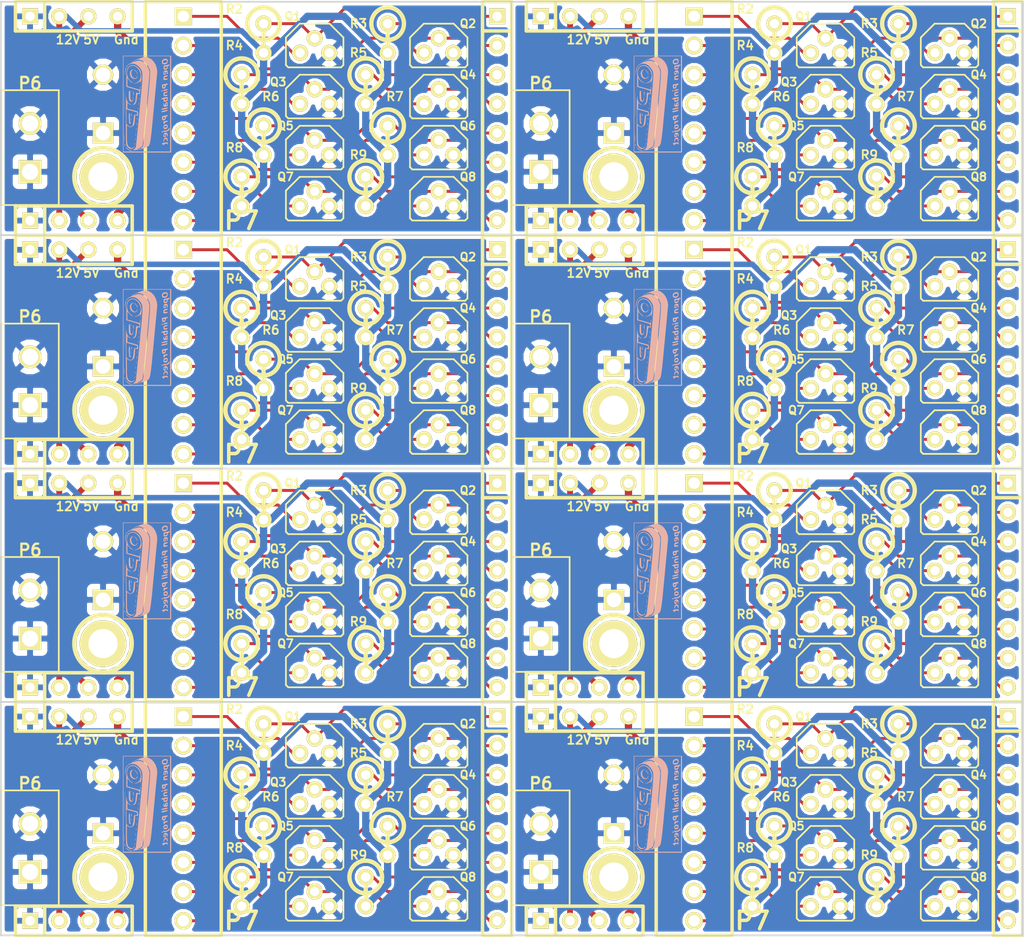
<source format=kicad_pcb>
(kicad_pcb (version 3) (host pcbnew "(2013-07-07 BZR 4022)-stable")
  (title_block (title "Panel, Incandescent Driver Gen2 (1014)") (rev 0) (company "Open Pinball Project"))
  (layers (15 F.Cu signal) (0 B.Cu signal) (18 B.Paste user) (19 F.Paste user) (20 B.SilkS user) (21 F.SilkS user) (22 B.Mask user) (23 F.Mask user) (28 Edge.Cuts user))
  (net 0 "")
  (net 1 +12V1)
  (net 2 +5V)
  (net 3 +VLED)
  (net 4 /P0)
  (net 5 /P1)
  (net 6 /P2)
  (net 7 /P3)
  (net 8 /P4)
  (net 9 /P5)
  (net 10 /P6)
  (net 11 /P7)
  (net 12 GND)
  (net 13 N-000002)
  (net 14 N-000003)
  (net 15 N-000004)
  (net 16 N-000005)
  (net 17 N-000006)
  (net 18 N-000007)
  (net 19 N-000008)
  (net 20 N-000009)
  (module 00_th1x2x4.2mm_cheap (layer F.Cu) (at 78.74 104.14)
    (fp_text reference P6 (at 0 -5.6007) (layer F.SilkS) (effects (font (size 1.016 1.016) (thickness 0.2032))))
    (fp_text value CONN_2 hide)
    (pad 1 thru_hole rect (at 0 2.1) (size 1.99898 1.99898) (drill 1.39954) (layers *.Cu *.Mask F.SilkS) (net 3 +VLED))
    (pad 2 thru_hole circle (at 0 -2.1) (size 1.99898 1.99898) (drill 1.39954) (layers *.Cu *.Mask F.SilkS) (net 3 +VLED))
  )
  (module opp_logo_backsilk (layer F.Cu) (at 88.9 100.33 90)
    (fp_text reference VAL hide)
    (fp_text value REF hide)
  )
  (module 00_to92_sgd (layer F.Cu) (at 103.505 95.25 180)
    (fp_text reference Q1 (at 1.905 2.54 180) (layer F.SilkS) (effects (font (size 0.7 0.7))))
    (fp_text value MOSFET_N hide)
    (pad S thru_hole circle (at 1.27 -0.635 180) (size 1.4 1.4) (drill 0.8) (layers *.Cu *.Mask F.SilkS) (net 14 N-000003))
    (pad G thru_hole circle (at 0 0.635 180) (size 1.4 1.4) (drill 0.8) (layers *.Cu *.Mask F.SilkS) (net 4 /P0))
    (pad D thru_hole circle (at -1.27 -0.635 180) (size 1.4 1.4) (drill 0.8) (layers *.Cu *.Mask F.SilkS) (net 3 +VLED))
  )
  (module 00_to92_sgd (layer F.Cu) (at 114.3 108.585 180)
    (fp_text reference Q8 (at -2.54 1.905 180) (layer F.SilkS) (effects (font (size 0.7 0.7))))
    (fp_text value MOSFET_N hide)
    (pad S thru_hole circle (at 1.27 -0.635 180) (size 1.4 1.4) (drill 0.8) (layers *.Cu *.Mask F.SilkS) (net 20 N-000009))
    (pad G thru_hole circle (at 0 0.635 180) (size 1.4 1.4) (drill 0.8) (layers *.Cu *.Mask F.SilkS) (net 11 /P7))
    (pad D thru_hole circle (at -1.27 -0.635 180) (size 1.4 1.4) (drill 0.8) (layers *.Cu *.Mask F.SilkS) (net 3 +VLED))
  )
  (module 00_to92_sgd (layer F.Cu) (at 103.505 108.585 180)
    (fp_text reference Q7 (at 2.54 1.905 180) (layer F.SilkS) (effects (font (size 0.7 0.7))))
    (fp_text value MOSFET_N hide)
    (pad S thru_hole circle (at 1.27 -0.635 180) (size 1.4 1.4) (drill 0.8) (layers *.Cu *.Mask F.SilkS) (net 19 N-000008))
    (pad G thru_hole circle (at 0 0.635 180) (size 1.4 1.4) (drill 0.8) (layers *.Cu *.Mask F.SilkS) (net 10 /P6))
    (pad D thru_hole circle (at -1.27 -0.635 180) (size 1.4 1.4) (drill 0.8) (layers *.Cu *.Mask F.SilkS) (net 3 +VLED))
  )
  (module 00_to92_sgd (layer F.Cu) (at 114.3 104.14 180)
    (fp_text reference Q6 (at -2.54 1.905 180) (layer F.SilkS) (effects (font (size 0.7 0.7))))
    (fp_text value MOSFET_N hide)
    (pad S thru_hole circle (at 1.27 -0.635 180) (size 1.4 1.4) (drill 0.8) (layers *.Cu *.Mask F.SilkS) (net 18 N-000007))
    (pad G thru_hole circle (at 0 0.635 180) (size 1.4 1.4) (drill 0.8) (layers *.Cu *.Mask F.SilkS) (net 9 /P5))
    (pad D thru_hole circle (at -1.27 -0.635 180) (size 1.4 1.4) (drill 0.8) (layers *.Cu *.Mask F.SilkS) (net 3 +VLED))
  )
  (module 00_to92_sgd (layer F.Cu) (at 103.505 104.14 180)
    (fp_text reference Q5 (at 2.54 1.905 180) (layer F.SilkS) (effects (font (size 0.7 0.7))))
    (fp_text value MOSFET_N hide)
    (pad S thru_hole circle (at 1.27 -0.635 180) (size 1.4 1.4) (drill 0.8) (layers *.Cu *.Mask F.SilkS) (net 17 N-000006))
    (pad G thru_hole circle (at 0 0.635 180) (size 1.4 1.4) (drill 0.8) (layers *.Cu *.Mask F.SilkS) (net 8 /P4))
    (pad D thru_hole circle (at -1.27 -0.635 180) (size 1.4 1.4) (drill 0.8) (layers *.Cu *.Mask F.SilkS) (net 3 +VLED))
  )
  (module 00_to92_sgd (layer F.Cu) (at 114.3 95.25 180)
    (fp_text reference Q2 (at -2.54 1.905 180) (layer F.SilkS) (effects (font (size 0.7 0.7))))
    (fp_text value MOSFET_N hide)
    (pad S thru_hole circle (at 1.27 -0.635 180) (size 1.4 1.4) (drill 0.8) (layers *.Cu *.Mask F.SilkS) (net 15 N-000004))
    (pad G thru_hole circle (at 0 0.635 180) (size 1.4 1.4) (drill 0.8) (layers *.Cu *.Mask F.SilkS) (net 5 /P1))
    (pad D thru_hole circle (at -1.27 -0.635 180) (size 1.4 1.4) (drill 0.8) (layers *.Cu *.Mask F.SilkS) (net 3 +VLED))
  )
  (module 00_to92_sgd (layer F.Cu) (at 114.3 99.695 180)
    (fp_text reference Q4 (at -2.54 1.905 180) (layer F.SilkS) (effects (font (size 0.7 0.7))))
    (fp_text value MOSFET_N hide)
    (pad S thru_hole circle (at 1.27 -0.635 180) (size 1.4 1.4) (drill 0.8) (layers *.Cu *.Mask F.SilkS) (net 16 N-000005))
    (pad G thru_hole circle (at 0 0.635 180) (size 1.4 1.4) (drill 0.8) (layers *.Cu *.Mask F.SilkS) (net 7 /P3))
    (pad D thru_hole circle (at -1.27 -0.635 180) (size 1.4 1.4) (drill 0.8) (layers *.Cu *.Mask F.SilkS) (net 3 +VLED))
  )
  (module 00_to92_sgd (layer F.Cu) (at 103.505 99.695 180)
    (fp_text reference Q3 (at 3.175 1.27 180) (layer F.SilkS) (effects (font (size 0.7 0.7))))
    (fp_text value MOSFET_N hide)
    (pad S thru_hole circle (at 1.27 -0.635 180) (size 1.4 1.4) (drill 0.8) (layers *.Cu *.Mask F.SilkS) (net 13 N-000002))
    (pad G thru_hole circle (at 0 0.635 180) (size 1.4 1.4) (drill 0.8) (layers *.Cu *.Mask F.SilkS) (net 6 /P2))
    (pad D thru_hole circle (at -1.27 -0.635 180) (size 1.4 1.4) (drill 0.8) (layers *.Cu *.Mask F.SilkS) (net 3 +VLED))
  )
  (module 00_mtg_hole-2-56 (layer F.Cu) (at 85.09 106.68)
    (fp_text reference P1 hide)
    (fp_text value TST hide)
    (pad 1 thru_hole circle (at 0 0) (size 4.064 4.064) (drill 2.54) (layers *.Cu *.Mask F.SilkS))
  )
  (module 00_th1x2x200 (layer F.Cu) (at 85.09 100.33 90)
    (fp_text reference P4 hide)
    (fp_text value SPADE_187 hide)
    (pad 1 thru_hole rect (at -2.54 0 90) (size 1.778 1.778) (drill 1.27) (layers *.Cu *.Mask F.SilkS) (net 3 +VLED))
    (pad 2 thru_hole circle (at 2.54 0 90) (size 1.778 1.778) (drill 1.27) (layers *.Cu *.Mask F.SilkS) (net 3 +VLED))
  )
  (module 00_th1x8x100-lock (layer F.Cu) (at 92.075 101.6 270)
    (fp_text reference P7 (at 8.89 -5.08 360) (layer F.SilkS) (effects (font (size 1.524 1.524) (thickness 0.3048))))
    (fp_text value CONN_8 hide)
    (pad 1 thru_hole rect (at -8.89 0 270) (size 1.524 1.524) (drill 1.00076) (layers *.Cu *.Mask F.SilkS) (net 14 N-000003))
    (pad 2 thru_hole circle (at -6.35 0 270) (size 1.524 1.524) (drill 1.00076) (layers *.Cu *.Mask F.SilkS) (net 15 N-000004))
    (pad 3 thru_hole circle (at -3.81 0 270) (size 1.524 1.524) (drill 1.00076) (layers *.Cu *.Mask F.SilkS) (net 13 N-000002))
    (pad 4 thru_hole circle (at -1.27 0 270) (size 1.524 1.524) (drill 1.00076) (layers *.Cu *.Mask F.SilkS) (net 16 N-000005))
    (pad 5 thru_hole circle (at 1.27 0 270) (size 1.524 1.524) (drill 1.00076) (layers *.Cu *.Mask F.SilkS) (net 17 N-000006))
    (pad 6 thru_hole circle (at 3.81 0 270) (size 1.524 1.524) (drill 1.00076) (layers *.Cu *.Mask F.SilkS) (net 18 N-000007))
    (pad 7 thru_hole circle (at 6.35 0 270) (size 1.524 1.524) (drill 1.00076) (layers *.Cu *.Mask F.SilkS) (net 19 N-000008))
    (pad 8 thru_hole circle (at 8.89 0 270) (size 1.524 1.524) (drill 1.00076) (layers *.Cu *.Mask F.SilkS) (net 20 N-000009))
  )
  (module R1 (layer F.Cu) (at 99.06 94.615 270)
    (fp_text reference R2 (at -2.54 2.54 360) (layer F.SilkS) (effects (font (size 0.762 0.762) (thickness 0.1524))))
    (fp_text value 10K hide)
    (pad 1 thru_hole circle (at -1.27 0 270) (size 1.397 1.397) (drill 0.8128) (layers *.Cu *.Mask F.SilkS) (net 4 /P0))
    (pad 2 thru_hole circle (at 1.27 0 270) (size 1.397 1.397) (drill 0.8128) (layers *.Cu *.Mask F.SilkS) (net 1 +12V1))
  )
  (module R1 (layer F.Cu) (at 109.855 94.615 270)
    (fp_text reference R3 (at -1.27 2.54 360) (layer F.SilkS) (effects (font (size 0.762 0.762) (thickness 0.1524))))
    (fp_text value 10K hide)
    (pad 1 thru_hole circle (at -1.27 0 270) (size 1.397 1.397) (drill 0.8128) (layers *.Cu *.Mask F.SilkS) (net 5 /P1))
    (pad 2 thru_hole circle (at 1.27 0 270) (size 1.397 1.397) (drill 0.8128) (layers *.Cu *.Mask F.SilkS) (net 1 +12V1))
  )
  (module R1 (layer F.Cu) (at 107.95 99.06 270)
    (fp_text reference R5 (at -3.175 0.635 360) (layer F.SilkS) (effects (font (size 0.762 0.762) (thickness 0.1524))))
    (fp_text value 10K hide)
    (pad 1 thru_hole circle (at -1.27 0 270) (size 1.397 1.397) (drill 0.8128) (layers *.Cu *.Mask F.SilkS) (net 7 /P3))
    (pad 2 thru_hole circle (at 1.27 0 270) (size 1.397 1.397) (drill 0.8128) (layers *.Cu *.Mask F.SilkS) (net 1 +12V1))
  )
  (module R1 (layer F.Cu) (at 99.06 103.505 270)
    (fp_text reference R6 (at -3.81 -0.635 360) (layer F.SilkS) (effects (font (size 0.762 0.762) (thickness 0.1524))))
    (fp_text value 10K hide)
    (pad 1 thru_hole circle (at -1.27 0 270) (size 1.397 1.397) (drill 0.8128) (layers *.Cu *.Mask F.SilkS) (net 8 /P4))
    (pad 2 thru_hole circle (at 1.27 0 270) (size 1.397 1.397) (drill 0.8128) (layers *.Cu *.Mask F.SilkS) (net 1 +12V1))
  )
  (module R1 (layer F.Cu) (at 109.855 103.505 270)
    (fp_text reference R7 (at -3.81 -0.635 360) (layer F.SilkS) (effects (font (size 0.762 0.762) (thickness 0.1524))))
    (fp_text value 10K hide)
    (pad 1 thru_hole circle (at -1.27 0 270) (size 1.397 1.397) (drill 0.8128) (layers *.Cu *.Mask F.SilkS) (net 9 /P5))
    (pad 2 thru_hole circle (at 1.27 0 270) (size 1.397 1.397) (drill 0.8128) (layers *.Cu *.Mask F.SilkS) (net 1 +12V1))
  )
  (module R1 (layer F.Cu) (at 97.155 107.95 270)
    (fp_text reference R8 (at -3.81 0.635 360) (layer F.SilkS) (effects (font (size 0.762 0.762) (thickness 0.1524))))
    (fp_text value 10K hide)
    (pad 1 thru_hole circle (at -1.27 0 270) (size 1.397 1.397) (drill 0.8128) (layers *.Cu *.Mask F.SilkS) (net 10 /P6))
    (pad 2 thru_hole circle (at 1.27 0 270) (size 1.397 1.397) (drill 0.8128) (layers *.Cu *.Mask F.SilkS) (net 1 +12V1))
  )
  (module R1 (layer F.Cu) (at 107.95 107.95 270)
    (fp_text reference R9 (at -3.175 0.635 360) (layer F.SilkS) (effects (font (size 0.762 0.762) (thickness 0.1524))))
    (fp_text value 10K hide)
    (pad 1 thru_hole circle (at -1.27 0 270) (size 1.397 1.397) (drill 0.8128) (layers *.Cu *.Mask F.SilkS) (net 11 /P7))
    (pad 2 thru_hole circle (at 1.27 0 270) (size 1.397 1.397) (drill 0.8128) (layers *.Cu *.Mask F.SilkS) (net 1 +12V1))
  )
  (module R1 (layer F.Cu) (at 97.155 99.06 270)
    (fp_text reference R4 (at -3.81 0.635 360) (layer F.SilkS) (effects (font (size 0.762 0.762) (thickness 0.1524))))
    (fp_text value 10K hide)
    (pad 1 thru_hole circle (at -1.27 0 270) (size 1.397 1.397) (drill 0.8128) (layers *.Cu *.Mask F.SilkS) (net 6 /P2))
    (pad 2 thru_hole circle (at 1.27 0 270) (size 1.397 1.397) (drill 0.8128) (layers *.Cu *.Mask F.SilkS) (net 1 +12V1))
  )
  (module SIL-4 (layer F.Cu) (at 82.55 110.49)
    (fp_text reference P3 hide)
    (fp_text value CONN_4 hide)
    (pad 1 thru_hole rect (at -3.81 0) (size 1.397 1.397) (drill 0.8128) (layers *.Cu *.Mask F.SilkS) (net 3 +VLED))
    (pad 2 thru_hole circle (at -1.27 0) (size 1.397 1.397) (drill 0.8128) (layers *.Cu *.Mask F.SilkS) (net 1 +12V1))
    (pad 3 thru_hole circle (at 1.27 0) (size 1.397 1.397) (drill 0.8128) (layers *.Cu *.Mask F.SilkS) (net 2 +5V))
    (pad 4 thru_hole circle (at 3.81 0) (size 1.397 1.397) (drill 0.8128) (layers *.Cu *.Mask F.SilkS) (net 12 GND))
  )
  (module SIL-4 (layer F.Cu) (at 82.55 92.71)
    (fp_text reference P2 hide)
    (fp_text value CONN_4 hide)
    (pad 1 thru_hole rect (at -3.81 0) (size 1.397 1.397) (drill 0.8128) (layers *.Cu *.Mask F.SilkS) (net 3 +VLED))
    (pad 2 thru_hole circle (at -1.27 0) (size 1.397 1.397) (drill 0.8128) (layers *.Cu *.Mask F.SilkS) (net 1 +12V1))
    (pad 3 thru_hole circle (at 1.27 0) (size 1.397 1.397) (drill 0.8128) (layers *.Cu *.Mask F.SilkS) (net 2 +5V))
    (pad 4 thru_hole circle (at 3.81 0) (size 1.397 1.397) (drill 0.8128) (layers *.Cu *.Mask F.SilkS) (net 12 GND))
  )
  (module SIL-8 (layer F.Cu) (at 119.38 101.6 270)
    (fp_text reference P5 hide)
    (fp_text value CONN_8 hide)
    (pad 1 thru_hole rect (at -8.89 0 270) (size 1.397 1.397) (drill 0.8128) (layers *.Cu *.Mask F.SilkS) (net 4 /P0))
    (pad 2 thru_hole circle (at -6.35 0 270) (size 1.397 1.397) (drill 0.8128) (layers *.Cu *.Mask F.SilkS) (net 5 /P1))
    (pad 3 thru_hole circle (at -3.81 0 270) (size 1.397 1.397) (drill 0.8128) (layers *.Cu *.Mask F.SilkS) (net 6 /P2))
    (pad 4 thru_hole circle (at -1.27 0 270) (size 1.397 1.397) (drill 0.8128) (layers *.Cu *.Mask F.SilkS) (net 7 /P3))
    (pad 5 thru_hole circle (at 1.27 0 270) (size 1.397 1.397) (drill 0.8128) (layers *.Cu *.Mask F.SilkS) (net 8 /P4))
    (pad 6 thru_hole circle (at 3.81 0 270) (size 1.397 1.397) (drill 0.8128) (layers *.Cu *.Mask F.SilkS) (net 9 /P5))
    (pad 7 thru_hole circle (at 6.35 0 270) (size 1.397 1.397) (drill 0.8128) (layers *.Cu *.Mask F.SilkS) (net 10 /P6))
    (pad 8 thru_hole circle (at 8.89 0 270) (size 1.397 1.397) (drill 0.8128) (layers *.Cu *.Mask F.SilkS) (net 11 /P7))
  )
  (module SIL-8 (layer F.Cu) (at 163.83 101.6 270)
    (fp_text reference P5 hide)
    (fp_text value CONN_8 hide)
    (pad 1 thru_hole rect (at -8.89 0 270) (size 1.397 1.397) (drill 0.8128) (layers *.Cu *.Mask F.SilkS) (net 4 /P0))
    (pad 2 thru_hole circle (at -6.35 0 270) (size 1.397 1.397) (drill 0.8128) (layers *.Cu *.Mask F.SilkS) (net 5 /P1))
    (pad 3 thru_hole circle (at -3.81 0 270) (size 1.397 1.397) (drill 0.8128) (layers *.Cu *.Mask F.SilkS) (net 6 /P2))
    (pad 4 thru_hole circle (at -1.27 0 270) (size 1.397 1.397) (drill 0.8128) (layers *.Cu *.Mask F.SilkS) (net 7 /P3))
    (pad 5 thru_hole circle (at 1.27 0 270) (size 1.397 1.397) (drill 0.8128) (layers *.Cu *.Mask F.SilkS) (net 8 /P4))
    (pad 6 thru_hole circle (at 3.81 0 270) (size 1.397 1.397) (drill 0.8128) (layers *.Cu *.Mask F.SilkS) (net 9 /P5))
    (pad 7 thru_hole circle (at 6.35 0 270) (size 1.397 1.397) (drill 0.8128) (layers *.Cu *.Mask F.SilkS) (net 10 /P6))
    (pad 8 thru_hole circle (at 8.89 0 270) (size 1.397 1.397) (drill 0.8128) (layers *.Cu *.Mask F.SilkS) (net 11 /P7))
  )
  (module SIL-4 (layer F.Cu) (at 127 92.71)
    (fp_text reference P2 hide)
    (fp_text value CONN_4 hide)
    (pad 1 thru_hole rect (at -3.81 0) (size 1.397 1.397) (drill 0.8128) (layers *.Cu *.Mask F.SilkS) (net 3 +VLED))
    (pad 2 thru_hole circle (at -1.27 0) (size 1.397 1.397) (drill 0.8128) (layers *.Cu *.Mask F.SilkS) (net 1 +12V1))
    (pad 3 thru_hole circle (at 1.27 0) (size 1.397 1.397) (drill 0.8128) (layers *.Cu *.Mask F.SilkS) (net 2 +5V))
    (pad 4 thru_hole circle (at 3.81 0) (size 1.397 1.397) (drill 0.8128) (layers *.Cu *.Mask F.SilkS) (net 12 GND))
  )
  (module SIL-4 (layer F.Cu) (at 127 110.49)
    (fp_text reference P3 hide)
    (fp_text value CONN_4 hide)
    (pad 1 thru_hole rect (at -3.81 0) (size 1.397 1.397) (drill 0.8128) (layers *.Cu *.Mask F.SilkS) (net 3 +VLED))
    (pad 2 thru_hole circle (at -1.27 0) (size 1.397 1.397) (drill 0.8128) (layers *.Cu *.Mask F.SilkS) (net 1 +12V1))
    (pad 3 thru_hole circle (at 1.27 0) (size 1.397 1.397) (drill 0.8128) (layers *.Cu *.Mask F.SilkS) (net 2 +5V))
    (pad 4 thru_hole circle (at 3.81 0) (size 1.397 1.397) (drill 0.8128) (layers *.Cu *.Mask F.SilkS) (net 12 GND))
  )
  (module R1 (layer F.Cu) (at 141.605 99.06 270)
    (fp_text reference R4 (at -3.81 0.635 360) (layer F.SilkS) (effects (font (size 0.762 0.762) (thickness 0.1524))))
    (fp_text value 10K hide)
    (pad 1 thru_hole circle (at -1.27 0 270) (size 1.397 1.397) (drill 0.8128) (layers *.Cu *.Mask F.SilkS) (net 6 /P2))
    (pad 2 thru_hole circle (at 1.27 0 270) (size 1.397 1.397) (drill 0.8128) (layers *.Cu *.Mask F.SilkS) (net 1 +12V1))
  )
  (module R1 (layer F.Cu) (at 152.4 107.95 270)
    (fp_text reference R9 (at -3.175 0.635 360) (layer F.SilkS) (effects (font (size 0.762 0.762) (thickness 0.1524))))
    (fp_text value 10K hide)
    (pad 1 thru_hole circle (at -1.27 0 270) (size 1.397 1.397) (drill 0.8128) (layers *.Cu *.Mask F.SilkS) (net 11 /P7))
    (pad 2 thru_hole circle (at 1.27 0 270) (size 1.397 1.397) (drill 0.8128) (layers *.Cu *.Mask F.SilkS) (net 1 +12V1))
  )
  (module R1 (layer F.Cu) (at 141.605 107.95 270)
    (fp_text reference R8 (at -3.81 0.635 360) (layer F.SilkS) (effects (font (size 0.762 0.762) (thickness 0.1524))))
    (fp_text value 10K hide)
    (pad 1 thru_hole circle (at -1.27 0 270) (size 1.397 1.397) (drill 0.8128) (layers *.Cu *.Mask F.SilkS) (net 10 /P6))
    (pad 2 thru_hole circle (at 1.27 0 270) (size 1.397 1.397) (drill 0.8128) (layers *.Cu *.Mask F.SilkS) (net 1 +12V1))
  )
  (module R1 (layer F.Cu) (at 154.305 103.505 270)
    (fp_text reference R7 (at -3.81 -0.635 360) (layer F.SilkS) (effects (font (size 0.762 0.762) (thickness 0.1524))))
    (fp_text value 10K hide)
    (pad 1 thru_hole circle (at -1.27 0 270) (size 1.397 1.397) (drill 0.8128) (layers *.Cu *.Mask F.SilkS) (net 9 /P5))
    (pad 2 thru_hole circle (at 1.27 0 270) (size 1.397 1.397) (drill 0.8128) (layers *.Cu *.Mask F.SilkS) (net 1 +12V1))
  )
  (module R1 (layer F.Cu) (at 143.51 103.505 270)
    (fp_text reference R6 (at -3.81 -0.635 360) (layer F.SilkS) (effects (font (size 0.762 0.762) (thickness 0.1524))))
    (fp_text value 10K hide)
    (pad 1 thru_hole circle (at -1.27 0 270) (size 1.397 1.397) (drill 0.8128) (layers *.Cu *.Mask F.SilkS) (net 8 /P4))
    (pad 2 thru_hole circle (at 1.27 0 270) (size 1.397 1.397) (drill 0.8128) (layers *.Cu *.Mask F.SilkS) (net 1 +12V1))
  )
  (module R1 (layer F.Cu) (at 152.4 99.06 270)
    (fp_text reference R5 (at -3.175 0.635 360) (layer F.SilkS) (effects (font (size 0.762 0.762) (thickness 0.1524))))
    (fp_text value 10K hide)
    (pad 1 thru_hole circle (at -1.27 0 270) (size 1.397 1.397) (drill 0.8128) (layers *.Cu *.Mask F.SilkS) (net 7 /P3))
    (pad 2 thru_hole circle (at 1.27 0 270) (size 1.397 1.397) (drill 0.8128) (layers *.Cu *.Mask F.SilkS) (net 1 +12V1))
  )
  (module R1 (layer F.Cu) (at 154.305 94.615 270)
    (fp_text reference R3 (at -1.27 2.54 360) (layer F.SilkS) (effects (font (size 0.762 0.762) (thickness 0.1524))))
    (fp_text value 10K hide)
    (pad 1 thru_hole circle (at -1.27 0 270) (size 1.397 1.397) (drill 0.8128) (layers *.Cu *.Mask F.SilkS) (net 5 /P1))
    (pad 2 thru_hole circle (at 1.27 0 270) (size 1.397 1.397) (drill 0.8128) (layers *.Cu *.Mask F.SilkS) (net 1 +12V1))
  )
  (module R1 (layer F.Cu) (at 143.51 94.615 270)
    (fp_text reference R2 (at -2.54 2.54 360) (layer F.SilkS) (effects (font (size 0.762 0.762) (thickness 0.1524))))
    (fp_text value 10K hide)
    (pad 1 thru_hole circle (at -1.27 0 270) (size 1.397 1.397) (drill 0.8128) (layers *.Cu *.Mask F.SilkS) (net 4 /P0))
    (pad 2 thru_hole circle (at 1.27 0 270) (size 1.397 1.397) (drill 0.8128) (layers *.Cu *.Mask F.SilkS) (net 1 +12V1))
  )
  (module 00_th1x8x100-lock (layer F.Cu) (at 136.525 101.6 270)
    (fp_text reference P7 (at 8.89 -5.08 360) (layer F.SilkS) (effects (font (size 1.524 1.524) (thickness 0.3048))))
    (fp_text value CONN_8 hide)
    (pad 1 thru_hole rect (at -8.89 0 270) (size 1.524 1.524) (drill 1.00076) (layers *.Cu *.Mask F.SilkS) (net 14 N-000003))
    (pad 2 thru_hole circle (at -6.35 0 270) (size 1.524 1.524) (drill 1.00076) (layers *.Cu *.Mask F.SilkS) (net 15 N-000004))
    (pad 3 thru_hole circle (at -3.81 0 270) (size 1.524 1.524) (drill 1.00076) (layers *.Cu *.Mask F.SilkS) (net 13 N-000002))
    (pad 4 thru_hole circle (at -1.27 0 270) (size 1.524 1.524) (drill 1.00076) (layers *.Cu *.Mask F.SilkS) (net 16 N-000005))
    (pad 5 thru_hole circle (at 1.27 0 270) (size 1.524 1.524) (drill 1.00076) (layers *.Cu *.Mask F.SilkS) (net 17 N-000006))
    (pad 6 thru_hole circle (at 3.81 0 270) (size 1.524 1.524) (drill 1.00076) (layers *.Cu *.Mask F.SilkS) (net 18 N-000007))
    (pad 7 thru_hole circle (at 6.35 0 270) (size 1.524 1.524) (drill 1.00076) (layers *.Cu *.Mask F.SilkS) (net 19 N-000008))
    (pad 8 thru_hole circle (at 8.89 0 270) (size 1.524 1.524) (drill 1.00076) (layers *.Cu *.Mask F.SilkS) (net 20 N-000009))
  )
  (module 00_th1x2x200 (layer F.Cu) (at 129.54 100.33 90)
    (fp_text reference P4 hide)
    (fp_text value SPADE_187 hide)
    (pad 1 thru_hole rect (at -2.54 0 90) (size 1.778 1.778) (drill 1.27) (layers *.Cu *.Mask F.SilkS) (net 3 +VLED))
    (pad 2 thru_hole circle (at 2.54 0 90) (size 1.778 1.778) (drill 1.27) (layers *.Cu *.Mask F.SilkS) (net 3 +VLED))
  )
  (module 00_mtg_hole-2-56 (layer F.Cu) (at 129.54 106.68)
    (fp_text reference P1 hide)
    (fp_text value TST hide)
    (pad 1 thru_hole circle (at 0 0) (size 4.064 4.064) (drill 2.54) (layers *.Cu *.Mask F.SilkS))
  )
  (module 00_to92_sgd (layer F.Cu) (at 147.955 99.695 180)
    (fp_text reference Q3 (at 3.175 1.27 180) (layer F.SilkS) (effects (font (size 0.7 0.7))))
    (fp_text value MOSFET_N hide)
    (pad S thru_hole circle (at 1.27 -0.635 180) (size 1.4 1.4) (drill 0.8) (layers *.Cu *.Mask F.SilkS) (net 13 N-000002))
    (pad G thru_hole circle (at 0 0.635 180) (size 1.4 1.4) (drill 0.8) (layers *.Cu *.Mask F.SilkS) (net 6 /P2))
    (pad D thru_hole circle (at -1.27 -0.635 180) (size 1.4 1.4) (drill 0.8) (layers *.Cu *.Mask F.SilkS) (net 3 +VLED))
  )
  (module 00_to92_sgd (layer F.Cu) (at 158.75 99.695 180)
    (fp_text reference Q4 (at -2.54 1.905 180) (layer F.SilkS) (effects (font (size 0.7 0.7))))
    (fp_text value MOSFET_N hide)
    (pad S thru_hole circle (at 1.27 -0.635 180) (size 1.4 1.4) (drill 0.8) (layers *.Cu *.Mask F.SilkS) (net 16 N-000005))
    (pad G thru_hole circle (at 0 0.635 180) (size 1.4 1.4) (drill 0.8) (layers *.Cu *.Mask F.SilkS) (net 7 /P3))
    (pad D thru_hole circle (at -1.27 -0.635 180) (size 1.4 1.4) (drill 0.8) (layers *.Cu *.Mask F.SilkS) (net 3 +VLED))
  )
  (module 00_to92_sgd (layer F.Cu) (at 158.75 95.25 180)
    (fp_text reference Q2 (at -2.54 1.905 180) (layer F.SilkS) (effects (font (size 0.7 0.7))))
    (fp_text value MOSFET_N hide)
    (pad S thru_hole circle (at 1.27 -0.635 180) (size 1.4 1.4) (drill 0.8) (layers *.Cu *.Mask F.SilkS) (net 15 N-000004))
    (pad G thru_hole circle (at 0 0.635 180) (size 1.4 1.4) (drill 0.8) (layers *.Cu *.Mask F.SilkS) (net 5 /P1))
    (pad D thru_hole circle (at -1.27 -0.635 180) (size 1.4 1.4) (drill 0.8) (layers *.Cu *.Mask F.SilkS) (net 3 +VLED))
  )
  (module 00_to92_sgd (layer F.Cu) (at 147.955 104.14 180)
    (fp_text reference Q5 (at 2.54 1.905 180) (layer F.SilkS) (effects (font (size 0.7 0.7))))
    (fp_text value MOSFET_N hide)
    (pad S thru_hole circle (at 1.27 -0.635 180) (size 1.4 1.4) (drill 0.8) (layers *.Cu *.Mask F.SilkS) (net 17 N-000006))
    (pad G thru_hole circle (at 0 0.635 180) (size 1.4 1.4) (drill 0.8) (layers *.Cu *.Mask F.SilkS) (net 8 /P4))
    (pad D thru_hole circle (at -1.27 -0.635 180) (size 1.4 1.4) (drill 0.8) (layers *.Cu *.Mask F.SilkS) (net 3 +VLED))
  )
  (module 00_to92_sgd (layer F.Cu) (at 158.75 104.14 180)
    (fp_text reference Q6 (at -2.54 1.905 180) (layer F.SilkS) (effects (font (size 0.7 0.7))))
    (fp_text value MOSFET_N hide)
    (pad S thru_hole circle (at 1.27 -0.635 180) (size 1.4 1.4) (drill 0.8) (layers *.Cu *.Mask F.SilkS) (net 18 N-000007))
    (pad G thru_hole circle (at 0 0.635 180) (size 1.4 1.4) (drill 0.8) (layers *.Cu *.Mask F.SilkS) (net 9 /P5))
    (pad D thru_hole circle (at -1.27 -0.635 180) (size 1.4 1.4) (drill 0.8) (layers *.Cu *.Mask F.SilkS) (net 3 +VLED))
  )
  (module 00_to92_sgd (layer F.Cu) (at 147.955 108.585 180)
    (fp_text reference Q7 (at 2.54 1.905 180) (layer F.SilkS) (effects (font (size 0.7 0.7))))
    (fp_text value MOSFET_N hide)
    (pad S thru_hole circle (at 1.27 -0.635 180) (size 1.4 1.4) (drill 0.8) (layers *.Cu *.Mask F.SilkS) (net 19 N-000008))
    (pad G thru_hole circle (at 0 0.635 180) (size 1.4 1.4) (drill 0.8) (layers *.Cu *.Mask F.SilkS) (net 10 /P6))
    (pad D thru_hole circle (at -1.27 -0.635 180) (size 1.4 1.4) (drill 0.8) (layers *.Cu *.Mask F.SilkS) (net 3 +VLED))
  )
  (module 00_to92_sgd (layer F.Cu) (at 158.75 108.585 180)
    (fp_text reference Q8 (at -2.54 1.905 180) (layer F.SilkS) (effects (font (size 0.7 0.7))))
    (fp_text value MOSFET_N hide)
    (pad S thru_hole circle (at 1.27 -0.635 180) (size 1.4 1.4) (drill 0.8) (layers *.Cu *.Mask F.SilkS) (net 20 N-000009))
    (pad G thru_hole circle (at 0 0.635 180) (size 1.4 1.4) (drill 0.8) (layers *.Cu *.Mask F.SilkS) (net 11 /P7))
    (pad D thru_hole circle (at -1.27 -0.635 180) (size 1.4 1.4) (drill 0.8) (layers *.Cu *.Mask F.SilkS) (net 3 +VLED))
  )
  (module 00_to92_sgd (layer F.Cu) (at 147.955 95.25 180)
    (fp_text reference Q1 (at 1.905 2.54 180) (layer F.SilkS) (effects (font (size 0.7 0.7))))
    (fp_text value MOSFET_N hide)
    (pad S thru_hole circle (at 1.27 -0.635 180) (size 1.4 1.4) (drill 0.8) (layers *.Cu *.Mask F.SilkS) (net 14 N-000003))
    (pad G thru_hole circle (at 0 0.635 180) (size 1.4 1.4) (drill 0.8) (layers *.Cu *.Mask F.SilkS) (net 4 /P0))
    (pad D thru_hole circle (at -1.27 -0.635 180) (size 1.4 1.4) (drill 0.8) (layers *.Cu *.Mask F.SilkS) (net 3 +VLED))
  )
  (module opp_logo_backsilk (layer F.Cu) (at 133.35 100.33 90)
    (fp_text reference VAL hide)
    (fp_text value REF hide)
  )
  (module 00_th1x2x4.2mm_cheap (layer F.Cu) (at 123.19 104.14)
    (fp_text reference P6 (at 0 -5.6007) (layer F.SilkS) (effects (font (size 1.016 1.016) (thickness 0.2032))))
    (fp_text value CONN_2 hide)
    (pad 1 thru_hole rect (at 0 2.1) (size 1.99898 1.99898) (drill 1.39954) (layers *.Cu *.Mask F.SilkS) (net 3 +VLED))
    (pad 2 thru_hole circle (at 0 -2.1) (size 1.99898 1.99898) (drill 1.39954) (layers *.Cu *.Mask F.SilkS) (net 3 +VLED))
  )
  (module 00_th1x2x4.2mm_cheap (layer F.Cu) (at 123.19 124.46)
    (fp_text reference P6 (at 0 -5.6007) (layer F.SilkS) (effects (font (size 1.016 1.016) (thickness 0.2032))))
    (fp_text value CONN_2 hide)
    (pad 1 thru_hole rect (at 0 2.1) (size 1.99898 1.99898) (drill 1.39954) (layers *.Cu *.Mask F.SilkS) (net 3 +VLED))
    (pad 2 thru_hole circle (at 0 -2.1) (size 1.99898 1.99898) (drill 1.39954) (layers *.Cu *.Mask F.SilkS) (net 3 +VLED))
  )
  (module opp_logo_backsilk (layer F.Cu) (at 133.35 120.65 90)
    (fp_text reference VAL hide)
    (fp_text value REF hide)
  )
  (module 00_to92_sgd (layer F.Cu) (at 147.955 115.57 180)
    (fp_text reference Q1 (at 1.905 2.54 180) (layer F.SilkS) (effects (font (size 0.7 0.7))))
    (fp_text value MOSFET_N hide)
    (pad S thru_hole circle (at 1.27 -0.635 180) (size 1.4 1.4) (drill 0.8) (layers *.Cu *.Mask F.SilkS) (net 14 N-000003))
    (pad G thru_hole circle (at 0 0.635 180) (size 1.4 1.4) (drill 0.8) (layers *.Cu *.Mask F.SilkS) (net 4 /P0))
    (pad D thru_hole circle (at -1.27 -0.635 180) (size 1.4 1.4) (drill 0.8) (layers *.Cu *.Mask F.SilkS) (net 3 +VLED))
  )
  (module 00_to92_sgd (layer F.Cu) (at 158.75 128.905 180)
    (fp_text reference Q8 (at -2.54 1.905 180) (layer F.SilkS) (effects (font (size 0.7 0.7))))
    (fp_text value MOSFET_N hide)
    (pad S thru_hole circle (at 1.27 -0.635 180) (size 1.4 1.4) (drill 0.8) (layers *.Cu *.Mask F.SilkS) (net 20 N-000009))
    (pad G thru_hole circle (at 0 0.635 180) (size 1.4 1.4) (drill 0.8) (layers *.Cu *.Mask F.SilkS) (net 11 /P7))
    (pad D thru_hole circle (at -1.27 -0.635 180) (size 1.4 1.4) (drill 0.8) (layers *.Cu *.Mask F.SilkS) (net 3 +VLED))
  )
  (module 00_to92_sgd (layer F.Cu) (at 147.955 128.905 180)
    (fp_text reference Q7 (at 2.54 1.905 180) (layer F.SilkS) (effects (font (size 0.7 0.7))))
    (fp_text value MOSFET_N hide)
    (pad S thru_hole circle (at 1.27 -0.635 180) (size 1.4 1.4) (drill 0.8) (layers *.Cu *.Mask F.SilkS) (net 19 N-000008))
    (pad G thru_hole circle (at 0 0.635 180) (size 1.4 1.4) (drill 0.8) (layers *.Cu *.Mask F.SilkS) (net 10 /P6))
    (pad D thru_hole circle (at -1.27 -0.635 180) (size 1.4 1.4) (drill 0.8) (layers *.Cu *.Mask F.SilkS) (net 3 +VLED))
  )
  (module 00_to92_sgd (layer F.Cu) (at 158.75 124.46 180)
    (fp_text reference Q6 (at -2.54 1.905 180) (layer F.SilkS) (effects (font (size 0.7 0.7))))
    (fp_text value MOSFET_N hide)
    (pad S thru_hole circle (at 1.27 -0.635 180) (size 1.4 1.4) (drill 0.8) (layers *.Cu *.Mask F.SilkS) (net 18 N-000007))
    (pad G thru_hole circle (at 0 0.635 180) (size 1.4 1.4) (drill 0.8) (layers *.Cu *.Mask F.SilkS) (net 9 /P5))
    (pad D thru_hole circle (at -1.27 -0.635 180) (size 1.4 1.4) (drill 0.8) (layers *.Cu *.Mask F.SilkS) (net 3 +VLED))
  )
  (module 00_to92_sgd (layer F.Cu) (at 147.955 124.46 180)
    (fp_text reference Q5 (at 2.54 1.905 180) (layer F.SilkS) (effects (font (size 0.7 0.7))))
    (fp_text value MOSFET_N hide)
    (pad S thru_hole circle (at 1.27 -0.635 180) (size 1.4 1.4) (drill 0.8) (layers *.Cu *.Mask F.SilkS) (net 17 N-000006))
    (pad G thru_hole circle (at 0 0.635 180) (size 1.4 1.4) (drill 0.8) (layers *.Cu *.Mask F.SilkS) (net 8 /P4))
    (pad D thru_hole circle (at -1.27 -0.635 180) (size 1.4 1.4) (drill 0.8) (layers *.Cu *.Mask F.SilkS) (net 3 +VLED))
  )
  (module 00_to92_sgd (layer F.Cu) (at 158.75 115.57 180)
    (fp_text reference Q2 (at -2.54 1.905 180) (layer F.SilkS) (effects (font (size 0.7 0.7))))
    (fp_text value MOSFET_N hide)
    (pad S thru_hole circle (at 1.27 -0.635 180) (size 1.4 1.4) (drill 0.8) (layers *.Cu *.Mask F.SilkS) (net 15 N-000004))
    (pad G thru_hole circle (at 0 0.635 180) (size 1.4 1.4) (drill 0.8) (layers *.Cu *.Mask F.SilkS) (net 5 /P1))
    (pad D thru_hole circle (at -1.27 -0.635 180) (size 1.4 1.4) (drill 0.8) (layers *.Cu *.Mask F.SilkS) (net 3 +VLED))
  )
  (module 00_to92_sgd (layer F.Cu) (at 158.75 120.015 180)
    (fp_text reference Q4 (at -2.54 1.905 180) (layer F.SilkS) (effects (font (size 0.7 0.7))))
    (fp_text value MOSFET_N hide)
    (pad S thru_hole circle (at 1.27 -0.635 180) (size 1.4 1.4) (drill 0.8) (layers *.Cu *.Mask F.SilkS) (net 16 N-000005))
    (pad G thru_hole circle (at 0 0.635 180) (size 1.4 1.4) (drill 0.8) (layers *.Cu *.Mask F.SilkS) (net 7 /P3))
    (pad D thru_hole circle (at -1.27 -0.635 180) (size 1.4 1.4) (drill 0.8) (layers *.Cu *.Mask F.SilkS) (net 3 +VLED))
  )
  (module 00_to92_sgd (layer F.Cu) (at 147.955 120.015 180)
    (fp_text reference Q3 (at 3.175 1.27 180) (layer F.SilkS) (effects (font (size 0.7 0.7))))
    (fp_text value MOSFET_N hide)
    (pad S thru_hole circle (at 1.27 -0.635 180) (size 1.4 1.4) (drill 0.8) (layers *.Cu *.Mask F.SilkS) (net 13 N-000002))
    (pad G thru_hole circle (at 0 0.635 180) (size 1.4 1.4) (drill 0.8) (layers *.Cu *.Mask F.SilkS) (net 6 /P2))
    (pad D thru_hole circle (at -1.27 -0.635 180) (size 1.4 1.4) (drill 0.8) (layers *.Cu *.Mask F.SilkS) (net 3 +VLED))
  )
  (module 00_mtg_hole-2-56 (layer F.Cu) (at 129.54 127)
    (fp_text reference P1 hide)
    (fp_text value TST hide)
    (pad 1 thru_hole circle (at 0 0) (size 4.064 4.064) (drill 2.54) (layers *.Cu *.Mask F.SilkS))
  )
  (module 00_th1x2x200 (layer F.Cu) (at 129.54 120.65 90)
    (fp_text reference P4 hide)
    (fp_text value SPADE_187 hide)
    (pad 1 thru_hole rect (at -2.54 0 90) (size 1.778 1.778) (drill 1.27) (layers *.Cu *.Mask F.SilkS) (net 3 +VLED))
    (pad 2 thru_hole circle (at 2.54 0 90) (size 1.778 1.778) (drill 1.27) (layers *.Cu *.Mask F.SilkS) (net 3 +VLED))
  )
  (module 00_th1x8x100-lock (layer F.Cu) (at 136.525 121.92 270)
    (fp_text reference P7 (at 8.89 -5.08 360) (layer F.SilkS) (effects (font (size 1.524 1.524) (thickness 0.3048))))
    (fp_text value CONN_8 hide)
    (pad 1 thru_hole rect (at -8.89 0 270) (size 1.524 1.524) (drill 1.00076) (layers *.Cu *.Mask F.SilkS) (net 14 N-000003))
    (pad 2 thru_hole circle (at -6.35 0 270) (size 1.524 1.524) (drill 1.00076) (layers *.Cu *.Mask F.SilkS) (net 15 N-000004))
    (pad 3 thru_hole circle (at -3.81 0 270) (size 1.524 1.524) (drill 1.00076) (layers *.Cu *.Mask F.SilkS) (net 13 N-000002))
    (pad 4 thru_hole circle (at -1.27 0 270) (size 1.524 1.524) (drill 1.00076) (layers *.Cu *.Mask F.SilkS) (net 16 N-000005))
    (pad 5 thru_hole circle (at 1.27 0 270) (size 1.524 1.524) (drill 1.00076) (layers *.Cu *.Mask F.SilkS) (net 17 N-000006))
    (pad 6 thru_hole circle (at 3.81 0 270) (size 1.524 1.524) (drill 1.00076) (layers *.Cu *.Mask F.SilkS) (net 18 N-000007))
    (pad 7 thru_hole circle (at 6.35 0 270) (size 1.524 1.524) (drill 1.00076) (layers *.Cu *.Mask F.SilkS) (net 19 N-000008))
    (pad 8 thru_hole circle (at 8.89 0 270) (size 1.524 1.524) (drill 1.00076) (layers *.Cu *.Mask F.SilkS) (net 20 N-000009))
  )
  (module R1 (layer F.Cu) (at 143.51 114.935 270)
    (fp_text reference R2 (at -2.54 2.54 360) (layer F.SilkS) (effects (font (size 0.762 0.762) (thickness 0.1524))))
    (fp_text value 10K hide)
    (pad 1 thru_hole circle (at -1.27 0 270) (size 1.397 1.397) (drill 0.8128) (layers *.Cu *.Mask F.SilkS) (net 4 /P0))
    (pad 2 thru_hole circle (at 1.27 0 270) (size 1.397 1.397) (drill 0.8128) (layers *.Cu *.Mask F.SilkS) (net 1 +12V1))
  )
  (module R1 (layer F.Cu) (at 154.305 114.935 270)
    (fp_text reference R3 (at -1.27 2.54 360) (layer F.SilkS) (effects (font (size 0.762 0.762) (thickness 0.1524))))
    (fp_text value 10K hide)
    (pad 1 thru_hole circle (at -1.27 0 270) (size 1.397 1.397) (drill 0.8128) (layers *.Cu *.Mask F.SilkS) (net 5 /P1))
    (pad 2 thru_hole circle (at 1.27 0 270) (size 1.397 1.397) (drill 0.8128) (layers *.Cu *.Mask F.SilkS) (net 1 +12V1))
  )
  (module R1 (layer F.Cu) (at 152.4 119.38 270)
    (fp_text reference R5 (at -3.175 0.635 360) (layer F.SilkS) (effects (font (size 0.762 0.762) (thickness 0.1524))))
    (fp_text value 10K hide)
    (pad 1 thru_hole circle (at -1.27 0 270) (size 1.397 1.397) (drill 0.8128) (layers *.Cu *.Mask F.SilkS) (net 7 /P3))
    (pad 2 thru_hole circle (at 1.27 0 270) (size 1.397 1.397) (drill 0.8128) (layers *.Cu *.Mask F.SilkS) (net 1 +12V1))
  )
  (module R1 (layer F.Cu) (at 143.51 123.825 270)
    (fp_text reference R6 (at -3.81 -0.635 360) (layer F.SilkS) (effects (font (size 0.762 0.762) (thickness 0.1524))))
    (fp_text value 10K hide)
    (pad 1 thru_hole circle (at -1.27 0 270) (size 1.397 1.397) (drill 0.8128) (layers *.Cu *.Mask F.SilkS) (net 8 /P4))
    (pad 2 thru_hole circle (at 1.27 0 270) (size 1.397 1.397) (drill 0.8128) (layers *.Cu *.Mask F.SilkS) (net 1 +12V1))
  )
  (module R1 (layer F.Cu) (at 154.305 123.825 270)
    (fp_text reference R7 (at -3.81 -0.635 360) (layer F.SilkS) (effects (font (size 0.762 0.762) (thickness 0.1524))))
    (fp_text value 10K hide)
    (pad 1 thru_hole circle (at -1.27 0 270) (size 1.397 1.397) (drill 0.8128) (layers *.Cu *.Mask F.SilkS) (net 9 /P5))
    (pad 2 thru_hole circle (at 1.27 0 270) (size 1.397 1.397) (drill 0.8128) (layers *.Cu *.Mask F.SilkS) (net 1 +12V1))
  )
  (module R1 (layer F.Cu) (at 141.605 128.27 270)
    (fp_text reference R8 (at -3.81 0.635 360) (layer F.SilkS) (effects (font (size 0.762 0.762) (thickness 0.1524))))
    (fp_text value 10K hide)
    (pad 1 thru_hole circle (at -1.27 0 270) (size 1.397 1.397) (drill 0.8128) (layers *.Cu *.Mask F.SilkS) (net 10 /P6))
    (pad 2 thru_hole circle (at 1.27 0 270) (size 1.397 1.397) (drill 0.8128) (layers *.Cu *.Mask F.SilkS) (net 1 +12V1))
  )
  (module R1 (layer F.Cu) (at 152.4 128.27 270)
    (fp_text reference R9 (at -3.175 0.635 360) (layer F.SilkS) (effects (font (size 0.762 0.762) (thickness 0.1524))))
    (fp_text value 10K hide)
    (pad 1 thru_hole circle (at -1.27 0 270) (size 1.397 1.397) (drill 0.8128) (layers *.Cu *.Mask F.SilkS) (net 11 /P7))
    (pad 2 thru_hole circle (at 1.27 0 270) (size 1.397 1.397) (drill 0.8128) (layers *.Cu *.Mask F.SilkS) (net 1 +12V1))
  )
  (module R1 (layer F.Cu) (at 141.605 119.38 270)
    (fp_text reference R4 (at -3.81 0.635 360) (layer F.SilkS) (effects (font (size 0.762 0.762) (thickness 0.1524))))
    (fp_text value 10K hide)
    (pad 1 thru_hole circle (at -1.27 0 270) (size 1.397 1.397) (drill 0.8128) (layers *.Cu *.Mask F.SilkS) (net 6 /P2))
    (pad 2 thru_hole circle (at 1.27 0 270) (size 1.397 1.397) (drill 0.8128) (layers *.Cu *.Mask F.SilkS) (net 1 +12V1))
  )
  (module SIL-4 (layer F.Cu) (at 127 130.81)
    (fp_text reference P3 hide)
    (fp_text value CONN_4 hide)
    (pad 1 thru_hole rect (at -3.81 0) (size 1.397 1.397) (drill 0.8128) (layers *.Cu *.Mask F.SilkS) (net 3 +VLED))
    (pad 2 thru_hole circle (at -1.27 0) (size 1.397 1.397) (drill 0.8128) (layers *.Cu *.Mask F.SilkS) (net 1 +12V1))
    (pad 3 thru_hole circle (at 1.27 0) (size 1.397 1.397) (drill 0.8128) (layers *.Cu *.Mask F.SilkS) (net 2 +5V))
    (pad 4 thru_hole circle (at 3.81 0) (size 1.397 1.397) (drill 0.8128) (layers *.Cu *.Mask F.SilkS) (net 12 GND))
  )
  (module SIL-4 (layer F.Cu) (at 127 113.03)
    (fp_text reference P2 hide)
    (fp_text value CONN_4 hide)
    (pad 1 thru_hole rect (at -3.81 0) (size 1.397 1.397) (drill 0.8128) (layers *.Cu *.Mask F.SilkS) (net 3 +VLED))
    (pad 2 thru_hole circle (at -1.27 0) (size 1.397 1.397) (drill 0.8128) (layers *.Cu *.Mask F.SilkS) (net 1 +12V1))
    (pad 3 thru_hole circle (at 1.27 0) (size 1.397 1.397) (drill 0.8128) (layers *.Cu *.Mask F.SilkS) (net 2 +5V))
    (pad 4 thru_hole circle (at 3.81 0) (size 1.397 1.397) (drill 0.8128) (layers *.Cu *.Mask F.SilkS) (net 12 GND))
  )
  (module SIL-8 (layer F.Cu) (at 163.83 121.92 270)
    (fp_text reference P5 hide)
    (fp_text value CONN_8 hide)
    (pad 1 thru_hole rect (at -8.89 0 270) (size 1.397 1.397) (drill 0.8128) (layers *.Cu *.Mask F.SilkS) (net 4 /P0))
    (pad 2 thru_hole circle (at -6.35 0 270) (size 1.397 1.397) (drill 0.8128) (layers *.Cu *.Mask F.SilkS) (net 5 /P1))
    (pad 3 thru_hole circle (at -3.81 0 270) (size 1.397 1.397) (drill 0.8128) (layers *.Cu *.Mask F.SilkS) (net 6 /P2))
    (pad 4 thru_hole circle (at -1.27 0 270) (size 1.397 1.397) (drill 0.8128) (layers *.Cu *.Mask F.SilkS) (net 7 /P3))
    (pad 5 thru_hole circle (at 1.27 0 270) (size 1.397 1.397) (drill 0.8128) (layers *.Cu *.Mask F.SilkS) (net 8 /P4))
    (pad 6 thru_hole circle (at 3.81 0 270) (size 1.397 1.397) (drill 0.8128) (layers *.Cu *.Mask F.SilkS) (net 9 /P5))
    (pad 7 thru_hole circle (at 6.35 0 270) (size 1.397 1.397) (drill 0.8128) (layers *.Cu *.Mask F.SilkS) (net 10 /P6))
    (pad 8 thru_hole circle (at 8.89 0 270) (size 1.397 1.397) (drill 0.8128) (layers *.Cu *.Mask F.SilkS) (net 11 /P7))
  )
  (module SIL-8 (layer F.Cu) (at 119.38 121.92 270)
    (fp_text reference P5 hide)
    (fp_text value CONN_8 hide)
    (pad 1 thru_hole rect (at -8.89 0 270) (size 1.397 1.397) (drill 0.8128) (layers *.Cu *.Mask F.SilkS) (net 4 /P0))
    (pad 2 thru_hole circle (at -6.35 0 270) (size 1.397 1.397) (drill 0.8128) (layers *.Cu *.Mask F.SilkS) (net 5 /P1))
    (pad 3 thru_hole circle (at -3.81 0 270) (size 1.397 1.397) (drill 0.8128) (layers *.Cu *.Mask F.SilkS) (net 6 /P2))
    (pad 4 thru_hole circle (at -1.27 0 270) (size 1.397 1.397) (drill 0.8128) (layers *.Cu *.Mask F.SilkS) (net 7 /P3))
    (pad 5 thru_hole circle (at 1.27 0 270) (size 1.397 1.397) (drill 0.8128) (layers *.Cu *.Mask F.SilkS) (net 8 /P4))
    (pad 6 thru_hole circle (at 3.81 0 270) (size 1.397 1.397) (drill 0.8128) (layers *.Cu *.Mask F.SilkS) (net 9 /P5))
    (pad 7 thru_hole circle (at 6.35 0 270) (size 1.397 1.397) (drill 0.8128) (layers *.Cu *.Mask F.SilkS) (net 10 /P6))
    (pad 8 thru_hole circle (at 8.89 0 270) (size 1.397 1.397) (drill 0.8128) (layers *.Cu *.Mask F.SilkS) (net 11 /P7))
  )
  (module SIL-4 (layer F.Cu) (at 82.55 113.03)
    (fp_text reference P2 hide)
    (fp_text value CONN_4 hide)
    (pad 1 thru_hole rect (at -3.81 0) (size 1.397 1.397) (drill 0.8128) (layers *.Cu *.Mask F.SilkS) (net 3 +VLED))
    (pad 2 thru_hole circle (at -1.27 0) (size 1.397 1.397) (drill 0.8128) (layers *.Cu *.Mask F.SilkS) (net 1 +12V1))
    (pad 3 thru_hole circle (at 1.27 0) (size 1.397 1.397) (drill 0.8128) (layers *.Cu *.Mask F.SilkS) (net 2 +5V))
    (pad 4 thru_hole circle (at 3.81 0) (size 1.397 1.397) (drill 0.8128) (layers *.Cu *.Mask F.SilkS) (net 12 GND))
  )
  (module SIL-4 (layer F.Cu) (at 82.55 130.81)
    (fp_text reference P3 hide)
    (fp_text value CONN_4 hide)
    (pad 1 thru_hole rect (at -3.81 0) (size 1.397 1.397) (drill 0.8128) (layers *.Cu *.Mask F.SilkS) (net 3 +VLED))
    (pad 2 thru_hole circle (at -1.27 0) (size 1.397 1.397) (drill 0.8128) (layers *.Cu *.Mask F.SilkS) (net 1 +12V1))
    (pad 3 thru_hole circle (at 1.27 0) (size 1.397 1.397) (drill 0.8128) (layers *.Cu *.Mask F.SilkS) (net 2 +5V))
    (pad 4 thru_hole circle (at 3.81 0) (size 1.397 1.397) (drill 0.8128) (layers *.Cu *.Mask F.SilkS) (net 12 GND))
  )
  (module R1 (layer F.Cu) (at 97.155 119.38 270)
    (fp_text reference R4 (at -3.81 0.635 360) (layer F.SilkS) (effects (font (size 0.762 0.762) (thickness 0.1524))))
    (fp_text value 10K hide)
    (pad 1 thru_hole circle (at -1.27 0 270) (size 1.397 1.397) (drill 0.8128) (layers *.Cu *.Mask F.SilkS) (net 6 /P2))
    (pad 2 thru_hole circle (at 1.27 0 270) (size 1.397 1.397) (drill 0.8128) (layers *.Cu *.Mask F.SilkS) (net 1 +12V1))
  )
  (module R1 (layer F.Cu) (at 107.95 128.27 270)
    (fp_text reference R9 (at -3.175 0.635 360) (layer F.SilkS) (effects (font (size 0.762 0.762) (thickness 0.1524))))
    (fp_text value 10K hide)
    (pad 1 thru_hole circle (at -1.27 0 270) (size 1.397 1.397) (drill 0.8128) (layers *.Cu *.Mask F.SilkS) (net 11 /P7))
    (pad 2 thru_hole circle (at 1.27 0 270) (size 1.397 1.397) (drill 0.8128) (layers *.Cu *.Mask F.SilkS) (net 1 +12V1))
  )
  (module R1 (layer F.Cu) (at 97.155 128.27 270)
    (fp_text reference R8 (at -3.81 0.635 360) (layer F.SilkS) (effects (font (size 0.762 0.762) (thickness 0.1524))))
    (fp_text value 10K hide)
    (pad 1 thru_hole circle (at -1.27 0 270) (size 1.397 1.397) (drill 0.8128) (layers *.Cu *.Mask F.SilkS) (net 10 /P6))
    (pad 2 thru_hole circle (at 1.27 0 270) (size 1.397 1.397) (drill 0.8128) (layers *.Cu *.Mask F.SilkS) (net 1 +12V1))
  )
  (module R1 (layer F.Cu) (at 109.855 123.825 270)
    (fp_text reference R7 (at -3.81 -0.635 360) (layer F.SilkS) (effects (font (size 0.762 0.762) (thickness 0.1524))))
    (fp_text value 10K hide)
    (pad 1 thru_hole circle (at -1.27 0 270) (size 1.397 1.397) (drill 0.8128) (layers *.Cu *.Mask F.SilkS) (net 9 /P5))
    (pad 2 thru_hole circle (at 1.27 0 270) (size 1.397 1.397) (drill 0.8128) (layers *.Cu *.Mask F.SilkS) (net 1 +12V1))
  )
  (module R1 (layer F.Cu) (at 99.06 123.825 270)
    (fp_text reference R6 (at -3.81 -0.635 360) (layer F.SilkS) (effects (font (size 0.762 0.762) (thickness 0.1524))))
    (fp_text value 10K hide)
    (pad 1 thru_hole circle (at -1.27 0 270) (size 1.397 1.397) (drill 0.8128) (layers *.Cu *.Mask F.SilkS) (net 8 /P4))
    (pad 2 thru_hole circle (at 1.27 0 270) (size 1.397 1.397) (drill 0.8128) (layers *.Cu *.Mask F.SilkS) (net 1 +12V1))
  )
  (module R1 (layer F.Cu) (at 107.95 119.38 270)
    (fp_text reference R5 (at -3.175 0.635 360) (layer F.SilkS) (effects (font (size 0.762 0.762) (thickness 0.1524))))
    (fp_text value 10K hide)
    (pad 1 thru_hole circle (at -1.27 0 270) (size 1.397 1.397) (drill 0.8128) (layers *.Cu *.Mask F.SilkS) (net 7 /P3))
    (pad 2 thru_hole circle (at 1.27 0 270) (size 1.397 1.397) (drill 0.8128) (layers *.Cu *.Mask F.SilkS) (net 1 +12V1))
  )
  (module R1 (layer F.Cu) (at 109.855 114.935 270)
    (fp_text reference R3 (at -1.27 2.54 360) (layer F.SilkS) (effects (font (size 0.762 0.762) (thickness 0.1524))))
    (fp_text value 10K hide)
    (pad 1 thru_hole circle (at -1.27 0 270) (size 1.397 1.397) (drill 0.8128) (layers *.Cu *.Mask F.SilkS) (net 5 /P1))
    (pad 2 thru_hole circle (at 1.27 0 270) (size 1.397 1.397) (drill 0.8128) (layers *.Cu *.Mask F.SilkS) (net 1 +12V1))
  )
  (module R1 (layer F.Cu) (at 99.06 114.935 270)
    (fp_text reference R2 (at -2.54 2.54 360) (layer F.SilkS) (effects (font (size 0.762 0.762) (thickness 0.1524))))
    (fp_text value 10K hide)
    (pad 1 thru_hole circle (at -1.27 0 270) (size 1.397 1.397) (drill 0.8128) (layers *.Cu *.Mask F.SilkS) (net 4 /P0))
    (pad 2 thru_hole circle (at 1.27 0 270) (size 1.397 1.397) (drill 0.8128) (layers *.Cu *.Mask F.SilkS) (net 1 +12V1))
  )
  (module 00_th1x8x100-lock (layer F.Cu) (at 92.075 121.92 270)
    (fp_text reference P7 (at 8.89 -5.08 360) (layer F.SilkS) (effects (font (size 1.524 1.524) (thickness 0.3048))))
    (fp_text value CONN_8 hide)
    (pad 1 thru_hole rect (at -8.89 0 270) (size 1.524 1.524) (drill 1.00076) (layers *.Cu *.Mask F.SilkS) (net 14 N-000003))
    (pad 2 thru_hole circle (at -6.35 0 270) (size 1.524 1.524) (drill 1.00076) (layers *.Cu *.Mask F.SilkS) (net 15 N-000004))
    (pad 3 thru_hole circle (at -3.81 0 270) (size 1.524 1.524) (drill 1.00076) (layers *.Cu *.Mask F.SilkS) (net 13 N-000002))
    (pad 4 thru_hole circle (at -1.27 0 270) (size 1.524 1.524) (drill 1.00076) (layers *.Cu *.Mask F.SilkS) (net 16 N-000005))
    (pad 5 thru_hole circle (at 1.27 0 270) (size 1.524 1.524) (drill 1.00076) (layers *.Cu *.Mask F.SilkS) (net 17 N-000006))
    (pad 6 thru_hole circle (at 3.81 0 270) (size 1.524 1.524) (drill 1.00076) (layers *.Cu *.Mask F.SilkS) (net 18 N-000007))
    (pad 7 thru_hole circle (at 6.35 0 270) (size 1.524 1.524) (drill 1.00076) (layers *.Cu *.Mask F.SilkS) (net 19 N-000008))
    (pad 8 thru_hole circle (at 8.89 0 270) (size 1.524 1.524) (drill 1.00076) (layers *.Cu *.Mask F.SilkS) (net 20 N-000009))
  )
  (module 00_th1x2x200 (layer F.Cu) (at 85.09 120.65 90)
    (fp_text reference P4 hide)
    (fp_text value SPADE_187 hide)
    (pad 1 thru_hole rect (at -2.54 0 90) (size 1.778 1.778) (drill 1.27) (layers *.Cu *.Mask F.SilkS) (net 3 +VLED))
    (pad 2 thru_hole circle (at 2.54 0 90) (size 1.778 1.778) (drill 1.27) (layers *.Cu *.Mask F.SilkS) (net 3 +VLED))
  )
  (module 00_mtg_hole-2-56 (layer F.Cu) (at 85.09 127)
    (fp_text reference P1 hide)
    (fp_text value TST hide)
    (pad 1 thru_hole circle (at 0 0) (size 4.064 4.064) (drill 2.54) (layers *.Cu *.Mask F.SilkS))
  )
  (module 00_to92_sgd (layer F.Cu) (at 103.505 120.015 180)
    (fp_text reference Q3 (at 3.175 1.27 180) (layer F.SilkS) (effects (font (size 0.7 0.7))))
    (fp_text value MOSFET_N hide)
    (pad S thru_hole circle (at 1.27 -0.635 180) (size 1.4 1.4) (drill 0.8) (layers *.Cu *.Mask F.SilkS) (net 13 N-000002))
    (pad G thru_hole circle (at 0 0.635 180) (size 1.4 1.4) (drill 0.8) (layers *.Cu *.Mask F.SilkS) (net 6 /P2))
    (pad D thru_hole circle (at -1.27 -0.635 180) (size 1.4 1.4) (drill 0.8) (layers *.Cu *.Mask F.SilkS) (net 3 +VLED))
  )
  (module 00_to92_sgd (layer F.Cu) (at 114.3 120.015 180)
    (fp_text reference Q4 (at -2.54 1.905 180) (layer F.SilkS) (effects (font (size 0.7 0.7))))
    (fp_text value MOSFET_N hide)
    (pad S thru_hole circle (at 1.27 -0.635 180) (size 1.4 1.4) (drill 0.8) (layers *.Cu *.Mask F.SilkS) (net 16 N-000005))
    (pad G thru_hole circle (at 0 0.635 180) (size 1.4 1.4) (drill 0.8) (layers *.Cu *.Mask F.SilkS) (net 7 /P3))
    (pad D thru_hole circle (at -1.27 -0.635 180) (size 1.4 1.4) (drill 0.8) (layers *.Cu *.Mask F.SilkS) (net 3 +VLED))
  )
  (module 00_to92_sgd (layer F.Cu) (at 114.3 115.57 180)
    (fp_text reference Q2 (at -2.54 1.905 180) (layer F.SilkS) (effects (font (size 0.7 0.7))))
    (fp_text value MOSFET_N hide)
    (pad S thru_hole circle (at 1.27 -0.635 180) (size 1.4 1.4) (drill 0.8) (layers *.Cu *.Mask F.SilkS) (net 15 N-000004))
    (pad G thru_hole circle (at 0 0.635 180) (size 1.4 1.4) (drill 0.8) (layers *.Cu *.Mask F.SilkS) (net 5 /P1))
    (pad D thru_hole circle (at -1.27 -0.635 180) (size 1.4 1.4) (drill 0.8) (layers *.Cu *.Mask F.SilkS) (net 3 +VLED))
  )
  (module 00_to92_sgd (layer F.Cu) (at 103.505 124.46 180)
    (fp_text reference Q5 (at 2.54 1.905 180) (layer F.SilkS) (effects (font (size 0.7 0.7))))
    (fp_text value MOSFET_N hide)
    (pad S thru_hole circle (at 1.27 -0.635 180) (size 1.4 1.4) (drill 0.8) (layers *.Cu *.Mask F.SilkS) (net 17 N-000006))
    (pad G thru_hole circle (at 0 0.635 180) (size 1.4 1.4) (drill 0.8) (layers *.Cu *.Mask F.SilkS) (net 8 /P4))
    (pad D thru_hole circle (at -1.27 -0.635 180) (size 1.4 1.4) (drill 0.8) (layers *.Cu *.Mask F.SilkS) (net 3 +VLED))
  )
  (module 00_to92_sgd (layer F.Cu) (at 114.3 124.46 180)
    (fp_text reference Q6 (at -2.54 1.905 180) (layer F.SilkS) (effects (font (size 0.7 0.7))))
    (fp_text value MOSFET_N hide)
    (pad S thru_hole circle (at 1.27 -0.635 180) (size 1.4 1.4) (drill 0.8) (layers *.Cu *.Mask F.SilkS) (net 18 N-000007))
    (pad G thru_hole circle (at 0 0.635 180) (size 1.4 1.4) (drill 0.8) (layers *.Cu *.Mask F.SilkS) (net 9 /P5))
    (pad D thru_hole circle (at -1.27 -0.635 180) (size 1.4 1.4) (drill 0.8) (layers *.Cu *.Mask F.SilkS) (net 3 +VLED))
  )
  (module 00_to92_sgd (layer F.Cu) (at 103.505 128.905 180)
    (fp_text reference Q7 (at 2.54 1.905 180) (layer F.SilkS) (effects (font (size 0.7 0.7))))
    (fp_text value MOSFET_N hide)
    (pad S thru_hole circle (at 1.27 -0.635 180) (size 1.4 1.4) (drill 0.8) (layers *.Cu *.Mask F.SilkS) (net 19 N-000008))
    (pad G thru_hole circle (at 0 0.635 180) (size 1.4 1.4) (drill 0.8) (layers *.Cu *.Mask F.SilkS) (net 10 /P6))
    (pad D thru_hole circle (at -1.27 -0.635 180) (size 1.4 1.4) (drill 0.8) (layers *.Cu *.Mask F.SilkS) (net 3 +VLED))
  )
  (module 00_to92_sgd (layer F.Cu) (at 114.3 128.905 180)
    (fp_text reference Q8 (at -2.54 1.905 180) (layer F.SilkS) (effects (font (size 0.7 0.7))))
    (fp_text value MOSFET_N hide)
    (pad S thru_hole circle (at 1.27 -0.635 180) (size 1.4 1.4) (drill 0.8) (layers *.Cu *.Mask F.SilkS) (net 20 N-000009))
    (pad G thru_hole circle (at 0 0.635 180) (size 1.4 1.4) (drill 0.8) (layers *.Cu *.Mask F.SilkS) (net 11 /P7))
    (pad D thru_hole circle (at -1.27 -0.635 180) (size 1.4 1.4) (drill 0.8) (layers *.Cu *.Mask F.SilkS) (net 3 +VLED))
  )
  (module 00_to92_sgd (layer F.Cu) (at 103.505 115.57 180)
    (fp_text reference Q1 (at 1.905 2.54 180) (layer F.SilkS) (effects (font (size 0.7 0.7))))
    (fp_text value MOSFET_N hide)
    (pad S thru_hole circle (at 1.27 -0.635 180) (size 1.4 1.4) (drill 0.8) (layers *.Cu *.Mask F.SilkS) (net 14 N-000003))
    (pad G thru_hole circle (at 0 0.635 180) (size 1.4 1.4) (drill 0.8) (layers *.Cu *.Mask F.SilkS) (net 4 /P0))
    (pad D thru_hole circle (at -1.27 -0.635 180) (size 1.4 1.4) (drill 0.8) (layers *.Cu *.Mask F.SilkS) (net 3 +VLED))
  )
  (module opp_logo_backsilk (layer F.Cu) (at 88.9 120.65 90)
    (fp_text reference VAL hide)
    (fp_text value REF hide)
  )
  (module 00_th1x2x4.2mm_cheap (layer F.Cu) (at 78.74 124.46)
    (fp_text reference P6 (at 0 -5.6007) (layer F.SilkS) (effects (font (size 1.016 1.016) (thickness 0.2032))))
    (fp_text value CONN_2 hide)
    (pad 1 thru_hole rect (at 0 2.1) (size 1.99898 1.99898) (drill 1.39954) (layers *.Cu *.Mask F.SilkS) (net 3 +VLED))
    (pad 2 thru_hole circle (at 0 -2.1) (size 1.99898 1.99898) (drill 1.39954) (layers *.Cu *.Mask F.SilkS) (net 3 +VLED))
  )
  (module 00_th1x2x4.2mm_cheap (layer F.Cu) (at 78.74 83.82)
    (fp_text reference P6 (at 0 -5.6007) (layer F.SilkS) (effects (font (size 1.016 1.016) (thickness 0.2032))))
    (fp_text value CONN_2 hide)
    (pad 1 thru_hole rect (at 0 2.1) (size 1.99898 1.99898) (drill 1.39954) (layers *.Cu *.Mask F.SilkS) (net 3 +VLED))
    (pad 2 thru_hole circle (at 0 -2.1) (size 1.99898 1.99898) (drill 1.39954) (layers *.Cu *.Mask F.SilkS) (net 3 +VLED))
  )
  (module opp_logo_backsilk (layer F.Cu) (at 88.9 80.01 90)
    (fp_text reference VAL hide)
    (fp_text value REF hide)
  )
  (module 00_to92_sgd (layer F.Cu) (at 103.505 74.93 180)
    (fp_text reference Q1 (at 1.905 2.54 180) (layer F.SilkS) (effects (font (size 0.7 0.7))))
    (fp_text value MOSFET_N hide)
    (pad S thru_hole circle (at 1.27 -0.635 180) (size 1.4 1.4) (drill 0.8) (layers *.Cu *.Mask F.SilkS) (net 14 N-000003))
    (pad G thru_hole circle (at 0 0.635 180) (size 1.4 1.4) (drill 0.8) (layers *.Cu *.Mask F.SilkS) (net 4 /P0))
    (pad D thru_hole circle (at -1.27 -0.635 180) (size 1.4 1.4) (drill 0.8) (layers *.Cu *.Mask F.SilkS) (net 3 +VLED))
  )
  (module 00_to92_sgd (layer F.Cu) (at 114.3 88.265 180)
    (fp_text reference Q8 (at -2.54 1.905 180) (layer F.SilkS) (effects (font (size 0.7 0.7))))
    (fp_text value MOSFET_N hide)
    (pad S thru_hole circle (at 1.27 -0.635 180) (size 1.4 1.4) (drill 0.8) (layers *.Cu *.Mask F.SilkS) (net 20 N-000009))
    (pad G thru_hole circle (at 0 0.635 180) (size 1.4 1.4) (drill 0.8) (layers *.Cu *.Mask F.SilkS) (net 11 /P7))
    (pad D thru_hole circle (at -1.27 -0.635 180) (size 1.4 1.4) (drill 0.8) (layers *.Cu *.Mask F.SilkS) (net 3 +VLED))
  )
  (module 00_to92_sgd (layer F.Cu) (at 103.505 88.265 180)
    (fp_text reference Q7 (at 2.54 1.905 180) (layer F.SilkS) (effects (font (size 0.7 0.7))))
    (fp_text value MOSFET_N hide)
    (pad S thru_hole circle (at 1.27 -0.635 180) (size 1.4 1.4) (drill 0.8) (layers *.Cu *.Mask F.SilkS) (net 19 N-000008))
    (pad G thru_hole circle (at 0 0.635 180) (size 1.4 1.4) (drill 0.8) (layers *.Cu *.Mask F.SilkS) (net 10 /P6))
    (pad D thru_hole circle (at -1.27 -0.635 180) (size 1.4 1.4) (drill 0.8) (layers *.Cu *.Mask F.SilkS) (net 3 +VLED))
  )
  (module 00_to92_sgd (layer F.Cu) (at 114.3 83.82 180)
    (fp_text reference Q6 (at -2.54 1.905 180) (layer F.SilkS) (effects (font (size 0.7 0.7))))
    (fp_text value MOSFET_N hide)
    (pad S thru_hole circle (at 1.27 -0.635 180) (size 1.4 1.4) (drill 0.8) (layers *.Cu *.Mask F.SilkS) (net 18 N-000007))
    (pad G thru_hole circle (at 0 0.635 180) (size 1.4 1.4) (drill 0.8) (layers *.Cu *.Mask F.SilkS) (net 9 /P5))
    (pad D thru_hole circle (at -1.27 -0.635 180) (size 1.4 1.4) (drill 0.8) (layers *.Cu *.Mask F.SilkS) (net 3 +VLED))
  )
  (module 00_to92_sgd (layer F.Cu) (at 103.505 83.82 180)
    (fp_text reference Q5 (at 2.54 1.905 180) (layer F.SilkS) (effects (font (size 0.7 0.7))))
    (fp_text value MOSFET_N hide)
    (pad S thru_hole circle (at 1.27 -0.635 180) (size 1.4 1.4) (drill 0.8) (layers *.Cu *.Mask F.SilkS) (net 17 N-000006))
    (pad G thru_hole circle (at 0 0.635 180) (size 1.4 1.4) (drill 0.8) (layers *.Cu *.Mask F.SilkS) (net 8 /P4))
    (pad D thru_hole circle (at -1.27 -0.635 180) (size 1.4 1.4) (drill 0.8) (layers *.Cu *.Mask F.SilkS) (net 3 +VLED))
  )
  (module 00_to92_sgd (layer F.Cu) (at 114.3 74.93 180)
    (fp_text reference Q2 (at -2.54 1.905 180) (layer F.SilkS) (effects (font (size 0.7 0.7))))
    (fp_text value MOSFET_N hide)
    (pad S thru_hole circle (at 1.27 -0.635 180) (size 1.4 1.4) (drill 0.8) (layers *.Cu *.Mask F.SilkS) (net 15 N-000004))
    (pad G thru_hole circle (at 0 0.635 180) (size 1.4 1.4) (drill 0.8) (layers *.Cu *.Mask F.SilkS) (net 5 /P1))
    (pad D thru_hole circle (at -1.27 -0.635 180) (size 1.4 1.4) (drill 0.8) (layers *.Cu *.Mask F.SilkS) (net 3 +VLED))
  )
  (module 00_to92_sgd (layer F.Cu) (at 114.3 79.375 180)
    (fp_text reference Q4 (at -2.54 1.905 180) (layer F.SilkS) (effects (font (size 0.7 0.7))))
    (fp_text value MOSFET_N hide)
    (pad S thru_hole circle (at 1.27 -0.635 180) (size 1.4 1.4) (drill 0.8) (layers *.Cu *.Mask F.SilkS) (net 16 N-000005))
    (pad G thru_hole circle (at 0 0.635 180) (size 1.4 1.4) (drill 0.8) (layers *.Cu *.Mask F.SilkS) (net 7 /P3))
    (pad D thru_hole circle (at -1.27 -0.635 180) (size 1.4 1.4) (drill 0.8) (layers *.Cu *.Mask F.SilkS) (net 3 +VLED))
  )
  (module 00_to92_sgd (layer F.Cu) (at 103.505 79.375 180)
    (fp_text reference Q3 (at 3.175 1.27 180) (layer F.SilkS) (effects (font (size 0.7 0.7))))
    (fp_text value MOSFET_N hide)
    (pad S thru_hole circle (at 1.27 -0.635 180) (size 1.4 1.4) (drill 0.8) (layers *.Cu *.Mask F.SilkS) (net 13 N-000002))
    (pad G thru_hole circle (at 0 0.635 180) (size 1.4 1.4) (drill 0.8) (layers *.Cu *.Mask F.SilkS) (net 6 /P2))
    (pad D thru_hole circle (at -1.27 -0.635 180) (size 1.4 1.4) (drill 0.8) (layers *.Cu *.Mask F.SilkS) (net 3 +VLED))
  )
  (module 00_mtg_hole-2-56 (layer F.Cu) (at 85.09 86.36)
    (fp_text reference P1 hide)
    (fp_text value TST hide)
    (pad 1 thru_hole circle (at 0 0) (size 4.064 4.064) (drill 2.54) (layers *.Cu *.Mask F.SilkS))
  )
  (module 00_th1x2x200 (layer F.Cu) (at 85.09 80.01 90)
    (fp_text reference P4 hide)
    (fp_text value SPADE_187 hide)
    (pad 1 thru_hole rect (at -2.54 0 90) (size 1.778 1.778) (drill 1.27) (layers *.Cu *.Mask F.SilkS) (net 3 +VLED))
    (pad 2 thru_hole circle (at 2.54 0 90) (size 1.778 1.778) (drill 1.27) (layers *.Cu *.Mask F.SilkS) (net 3 +VLED))
  )
  (module 00_th1x8x100-lock (layer F.Cu) (at 92.075 81.28 270)
    (fp_text reference P7 (at 8.89 -5.08 360) (layer F.SilkS) (effects (font (size 1.524 1.524) (thickness 0.3048))))
    (fp_text value CONN_8 hide)
    (pad 1 thru_hole rect (at -8.89 0 270) (size 1.524 1.524) (drill 1.00076) (layers *.Cu *.Mask F.SilkS) (net 14 N-000003))
    (pad 2 thru_hole circle (at -6.35 0 270) (size 1.524 1.524) (drill 1.00076) (layers *.Cu *.Mask F.SilkS) (net 15 N-000004))
    (pad 3 thru_hole circle (at -3.81 0 270) (size 1.524 1.524) (drill 1.00076) (layers *.Cu *.Mask F.SilkS) (net 13 N-000002))
    (pad 4 thru_hole circle (at -1.27 0 270) (size 1.524 1.524) (drill 1.00076) (layers *.Cu *.Mask F.SilkS) (net 16 N-000005))
    (pad 5 thru_hole circle (at 1.27 0 270) (size 1.524 1.524) (drill 1.00076) (layers *.Cu *.Mask F.SilkS) (net 17 N-000006))
    (pad 6 thru_hole circle (at 3.81 0 270) (size 1.524 1.524) (drill 1.00076) (layers *.Cu *.Mask F.SilkS) (net 18 N-000007))
    (pad 7 thru_hole circle (at 6.35 0 270) (size 1.524 1.524) (drill 1.00076) (layers *.Cu *.Mask F.SilkS) (net 19 N-000008))
    (pad 8 thru_hole circle (at 8.89 0 270) (size 1.524 1.524) (drill 1.00076) (layers *.Cu *.Mask F.SilkS) (net 20 N-000009))
  )
  (module R1 (layer F.Cu) (at 99.06 74.295 270)
    (fp_text reference R2 (at -2.54 2.54 360) (layer F.SilkS) (effects (font (size 0.762 0.762) (thickness 0.1524))))
    (fp_text value 10K hide)
    (pad 1 thru_hole circle (at -1.27 0 270) (size 1.397 1.397) (drill 0.8128) (layers *.Cu *.Mask F.SilkS) (net 4 /P0))
    (pad 2 thru_hole circle (at 1.27 0 270) (size 1.397 1.397) (drill 0.8128) (layers *.Cu *.Mask F.SilkS) (net 1 +12V1))
  )
  (module R1 (layer F.Cu) (at 109.855 74.295 270)
    (fp_text reference R3 (at -1.27 2.54 360) (layer F.SilkS) (effects (font (size 0.762 0.762) (thickness 0.1524))))
    (fp_text value 10K hide)
    (pad 1 thru_hole circle (at -1.27 0 270) (size 1.397 1.397) (drill 0.8128) (layers *.Cu *.Mask F.SilkS) (net 5 /P1))
    (pad 2 thru_hole circle (at 1.27 0 270) (size 1.397 1.397) (drill 0.8128) (layers *.Cu *.Mask F.SilkS) (net 1 +12V1))
  )
  (module R1 (layer F.Cu) (at 107.95 78.74 270)
    (fp_text reference R5 (at -3.175 0.635 360) (layer F.SilkS) (effects (font (size 0.762 0.762) (thickness 0.1524))))
    (fp_text value 10K hide)
    (pad 1 thru_hole circle (at -1.27 0 270) (size 1.397 1.397) (drill 0.8128) (layers *.Cu *.Mask F.SilkS) (net 7 /P3))
    (pad 2 thru_hole circle (at 1.27 0 270) (size 1.397 1.397) (drill 0.8128) (layers *.Cu *.Mask F.SilkS) (net 1 +12V1))
  )
  (module R1 (layer F.Cu) (at 99.06 83.185 270)
    (fp_text reference R6 (at -3.81 -0.635 360) (layer F.SilkS) (effects (font (size 0.762 0.762) (thickness 0.1524))))
    (fp_text value 10K hide)
    (pad 1 thru_hole circle (at -1.27 0 270) (size 1.397 1.397) (drill 0.8128) (layers *.Cu *.Mask F.SilkS) (net 8 /P4))
    (pad 2 thru_hole circle (at 1.27 0 270) (size 1.397 1.397) (drill 0.8128) (layers *.Cu *.Mask F.SilkS) (net 1 +12V1))
  )
  (module R1 (layer F.Cu) (at 109.855 83.185 270)
    (fp_text reference R7 (at -3.81 -0.635 360) (layer F.SilkS) (effects (font (size 0.762 0.762) (thickness 0.1524))))
    (fp_text value 10K hide)
    (pad 1 thru_hole circle (at -1.27 0 270) (size 1.397 1.397) (drill 0.8128) (layers *.Cu *.Mask F.SilkS) (net 9 /P5))
    (pad 2 thru_hole circle (at 1.27 0 270) (size 1.397 1.397) (drill 0.8128) (layers *.Cu *.Mask F.SilkS) (net 1 +12V1))
  )
  (module R1 (layer F.Cu) (at 97.155 87.63 270)
    (fp_text reference R8 (at -3.81 0.635 360) (layer F.SilkS) (effects (font (size 0.762 0.762) (thickness 0.1524))))
    (fp_text value 10K hide)
    (pad 1 thru_hole circle (at -1.27 0 270) (size 1.397 1.397) (drill 0.8128) (layers *.Cu *.Mask F.SilkS) (net 10 /P6))
    (pad 2 thru_hole circle (at 1.27 0 270) (size 1.397 1.397) (drill 0.8128) (layers *.Cu *.Mask F.SilkS) (net 1 +12V1))
  )
  (module R1 (layer F.Cu) (at 107.95 87.63 270)
    (fp_text reference R9 (at -3.175 0.635 360) (layer F.SilkS) (effects (font (size 0.762 0.762) (thickness 0.1524))))
    (fp_text value 10K hide)
    (pad 1 thru_hole circle (at -1.27 0 270) (size 1.397 1.397) (drill 0.8128) (layers *.Cu *.Mask F.SilkS) (net 11 /P7))
    (pad 2 thru_hole circle (at 1.27 0 270) (size 1.397 1.397) (drill 0.8128) (layers *.Cu *.Mask F.SilkS) (net 1 +12V1))
  )
  (module R1 (layer F.Cu) (at 97.155 78.74 270)
    (fp_text reference R4 (at -3.81 0.635 360) (layer F.SilkS) (effects (font (size 0.762 0.762) (thickness 0.1524))))
    (fp_text value 10K hide)
    (pad 1 thru_hole circle (at -1.27 0 270) (size 1.397 1.397) (drill 0.8128) (layers *.Cu *.Mask F.SilkS) (net 6 /P2))
    (pad 2 thru_hole circle (at 1.27 0 270) (size 1.397 1.397) (drill 0.8128) (layers *.Cu *.Mask F.SilkS) (net 1 +12V1))
  )
  (module SIL-4 (layer F.Cu) (at 82.55 90.17)
    (fp_text reference P3 hide)
    (fp_text value CONN_4 hide)
    (pad 1 thru_hole rect (at -3.81 0) (size 1.397 1.397) (drill 0.8128) (layers *.Cu *.Mask F.SilkS) (net 3 +VLED))
    (pad 2 thru_hole circle (at -1.27 0) (size 1.397 1.397) (drill 0.8128) (layers *.Cu *.Mask F.SilkS) (net 1 +12V1))
    (pad 3 thru_hole circle (at 1.27 0) (size 1.397 1.397) (drill 0.8128) (layers *.Cu *.Mask F.SilkS) (net 2 +5V))
    (pad 4 thru_hole circle (at 3.81 0) (size 1.397 1.397) (drill 0.8128) (layers *.Cu *.Mask F.SilkS) (net 12 GND))
  )
  (module SIL-4 (layer F.Cu) (at 82.55 72.39)
    (fp_text reference P2 hide)
    (fp_text value CONN_4 hide)
    (pad 1 thru_hole rect (at -3.81 0) (size 1.397 1.397) (drill 0.8128) (layers *.Cu *.Mask F.SilkS) (net 3 +VLED))
    (pad 2 thru_hole circle (at -1.27 0) (size 1.397 1.397) (drill 0.8128) (layers *.Cu *.Mask F.SilkS) (net 1 +12V1))
    (pad 3 thru_hole circle (at 1.27 0) (size 1.397 1.397) (drill 0.8128) (layers *.Cu *.Mask F.SilkS) (net 2 +5V))
    (pad 4 thru_hole circle (at 3.81 0) (size 1.397 1.397) (drill 0.8128) (layers *.Cu *.Mask F.SilkS) (net 12 GND))
  )
  (module SIL-8 (layer F.Cu) (at 119.38 81.28 270)
    (fp_text reference P5 hide)
    (fp_text value CONN_8 hide)
    (pad 1 thru_hole rect (at -8.89 0 270) (size 1.397 1.397) (drill 0.8128) (layers *.Cu *.Mask F.SilkS) (net 4 /P0))
    (pad 2 thru_hole circle (at -6.35 0 270) (size 1.397 1.397) (drill 0.8128) (layers *.Cu *.Mask F.SilkS) (net 5 /P1))
    (pad 3 thru_hole circle (at -3.81 0 270) (size 1.397 1.397) (drill 0.8128) (layers *.Cu *.Mask F.SilkS) (net 6 /P2))
    (pad 4 thru_hole circle (at -1.27 0 270) (size 1.397 1.397) (drill 0.8128) (layers *.Cu *.Mask F.SilkS) (net 7 /P3))
    (pad 5 thru_hole circle (at 1.27 0 270) (size 1.397 1.397) (drill 0.8128) (layers *.Cu *.Mask F.SilkS) (net 8 /P4))
    (pad 6 thru_hole circle (at 3.81 0 270) (size 1.397 1.397) (drill 0.8128) (layers *.Cu *.Mask F.SilkS) (net 9 /P5))
    (pad 7 thru_hole circle (at 6.35 0 270) (size 1.397 1.397) (drill 0.8128) (layers *.Cu *.Mask F.SilkS) (net 10 /P6))
    (pad 8 thru_hole circle (at 8.89 0 270) (size 1.397 1.397) (drill 0.8128) (layers *.Cu *.Mask F.SilkS) (net 11 /P7))
  )
  (module SIL-8 (layer F.Cu) (at 163.83 81.28 270)
    (fp_text reference P5 hide)
    (fp_text value CONN_8 hide)
    (pad 1 thru_hole rect (at -8.89 0 270) (size 1.397 1.397) (drill 0.8128) (layers *.Cu *.Mask F.SilkS) (net 4 /P0))
    (pad 2 thru_hole circle (at -6.35 0 270) (size 1.397 1.397) (drill 0.8128) (layers *.Cu *.Mask F.SilkS) (net 5 /P1))
    (pad 3 thru_hole circle (at -3.81 0 270) (size 1.397 1.397) (drill 0.8128) (layers *.Cu *.Mask F.SilkS) (net 6 /P2))
    (pad 4 thru_hole circle (at -1.27 0 270) (size 1.397 1.397) (drill 0.8128) (layers *.Cu *.Mask F.SilkS) (net 7 /P3))
    (pad 5 thru_hole circle (at 1.27 0 270) (size 1.397 1.397) (drill 0.8128) (layers *.Cu *.Mask F.SilkS) (net 8 /P4))
    (pad 6 thru_hole circle (at 3.81 0 270) (size 1.397 1.397) (drill 0.8128) (layers *.Cu *.Mask F.SilkS) (net 9 /P5))
    (pad 7 thru_hole circle (at 6.35 0 270) (size 1.397 1.397) (drill 0.8128) (layers *.Cu *.Mask F.SilkS) (net 10 /P6))
    (pad 8 thru_hole circle (at 8.89 0 270) (size 1.397 1.397) (drill 0.8128) (layers *.Cu *.Mask F.SilkS) (net 11 /P7))
  )
  (module SIL-4 (layer F.Cu) (at 127 72.39)
    (fp_text reference P2 hide)
    (fp_text value CONN_4 hide)
    (pad 1 thru_hole rect (at -3.81 0) (size 1.397 1.397) (drill 0.8128) (layers *.Cu *.Mask F.SilkS) (net 3 +VLED))
    (pad 2 thru_hole circle (at -1.27 0) (size 1.397 1.397) (drill 0.8128) (layers *.Cu *.Mask F.SilkS) (net 1 +12V1))
    (pad 3 thru_hole circle (at 1.27 0) (size 1.397 1.397) (drill 0.8128) (layers *.Cu *.Mask F.SilkS) (net 2 +5V))
    (pad 4 thru_hole circle (at 3.81 0) (size 1.397 1.397) (drill 0.8128) (layers *.Cu *.Mask F.SilkS) (net 12 GND))
  )
  (module SIL-4 (layer F.Cu) (at 127 90.17)
    (fp_text reference P3 hide)
    (fp_text value CONN_4 hide)
    (pad 1 thru_hole rect (at -3.81 0) (size 1.397 1.397) (drill 0.8128) (layers *.Cu *.Mask F.SilkS) (net 3 +VLED))
    (pad 2 thru_hole circle (at -1.27 0) (size 1.397 1.397) (drill 0.8128) (layers *.Cu *.Mask F.SilkS) (net 1 +12V1))
    (pad 3 thru_hole circle (at 1.27 0) (size 1.397 1.397) (drill 0.8128) (layers *.Cu *.Mask F.SilkS) (net 2 +5V))
    (pad 4 thru_hole circle (at 3.81 0) (size 1.397 1.397) (drill 0.8128) (layers *.Cu *.Mask F.SilkS) (net 12 GND))
  )
  (module R1 (layer F.Cu) (at 141.605 78.74 270)
    (fp_text reference R4 (at -3.81 0.635 360) (layer F.SilkS) (effects (font (size 0.762 0.762) (thickness 0.1524))))
    (fp_text value 10K hide)
    (pad 1 thru_hole circle (at -1.27 0 270) (size 1.397 1.397) (drill 0.8128) (layers *.Cu *.Mask F.SilkS) (net 6 /P2))
    (pad 2 thru_hole circle (at 1.27 0 270) (size 1.397 1.397) (drill 0.8128) (layers *.Cu *.Mask F.SilkS) (net 1 +12V1))
  )
  (module R1 (layer F.Cu) (at 152.4 87.63 270)
    (fp_text reference R9 (at -3.175 0.635 360) (layer F.SilkS) (effects (font (size 0.762 0.762) (thickness 0.1524))))
    (fp_text value 10K hide)
    (pad 1 thru_hole circle (at -1.27 0 270) (size 1.397 1.397) (drill 0.8128) (layers *.Cu *.Mask F.SilkS) (net 11 /P7))
    (pad 2 thru_hole circle (at 1.27 0 270) (size 1.397 1.397) (drill 0.8128) (layers *.Cu *.Mask F.SilkS) (net 1 +12V1))
  )
  (module R1 (layer F.Cu) (at 141.605 87.63 270)
    (fp_text reference R8 (at -3.81 0.635 360) (layer F.SilkS) (effects (font (size 0.762 0.762) (thickness 0.1524))))
    (fp_text value 10K hide)
    (pad 1 thru_hole circle (at -1.27 0 270) (size 1.397 1.397) (drill 0.8128) (layers *.Cu *.Mask F.SilkS) (net 10 /P6))
    (pad 2 thru_hole circle (at 1.27 0 270) (size 1.397 1.397) (drill 0.8128) (layers *.Cu *.Mask F.SilkS) (net 1 +12V1))
  )
  (module R1 (layer F.Cu) (at 154.305 83.185 270)
    (fp_text reference R7 (at -3.81 -0.635 360) (layer F.SilkS) (effects (font (size 0.762 0.762) (thickness 0.1524))))
    (fp_text value 10K hide)
    (pad 1 thru_hole circle (at -1.27 0 270) (size 1.397 1.397) (drill 0.8128) (layers *.Cu *.Mask F.SilkS) (net 9 /P5))
    (pad 2 thru_hole circle (at 1.27 0 270) (size 1.397 1.397) (drill 0.8128) (layers *.Cu *.Mask F.SilkS) (net 1 +12V1))
  )
  (module R1 (layer F.Cu) (at 143.51 83.185 270)
    (fp_text reference R6 (at -3.81 -0.635 360) (layer F.SilkS) (effects (font (size 0.762 0.762) (thickness 0.1524))))
    (fp_text value 10K hide)
    (pad 1 thru_hole circle (at -1.27 0 270) (size 1.397 1.397) (drill 0.8128) (layers *.Cu *.Mask F.SilkS) (net 8 /P4))
    (pad 2 thru_hole circle (at 1.27 0 270) (size 1.397 1.397) (drill 0.8128) (layers *.Cu *.Mask F.SilkS) (net 1 +12V1))
  )
  (module R1 (layer F.Cu) (at 152.4 78.74 270)
    (fp_text reference R5 (at -3.175 0.635 360) (layer F.SilkS) (effects (font (size 0.762 0.762) (thickness 0.1524))))
    (fp_text value 10K hide)
    (pad 1 thru_hole circle (at -1.27 0 270) (size 1.397 1.397) (drill 0.8128) (layers *.Cu *.Mask F.SilkS) (net 7 /P3))
    (pad 2 thru_hole circle (at 1.27 0 270) (size 1.397 1.397) (drill 0.8128) (layers *.Cu *.Mask F.SilkS) (net 1 +12V1))
  )
  (module R1 (layer F.Cu) (at 154.305 74.295 270)
    (fp_text reference R3 (at -1.27 2.54 360) (layer F.SilkS) (effects (font (size 0.762 0.762) (thickness 0.1524))))
    (fp_text value 10K hide)
    (pad 1 thru_hole circle (at -1.27 0 270) (size 1.397 1.397) (drill 0.8128) (layers *.Cu *.Mask F.SilkS) (net 5 /P1))
    (pad 2 thru_hole circle (at 1.27 0 270) (size 1.397 1.397) (drill 0.8128) (layers *.Cu *.Mask F.SilkS) (net 1 +12V1))
  )
  (module R1 (layer F.Cu) (at 143.51 74.295 270)
    (fp_text reference R2 (at -2.54 2.54 360) (layer F.SilkS) (effects (font (size 0.762 0.762) (thickness 0.1524))))
    (fp_text value 10K hide)
    (pad 1 thru_hole circle (at -1.27 0 270) (size 1.397 1.397) (drill 0.8128) (layers *.Cu *.Mask F.SilkS) (net 4 /P0))
    (pad 2 thru_hole circle (at 1.27 0 270) (size 1.397 1.397) (drill 0.8128) (layers *.Cu *.Mask F.SilkS) (net 1 +12V1))
  )
  (module 00_th1x8x100-lock (layer F.Cu) (at 136.525 81.28 270)
    (fp_text reference P7 (at 8.89 -5.08 360) (layer F.SilkS) (effects (font (size 1.524 1.524) (thickness 0.3048))))
    (fp_text value CONN_8 hide)
    (pad 1 thru_hole rect (at -8.89 0 270) (size 1.524 1.524) (drill 1.00076) (layers *.Cu *.Mask F.SilkS) (net 14 N-000003))
    (pad 2 thru_hole circle (at -6.35 0 270) (size 1.524 1.524) (drill 1.00076) (layers *.Cu *.Mask F.SilkS) (net 15 N-000004))
    (pad 3 thru_hole circle (at -3.81 0 270) (size 1.524 1.524) (drill 1.00076) (layers *.Cu *.Mask F.SilkS) (net 13 N-000002))
    (pad 4 thru_hole circle (at -1.27 0 270) (size 1.524 1.524) (drill 1.00076) (layers *.Cu *.Mask F.SilkS) (net 16 N-000005))
    (pad 5 thru_hole circle (at 1.27 0 270) (size 1.524 1.524) (drill 1.00076) (layers *.Cu *.Mask F.SilkS) (net 17 N-000006))
    (pad 6 thru_hole circle (at 3.81 0 270) (size 1.524 1.524) (drill 1.00076) (layers *.Cu *.Mask F.SilkS) (net 18 N-000007))
    (pad 7 thru_hole circle (at 6.35 0 270) (size 1.524 1.524) (drill 1.00076) (layers *.Cu *.Mask F.SilkS) (net 19 N-000008))
    (pad 8 thru_hole circle (at 8.89 0 270) (size 1.524 1.524) (drill 1.00076) (layers *.Cu *.Mask F.SilkS) (net 20 N-000009))
  )
  (module 00_th1x2x200 (layer F.Cu) (at 129.54 80.01 90)
    (fp_text reference P4 hide)
    (fp_text value SPADE_187 hide)
    (pad 1 thru_hole rect (at -2.54 0 90) (size 1.778 1.778) (drill 1.27) (layers *.Cu *.Mask F.SilkS) (net 3 +VLED))
    (pad 2 thru_hole circle (at 2.54 0 90) (size 1.778 1.778) (drill 1.27) (layers *.Cu *.Mask F.SilkS) (net 3 +VLED))
  )
  (module 00_mtg_hole-2-56 (layer F.Cu) (at 129.54 86.36)
    (fp_text reference P1 hide)
    (fp_text value TST hide)
    (pad 1 thru_hole circle (at 0 0) (size 4.064 4.064) (drill 2.54) (layers *.Cu *.Mask F.SilkS))
  )
  (module 00_to92_sgd (layer F.Cu) (at 147.955 79.375 180)
    (fp_text reference Q3 (at 3.175 1.27 180) (layer F.SilkS) (effects (font (size 0.7 0.7))))
    (fp_text value MOSFET_N hide)
    (pad S thru_hole circle (at 1.27 -0.635 180) (size 1.4 1.4) (drill 0.8) (layers *.Cu *.Mask F.SilkS) (net 13 N-000002))
    (pad G thru_hole circle (at 0 0.635 180) (size 1.4 1.4) (drill 0.8) (layers *.Cu *.Mask F.SilkS) (net 6 /P2))
    (pad D thru_hole circle (at -1.27 -0.635 180) (size 1.4 1.4) (drill 0.8) (layers *.Cu *.Mask F.SilkS) (net 3 +VLED))
  )
  (module 00_to92_sgd (layer F.Cu) (at 158.75 79.375 180)
    (fp_text reference Q4 (at -2.54 1.905 180) (layer F.SilkS) (effects (font (size 0.7 0.7))))
    (fp_text value MOSFET_N hide)
    (pad S thru_hole circle (at 1.27 -0.635 180) (size 1.4 1.4) (drill 0.8) (layers *.Cu *.Mask F.SilkS) (net 16 N-000005))
    (pad G thru_hole circle (at 0 0.635 180) (size 1.4 1.4) (drill 0.8) (layers *.Cu *.Mask F.SilkS) (net 7 /P3))
    (pad D thru_hole circle (at -1.27 -0.635 180) (size 1.4 1.4) (drill 0.8) (layers *.Cu *.Mask F.SilkS) (net 3 +VLED))
  )
  (module 00_to92_sgd (layer F.Cu) (at 158.75 74.93 180)
    (fp_text reference Q2 (at -2.54 1.905 180) (layer F.SilkS) (effects (font (size 0.7 0.7))))
    (fp_text value MOSFET_N hide)
    (pad S thru_hole circle (at 1.27 -0.635 180) (size 1.4 1.4) (drill 0.8) (layers *.Cu *.Mask F.SilkS) (net 15 N-000004))
    (pad G thru_hole circle (at 0 0.635 180) (size 1.4 1.4) (drill 0.8) (layers *.Cu *.Mask F.SilkS) (net 5 /P1))
    (pad D thru_hole circle (at -1.27 -0.635 180) (size 1.4 1.4) (drill 0.8) (layers *.Cu *.Mask F.SilkS) (net 3 +VLED))
  )
  (module 00_to92_sgd (layer F.Cu) (at 147.955 83.82 180)
    (fp_text reference Q5 (at 2.54 1.905 180) (layer F.SilkS) (effects (font (size 0.7 0.7))))
    (fp_text value MOSFET_N hide)
    (pad S thru_hole circle (at 1.27 -0.635 180) (size 1.4 1.4) (drill 0.8) (layers *.Cu *.Mask F.SilkS) (net 17 N-000006))
    (pad G thru_hole circle (at 0 0.635 180) (size 1.4 1.4) (drill 0.8) (layers *.Cu *.Mask F.SilkS) (net 8 /P4))
    (pad D thru_hole circle (at -1.27 -0.635 180) (size 1.4 1.4) (drill 0.8) (layers *.Cu *.Mask F.SilkS) (net 3 +VLED))
  )
  (module 00_to92_sgd (layer F.Cu) (at 158.75 83.82 180)
    (fp_text reference Q6 (at -2.54 1.905 180) (layer F.SilkS) (effects (font (size 0.7 0.7))))
    (fp_text value MOSFET_N hide)
    (pad S thru_hole circle (at 1.27 -0.635 180) (size 1.4 1.4) (drill 0.8) (layers *.Cu *.Mask F.SilkS) (net 18 N-000007))
    (pad G thru_hole circle (at 0 0.635 180) (size 1.4 1.4) (drill 0.8) (layers *.Cu *.Mask F.SilkS) (net 9 /P5))
    (pad D thru_hole circle (at -1.27 -0.635 180) (size 1.4 1.4) (drill 0.8) (layers *.Cu *.Mask F.SilkS) (net 3 +VLED))
  )
  (module 00_to92_sgd (layer F.Cu) (at 147.955 88.265 180)
    (fp_text reference Q7 (at 2.54 1.905 180) (layer F.SilkS) (effects (font (size 0.7 0.7))))
    (fp_text value MOSFET_N hide)
    (pad S thru_hole circle (at 1.27 -0.635 180) (size 1.4 1.4) (drill 0.8) (layers *.Cu *.Mask F.SilkS) (net 19 N-000008))
    (pad G thru_hole circle (at 0 0.635 180) (size 1.4 1.4) (drill 0.8) (layers *.Cu *.Mask F.SilkS) (net 10 /P6))
    (pad D thru_hole circle (at -1.27 -0.635 180) (size 1.4 1.4) (drill 0.8) (layers *.Cu *.Mask F.SilkS) (net 3 +VLED))
  )
  (module 00_to92_sgd (layer F.Cu) (at 158.75 88.265 180)
    (fp_text reference Q8 (at -2.54 1.905 180) (layer F.SilkS) (effects (font (size 0.7 0.7))))
    (fp_text value MOSFET_N hide)
    (pad S thru_hole circle (at 1.27 -0.635 180) (size 1.4 1.4) (drill 0.8) (layers *.Cu *.Mask F.SilkS) (net 20 N-000009))
    (pad G thru_hole circle (at 0 0.635 180) (size 1.4 1.4) (drill 0.8) (layers *.Cu *.Mask F.SilkS) (net 11 /P7))
    (pad D thru_hole circle (at -1.27 -0.635 180) (size 1.4 1.4) (drill 0.8) (layers *.Cu *.Mask F.SilkS) (net 3 +VLED))
  )
  (module 00_to92_sgd (layer F.Cu) (at 147.955 74.93 180)
    (fp_text reference Q1 (at 1.905 2.54 180) (layer F.SilkS) (effects (font (size 0.7 0.7))))
    (fp_text value MOSFET_N hide)
    (pad S thru_hole circle (at 1.27 -0.635 180) (size 1.4 1.4) (drill 0.8) (layers *.Cu *.Mask F.SilkS) (net 14 N-000003))
    (pad G thru_hole circle (at 0 0.635 180) (size 1.4 1.4) (drill 0.8) (layers *.Cu *.Mask F.SilkS) (net 4 /P0))
    (pad D thru_hole circle (at -1.27 -0.635 180) (size 1.4 1.4) (drill 0.8) (layers *.Cu *.Mask F.SilkS) (net 3 +VLED))
  )
  (module opp_logo_backsilk (layer F.Cu) (at 133.35 80.01 90)
    (fp_text reference VAL hide)
    (fp_text value REF hide)
  )
  (module 00_th1x2x4.2mm_cheap (layer F.Cu) (at 123.19 83.82)
    (fp_text reference P6 (at 0 -5.6007) (layer F.SilkS) (effects (font (size 1.016 1.016) (thickness 0.2032))))
    (fp_text value CONN_2 hide)
    (pad 1 thru_hole rect (at 0 2.1) (size 1.99898 1.99898) (drill 1.39954) (layers *.Cu *.Mask F.SilkS) (net 3 +VLED))
    (pad 2 thru_hole circle (at 0 -2.1) (size 1.99898 1.99898) (drill 1.39954) (layers *.Cu *.Mask F.SilkS) (net 3 +VLED))
  )
  (module 00_th1x2x4.2mm_cheap (layer F.Cu) (at 123.19 63.5)
    (fp_text reference P6 (at 0 -5.6007) (layer F.SilkS) (effects (font (size 1.016 1.016) (thickness 0.2032))))
    (fp_text value CONN_2 hide)
    (pad 1 thru_hole rect (at 0 2.1) (size 1.99898 1.99898) (drill 1.39954) (layers *.Cu *.Mask F.SilkS) (net 3 +VLED))
    (pad 2 thru_hole circle (at 0 -2.1) (size 1.99898 1.99898) (drill 1.39954) (layers *.Cu *.Mask F.SilkS) (net 3 +VLED))
  )
  (module opp_logo_backsilk (layer F.Cu) (at 133.35 59.69 90)
    (fp_text reference VAL hide)
    (fp_text value REF hide)
  )
  (module 00_to92_sgd (layer F.Cu) (at 147.955 54.61 180)
    (fp_text reference Q1 (at 1.905 2.54 180) (layer F.SilkS) (effects (font (size 0.7 0.7))))
    (fp_text value MOSFET_N hide)
    (pad S thru_hole circle (at 1.27 -0.635 180) (size 1.4 1.4) (drill 0.8) (layers *.Cu *.Mask F.SilkS) (net 14 N-000003))
    (pad G thru_hole circle (at 0 0.635 180) (size 1.4 1.4) (drill 0.8) (layers *.Cu *.Mask F.SilkS) (net 4 /P0))
    (pad D thru_hole circle (at -1.27 -0.635 180) (size 1.4 1.4) (drill 0.8) (layers *.Cu *.Mask F.SilkS) (net 3 +VLED))
  )
  (module 00_to92_sgd (layer F.Cu) (at 158.75 67.945 180)
    (fp_text reference Q8 (at -2.54 1.905 180) (layer F.SilkS) (effects (font (size 0.7 0.7))))
    (fp_text value MOSFET_N hide)
    (pad S thru_hole circle (at 1.27 -0.635 180) (size 1.4 1.4) (drill 0.8) (layers *.Cu *.Mask F.SilkS) (net 20 N-000009))
    (pad G thru_hole circle (at 0 0.635 180) (size 1.4 1.4) (drill 0.8) (layers *.Cu *.Mask F.SilkS) (net 11 /P7))
    (pad D thru_hole circle (at -1.27 -0.635 180) (size 1.4 1.4) (drill 0.8) (layers *.Cu *.Mask F.SilkS) (net 3 +VLED))
  )
  (module 00_to92_sgd (layer F.Cu) (at 147.955 67.945 180)
    (fp_text reference Q7 (at 2.54 1.905 180) (layer F.SilkS) (effects (font (size 0.7 0.7))))
    (fp_text value MOSFET_N hide)
    (pad S thru_hole circle (at 1.27 -0.635 180) (size 1.4 1.4) (drill 0.8) (layers *.Cu *.Mask F.SilkS) (net 19 N-000008))
    (pad G thru_hole circle (at 0 0.635 180) (size 1.4 1.4) (drill 0.8) (layers *.Cu *.Mask F.SilkS) (net 10 /P6))
    (pad D thru_hole circle (at -1.27 -0.635 180) (size 1.4 1.4) (drill 0.8) (layers *.Cu *.Mask F.SilkS) (net 3 +VLED))
  )
  (module 00_to92_sgd (layer F.Cu) (at 158.75 63.5 180)
    (fp_text reference Q6 (at -2.54 1.905 180) (layer F.SilkS) (effects (font (size 0.7 0.7))))
    (fp_text value MOSFET_N hide)
    (pad S thru_hole circle (at 1.27 -0.635 180) (size 1.4 1.4) (drill 0.8) (layers *.Cu *.Mask F.SilkS) (net 18 N-000007))
    (pad G thru_hole circle (at 0 0.635 180) (size 1.4 1.4) (drill 0.8) (layers *.Cu *.Mask F.SilkS) (net 9 /P5))
    (pad D thru_hole circle (at -1.27 -0.635 180) (size 1.4 1.4) (drill 0.8) (layers *.Cu *.Mask F.SilkS) (net 3 +VLED))
  )
  (module 00_to92_sgd (layer F.Cu) (at 147.955 63.5 180)
    (fp_text reference Q5 (at 2.54 1.905 180) (layer F.SilkS) (effects (font (size 0.7 0.7))))
    (fp_text value MOSFET_N hide)
    (pad S thru_hole circle (at 1.27 -0.635 180) (size 1.4 1.4) (drill 0.8) (layers *.Cu *.Mask F.SilkS) (net 17 N-000006))
    (pad G thru_hole circle (at 0 0.635 180) (size 1.4 1.4) (drill 0.8) (layers *.Cu *.Mask F.SilkS) (net 8 /P4))
    (pad D thru_hole circle (at -1.27 -0.635 180) (size 1.4 1.4) (drill 0.8) (layers *.Cu *.Mask F.SilkS) (net 3 +VLED))
  )
  (module 00_to92_sgd (layer F.Cu) (at 158.75 54.61 180)
    (fp_text reference Q2 (at -2.54 1.905 180) (layer F.SilkS) (effects (font (size 0.7 0.7))))
    (fp_text value MOSFET_N hide)
    (pad S thru_hole circle (at 1.27 -0.635 180) (size 1.4 1.4) (drill 0.8) (layers *.Cu *.Mask F.SilkS) (net 15 N-000004))
    (pad G thru_hole circle (at 0 0.635 180) (size 1.4 1.4) (drill 0.8) (layers *.Cu *.Mask F.SilkS) (net 5 /P1))
    (pad D thru_hole circle (at -1.27 -0.635 180) (size 1.4 1.4) (drill 0.8) (layers *.Cu *.Mask F.SilkS) (net 3 +VLED))
  )
  (module 00_to92_sgd (layer F.Cu) (at 158.75 59.055 180)
    (fp_text reference Q4 (at -2.54 1.905 180) (layer F.SilkS) (effects (font (size 0.7 0.7))))
    (fp_text value MOSFET_N hide)
    (pad S thru_hole circle (at 1.27 -0.635 180) (size 1.4 1.4) (drill 0.8) (layers *.Cu *.Mask F.SilkS) (net 16 N-000005))
    (pad G thru_hole circle (at 0 0.635 180) (size 1.4 1.4) (drill 0.8) (layers *.Cu *.Mask F.SilkS) (net 7 /P3))
    (pad D thru_hole circle (at -1.27 -0.635 180) (size 1.4 1.4) (drill 0.8) (layers *.Cu *.Mask F.SilkS) (net 3 +VLED))
  )
  (module 00_to92_sgd (layer F.Cu) (at 147.955 59.055 180)
    (fp_text reference Q3 (at 3.175 1.27 180) (layer F.SilkS) (effects (font (size 0.7 0.7))))
    (fp_text value MOSFET_N hide)
    (pad S thru_hole circle (at 1.27 -0.635 180) (size 1.4 1.4) (drill 0.8) (layers *.Cu *.Mask F.SilkS) (net 13 N-000002))
    (pad G thru_hole circle (at 0 0.635 180) (size 1.4 1.4) (drill 0.8) (layers *.Cu *.Mask F.SilkS) (net 6 /P2))
    (pad D thru_hole circle (at -1.27 -0.635 180) (size 1.4 1.4) (drill 0.8) (layers *.Cu *.Mask F.SilkS) (net 3 +VLED))
  )
  (module 00_mtg_hole-2-56 (layer F.Cu) (at 129.54 66.04)
    (fp_text reference P1 hide)
    (fp_text value TST hide)
    (pad 1 thru_hole circle (at 0 0) (size 4.064 4.064) (drill 2.54) (layers *.Cu *.Mask F.SilkS))
  )
  (module 00_th1x2x200 (layer F.Cu) (at 129.54 59.69 90)
    (fp_text reference P4 hide)
    (fp_text value SPADE_187 hide)
    (pad 1 thru_hole rect (at -2.54 0 90) (size 1.778 1.778) (drill 1.27) (layers *.Cu *.Mask F.SilkS) (net 3 +VLED))
    (pad 2 thru_hole circle (at 2.54 0 90) (size 1.778 1.778) (drill 1.27) (layers *.Cu *.Mask F.SilkS) (net 3 +VLED))
  )
  (module 00_th1x8x100-lock (layer F.Cu) (at 136.525 60.96 270)
    (fp_text reference P7 (at 8.89 -5.08 360) (layer F.SilkS) (effects (font (size 1.524 1.524) (thickness 0.3048))))
    (fp_text value CONN_8 hide)
    (pad 1 thru_hole rect (at -8.89 0 270) (size 1.524 1.524) (drill 1.00076) (layers *.Cu *.Mask F.SilkS) (net 14 N-000003))
    (pad 2 thru_hole circle (at -6.35 0 270) (size 1.524 1.524) (drill 1.00076) (layers *.Cu *.Mask F.SilkS) (net 15 N-000004))
    (pad 3 thru_hole circle (at -3.81 0 270) (size 1.524 1.524) (drill 1.00076) (layers *.Cu *.Mask F.SilkS) (net 13 N-000002))
    (pad 4 thru_hole circle (at -1.27 0 270) (size 1.524 1.524) (drill 1.00076) (layers *.Cu *.Mask F.SilkS) (net 16 N-000005))
    (pad 5 thru_hole circle (at 1.27 0 270) (size 1.524 1.524) (drill 1.00076) (layers *.Cu *.Mask F.SilkS) (net 17 N-000006))
    (pad 6 thru_hole circle (at 3.81 0 270) (size 1.524 1.524) (drill 1.00076) (layers *.Cu *.Mask F.SilkS) (net 18 N-000007))
    (pad 7 thru_hole circle (at 6.35 0 270) (size 1.524 1.524) (drill 1.00076) (layers *.Cu *.Mask F.SilkS) (net 19 N-000008))
    (pad 8 thru_hole circle (at 8.89 0 270) (size 1.524 1.524) (drill 1.00076) (layers *.Cu *.Mask F.SilkS) (net 20 N-000009))
  )
  (module R1 (layer F.Cu) (at 143.51 53.975 270)
    (fp_text reference R2 (at -2.54 2.54 360) (layer F.SilkS) (effects (font (size 0.762 0.762) (thickness 0.1524))))
    (fp_text value 10K hide)
    (pad 1 thru_hole circle (at -1.27 0 270) (size 1.397 1.397) (drill 0.8128) (layers *.Cu *.Mask F.SilkS) (net 4 /P0))
    (pad 2 thru_hole circle (at 1.27 0 270) (size 1.397 1.397) (drill 0.8128) (layers *.Cu *.Mask F.SilkS) (net 1 +12V1))
  )
  (module R1 (layer F.Cu) (at 154.305 53.975 270)
    (fp_text reference R3 (at -1.27 2.54 360) (layer F.SilkS) (effects (font (size 0.762 0.762) (thickness 0.1524))))
    (fp_text value 10K hide)
    (pad 1 thru_hole circle (at -1.27 0 270) (size 1.397 1.397) (drill 0.8128) (layers *.Cu *.Mask F.SilkS) (net 5 /P1))
    (pad 2 thru_hole circle (at 1.27 0 270) (size 1.397 1.397) (drill 0.8128) (layers *.Cu *.Mask F.SilkS) (net 1 +12V1))
  )
  (module R1 (layer F.Cu) (at 152.4 58.42 270)
    (fp_text reference R5 (at -3.175 0.635 360) (layer F.SilkS) (effects (font (size 0.762 0.762) (thickness 0.1524))))
    (fp_text value 10K hide)
    (pad 1 thru_hole circle (at -1.27 0 270) (size 1.397 1.397) (drill 0.8128) (layers *.Cu *.Mask F.SilkS) (net 7 /P3))
    (pad 2 thru_hole circle (at 1.27 0 270) (size 1.397 1.397) (drill 0.8128) (layers *.Cu *.Mask F.SilkS) (net 1 +12V1))
  )
  (module R1 (layer F.Cu) (at 143.51 62.865 270)
    (fp_text reference R6 (at -3.81 -0.635 360) (layer F.SilkS) (effects (font (size 0.762 0.762) (thickness 0.1524))))
    (fp_text value 10K hide)
    (pad 1 thru_hole circle (at -1.27 0 270) (size 1.397 1.397) (drill 0.8128) (layers *.Cu *.Mask F.SilkS) (net 8 /P4))
    (pad 2 thru_hole circle (at 1.27 0 270) (size 1.397 1.397) (drill 0.8128) (layers *.Cu *.Mask F.SilkS) (net 1 +12V1))
  )
  (module R1 (layer F.Cu) (at 154.305 62.865 270)
    (fp_text reference R7 (at -3.81 -0.635 360) (layer F.SilkS) (effects (font (size 0.762 0.762) (thickness 0.1524))))
    (fp_text value 10K hide)
    (pad 1 thru_hole circle (at -1.27 0 270) (size 1.397 1.397) (drill 0.8128) (layers *.Cu *.Mask F.SilkS) (net 9 /P5))
    (pad 2 thru_hole circle (at 1.27 0 270) (size 1.397 1.397) (drill 0.8128) (layers *.Cu *.Mask F.SilkS) (net 1 +12V1))
  )
  (module R1 (layer F.Cu) (at 141.605 67.31 270)
    (fp_text reference R8 (at -3.81 0.635 360) (layer F.SilkS) (effects (font (size 0.762 0.762) (thickness 0.1524))))
    (fp_text value 10K hide)
    (pad 1 thru_hole circle (at -1.27 0 270) (size 1.397 1.397) (drill 0.8128) (layers *.Cu *.Mask F.SilkS) (net 10 /P6))
    (pad 2 thru_hole circle (at 1.27 0 270) (size 1.397 1.397) (drill 0.8128) (layers *.Cu *.Mask F.SilkS) (net 1 +12V1))
  )
  (module R1 (layer F.Cu) (at 152.4 67.31 270)
    (fp_text reference R9 (at -3.175 0.635 360) (layer F.SilkS) (effects (font (size 0.762 0.762) (thickness 0.1524))))
    (fp_text value 10K hide)
    (pad 1 thru_hole circle (at -1.27 0 270) (size 1.397 1.397) (drill 0.8128) (layers *.Cu *.Mask F.SilkS) (net 11 /P7))
    (pad 2 thru_hole circle (at 1.27 0 270) (size 1.397 1.397) (drill 0.8128) (layers *.Cu *.Mask F.SilkS) (net 1 +12V1))
  )
  (module R1 (layer F.Cu) (at 141.605 58.42 270)
    (fp_text reference R4 (at -3.81 0.635 360) (layer F.SilkS) (effects (font (size 0.762 0.762) (thickness 0.1524))))
    (fp_text value 10K hide)
    (pad 1 thru_hole circle (at -1.27 0 270) (size 1.397 1.397) (drill 0.8128) (layers *.Cu *.Mask F.SilkS) (net 6 /P2))
    (pad 2 thru_hole circle (at 1.27 0 270) (size 1.397 1.397) (drill 0.8128) (layers *.Cu *.Mask F.SilkS) (net 1 +12V1))
  )
  (module SIL-4 (layer F.Cu) (at 127 69.85)
    (fp_text reference P3 hide)
    (fp_text value CONN_4 hide)
    (pad 1 thru_hole rect (at -3.81 0) (size 1.397 1.397) (drill 0.8128) (layers *.Cu *.Mask F.SilkS) (net 3 +VLED))
    (pad 2 thru_hole circle (at -1.27 0) (size 1.397 1.397) (drill 0.8128) (layers *.Cu *.Mask F.SilkS) (net 1 +12V1))
    (pad 3 thru_hole circle (at 1.27 0) (size 1.397 1.397) (drill 0.8128) (layers *.Cu *.Mask F.SilkS) (net 2 +5V))
    (pad 4 thru_hole circle (at 3.81 0) (size 1.397 1.397) (drill 0.8128) (layers *.Cu *.Mask F.SilkS) (net 12 GND))
  )
  (module SIL-4 (layer F.Cu) (at 127 52.07)
    (fp_text reference P2 hide)
    (fp_text value CONN_4 hide)
    (pad 1 thru_hole rect (at -3.81 0) (size 1.397 1.397) (drill 0.8128) (layers *.Cu *.Mask F.SilkS) (net 3 +VLED))
    (pad 2 thru_hole circle (at -1.27 0) (size 1.397 1.397) (drill 0.8128) (layers *.Cu *.Mask F.SilkS) (net 1 +12V1))
    (pad 3 thru_hole circle (at 1.27 0) (size 1.397 1.397) (drill 0.8128) (layers *.Cu *.Mask F.SilkS) (net 2 +5V))
    (pad 4 thru_hole circle (at 3.81 0) (size 1.397 1.397) (drill 0.8128) (layers *.Cu *.Mask F.SilkS) (net 12 GND))
  )
  (module SIL-8 (layer F.Cu) (at 163.83 60.96 270)
    (fp_text reference P5 hide)
    (fp_text value CONN_8 hide)
    (pad 1 thru_hole rect (at -8.89 0 270) (size 1.397 1.397) (drill 0.8128) (layers *.Cu *.Mask F.SilkS) (net 4 /P0))
    (pad 2 thru_hole circle (at -6.35 0 270) (size 1.397 1.397) (drill 0.8128) (layers *.Cu *.Mask F.SilkS) (net 5 /P1))
    (pad 3 thru_hole circle (at -3.81 0 270) (size 1.397 1.397) (drill 0.8128) (layers *.Cu *.Mask F.SilkS) (net 6 /P2))
    (pad 4 thru_hole circle (at -1.27 0 270) (size 1.397 1.397) (drill 0.8128) (layers *.Cu *.Mask F.SilkS) (net 7 /P3))
    (pad 5 thru_hole circle (at 1.27 0 270) (size 1.397 1.397) (drill 0.8128) (layers *.Cu *.Mask F.SilkS) (net 8 /P4))
    (pad 6 thru_hole circle (at 3.81 0 270) (size 1.397 1.397) (drill 0.8128) (layers *.Cu *.Mask F.SilkS) (net 9 /P5))
    (pad 7 thru_hole circle (at 6.35 0 270) (size 1.397 1.397) (drill 0.8128) (layers *.Cu *.Mask F.SilkS) (net 10 /P6))
    (pad 8 thru_hole circle (at 8.89 0 270) (size 1.397 1.397) (drill 0.8128) (layers *.Cu *.Mask F.SilkS) (net 11 /P7))
  )
  (module SIL-8 (layer F.Cu) (at 119.38 60.96 270)
    (fp_text reference P5 hide)
    (fp_text value CONN_8 hide)
    (pad 1 thru_hole rect (at -8.89 0 270) (size 1.397 1.397) (drill 0.8128) (layers *.Cu *.Mask F.SilkS) (net 4 /P0))
    (pad 2 thru_hole circle (at -6.35 0 270) (size 1.397 1.397) (drill 0.8128) (layers *.Cu *.Mask F.SilkS) (net 5 /P1))
    (pad 3 thru_hole circle (at -3.81 0 270) (size 1.397 1.397) (drill 0.8128) (layers *.Cu *.Mask F.SilkS) (net 6 /P2))
    (pad 4 thru_hole circle (at -1.27 0 270) (size 1.397 1.397) (drill 0.8128) (layers *.Cu *.Mask F.SilkS) (net 7 /P3))
    (pad 5 thru_hole circle (at 1.27 0 270) (size 1.397 1.397) (drill 0.8128) (layers *.Cu *.Mask F.SilkS) (net 8 /P4))
    (pad 6 thru_hole circle (at 3.81 0 270) (size 1.397 1.397) (drill 0.8128) (layers *.Cu *.Mask F.SilkS) (net 9 /P5))
    (pad 7 thru_hole circle (at 6.35 0 270) (size 1.397 1.397) (drill 0.8128) (layers *.Cu *.Mask F.SilkS) (net 10 /P6))
    (pad 8 thru_hole circle (at 8.89 0 270) (size 1.397 1.397) (drill 0.8128) (layers *.Cu *.Mask F.SilkS) (net 11 /P7))
  )
  (module SIL-4 (layer F.Cu) (at 82.55 52.07)
    (fp_text reference P2 hide)
    (fp_text value CONN_4 hide)
    (pad 1 thru_hole rect (at -3.81 0) (size 1.397 1.397) (drill 0.8128) (layers *.Cu *.Mask F.SilkS) (net 3 +VLED))
    (pad 2 thru_hole circle (at -1.27 0) (size 1.397 1.397) (drill 0.8128) (layers *.Cu *.Mask F.SilkS) (net 1 +12V1))
    (pad 3 thru_hole circle (at 1.27 0) (size 1.397 1.397) (drill 0.8128) (layers *.Cu *.Mask F.SilkS) (net 2 +5V))
    (pad 4 thru_hole circle (at 3.81 0) (size 1.397 1.397) (drill 0.8128) (layers *.Cu *.Mask F.SilkS) (net 12 GND))
  )
  (module SIL-4 (layer F.Cu) (at 82.55 69.85)
    (fp_text reference P3 hide)
    (fp_text value CONN_4 hide)
    (pad 1 thru_hole rect (at -3.81 0) (size 1.397 1.397) (drill 0.8128) (layers *.Cu *.Mask F.SilkS) (net 3 +VLED))
    (pad 2 thru_hole circle (at -1.27 0) (size 1.397 1.397) (drill 0.8128) (layers *.Cu *.Mask F.SilkS) (net 1 +12V1))
    (pad 3 thru_hole circle (at 1.27 0) (size 1.397 1.397) (drill 0.8128) (layers *.Cu *.Mask F.SilkS) (net 2 +5V))
    (pad 4 thru_hole circle (at 3.81 0) (size 1.397 1.397) (drill 0.8128) (layers *.Cu *.Mask F.SilkS) (net 12 GND))
  )
  (module R1 (layer F.Cu) (at 97.155 58.42 270)
    (fp_text reference R4 (at -3.81 0.635 360) (layer F.SilkS) (effects (font (size 0.762 0.762) (thickness 0.1524))))
    (fp_text value 10K hide)
    (pad 1 thru_hole circle (at -1.27 0 270) (size 1.397 1.397) (drill 0.8128) (layers *.Cu *.Mask F.SilkS) (net 6 /P2))
    (pad 2 thru_hole circle (at 1.27 0 270) (size 1.397 1.397) (drill 0.8128) (layers *.Cu *.Mask F.SilkS) (net 1 +12V1))
  )
  (module R1 (layer F.Cu) (at 107.95 67.31 270)
    (fp_text reference R9 (at -3.175 0.635 360) (layer F.SilkS) (effects (font (size 0.762 0.762) (thickness 0.1524))))
    (fp_text value 10K hide)
    (pad 1 thru_hole circle (at -1.27 0 270) (size 1.397 1.397) (drill 0.8128) (layers *.Cu *.Mask F.SilkS) (net 11 /P7))
    (pad 2 thru_hole circle (at 1.27 0 270) (size 1.397 1.397) (drill 0.8128) (layers *.Cu *.Mask F.SilkS) (net 1 +12V1))
  )
  (module R1 (layer F.Cu) (at 97.155 67.31 270)
    (fp_text reference R8 (at -3.81 0.635 360) (layer F.SilkS) (effects (font (size 0.762 0.762) (thickness 0.1524))))
    (fp_text value 10K hide)
    (pad 1 thru_hole circle (at -1.27 0 270) (size 1.397 1.397) (drill 0.8128) (layers *.Cu *.Mask F.SilkS) (net 10 /P6))
    (pad 2 thru_hole circle (at 1.27 0 270) (size 1.397 1.397) (drill 0.8128) (layers *.Cu *.Mask F.SilkS) (net 1 +12V1))
  )
  (module R1 (layer F.Cu) (at 109.855 62.865 270)
    (fp_text reference R7 (at -3.81 -0.635 360) (layer F.SilkS) (effects (font (size 0.762 0.762) (thickness 0.1524))))
    (fp_text value 10K hide)
    (pad 1 thru_hole circle (at -1.27 0 270) (size 1.397 1.397) (drill 0.8128) (layers *.Cu *.Mask F.SilkS) (net 9 /P5))
    (pad 2 thru_hole circle (at 1.27 0 270) (size 1.397 1.397) (drill 0.8128) (layers *.Cu *.Mask F.SilkS) (net 1 +12V1))
  )
  (module R1 (layer F.Cu) (at 99.06 62.865 270)
    (fp_text reference R6 (at -3.81 -0.635 360) (layer F.SilkS) (effects (font (size 0.762 0.762) (thickness 0.1524))))
    (fp_text value 10K hide)
    (pad 1 thru_hole circle (at -1.27 0 270) (size 1.397 1.397) (drill 0.8128) (layers *.Cu *.Mask F.SilkS) (net 8 /P4))
    (pad 2 thru_hole circle (at 1.27 0 270) (size 1.397 1.397) (drill 0.8128) (layers *.Cu *.Mask F.SilkS) (net 1 +12V1))
  )
  (module R1 (layer F.Cu) (at 107.95 58.42 270)
    (fp_text reference R5 (at -3.175 0.635 360) (layer F.SilkS) (effects (font (size 0.762 0.762) (thickness 0.1524))))
    (fp_text value 10K hide)
    (pad 1 thru_hole circle (at -1.27 0 270) (size 1.397 1.397) (drill 0.8128) (layers *.Cu *.Mask F.SilkS) (net 7 /P3))
    (pad 2 thru_hole circle (at 1.27 0 270) (size 1.397 1.397) (drill 0.8128) (layers *.Cu *.Mask F.SilkS) (net 1 +12V1))
  )
  (module R1 (layer F.Cu) (at 109.855 53.975 270)
    (fp_text reference R3 (at -1.27 2.54 360) (layer F.SilkS) (effects (font (size 0.762 0.762) (thickness 0.1524))))
    (fp_text value 10K hide)
    (pad 1 thru_hole circle (at -1.27 0 270) (size 1.397 1.397) (drill 0.8128) (layers *.Cu *.Mask F.SilkS) (net 5 /P1))
    (pad 2 thru_hole circle (at 1.27 0 270) (size 1.397 1.397) (drill 0.8128) (layers *.Cu *.Mask F.SilkS) (net 1 +12V1))
  )
  (module R1 (layer F.Cu) (at 99.06 53.975 270)
    (fp_text reference R2 (at -2.54 2.54 360) (layer F.SilkS) (effects (font (size 0.762 0.762) (thickness 0.1524))))
    (fp_text value 10K hide)
    (pad 1 thru_hole circle (at -1.27 0 270) (size 1.397 1.397) (drill 0.8128) (layers *.Cu *.Mask F.SilkS) (net 4 /P0))
    (pad 2 thru_hole circle (at 1.27 0 270) (size 1.397 1.397) (drill 0.8128) (layers *.Cu *.Mask F.SilkS) (net 1 +12V1))
  )
  (module 00_th1x8x100-lock (layer F.Cu) (at 92.075 60.96 270)
    (fp_text reference P7 (at 8.89 -5.08 360) (layer F.SilkS) (effects (font (size 1.524 1.524) (thickness 0.3048))))
    (fp_text value CONN_8 hide)
    (pad 1 thru_hole rect (at -8.89 0 270) (size 1.524 1.524) (drill 1.00076) (layers *.Cu *.Mask F.SilkS) (net 14 N-000003))
    (pad 2 thru_hole circle (at -6.35 0 270) (size 1.524 1.524) (drill 1.00076) (layers *.Cu *.Mask F.SilkS) (net 15 N-000004))
    (pad 3 thru_hole circle (at -3.81 0 270) (size 1.524 1.524) (drill 1.00076) (layers *.Cu *.Mask F.SilkS) (net 13 N-000002))
    (pad 4 thru_hole circle (at -1.27 0 270) (size 1.524 1.524) (drill 1.00076) (layers *.Cu *.Mask F.SilkS) (net 16 N-000005))
    (pad 5 thru_hole circle (at 1.27 0 270) (size 1.524 1.524) (drill 1.00076) (layers *.Cu *.Mask F.SilkS) (net 17 N-000006))
    (pad 6 thru_hole circle (at 3.81 0 270) (size 1.524 1.524) (drill 1.00076) (layers *.Cu *.Mask F.SilkS) (net 18 N-000007))
    (pad 7 thru_hole circle (at 6.35 0 270) (size 1.524 1.524) (drill 1.00076) (layers *.Cu *.Mask F.SilkS) (net 19 N-000008))
    (pad 8 thru_hole circle (at 8.89 0 270) (size 1.524 1.524) (drill 1.00076) (layers *.Cu *.Mask F.SilkS) (net 20 N-000009))
  )
  (module 00_th1x2x200 (layer F.Cu) (at 85.09 59.69 90)
    (fp_text reference P4 hide)
    (fp_text value SPADE_187 hide)
    (pad 1 thru_hole rect (at -2.54 0 90) (size 1.778 1.778) (drill 1.27) (layers *.Cu *.Mask F.SilkS) (net 3 +VLED))
    (pad 2 thru_hole circle (at 2.54 0 90) (size 1.778 1.778) (drill 1.27) (layers *.Cu *.Mask F.SilkS) (net 3 +VLED))
  )
  (module 00_mtg_hole-2-56 (layer F.Cu) (at 85.09 66.04)
    (fp_text reference P1 hide)
    (fp_text value TST hide)
    (pad 1 thru_hole circle (at 0 0) (size 4.064 4.064) (drill 2.54) (layers *.Cu *.Mask F.SilkS))
  )
  (module 00_to92_sgd (layer F.Cu) (at 103.505 59.055 180)
    (fp_text reference Q3 (at 3.175 1.27 180) (layer F.SilkS) (effects (font (size 0.7 0.7))))
    (fp_text value MOSFET_N hide)
    (pad S thru_hole circle (at 1.27 -0.635 180) (size 1.4 1.4) (drill 0.8) (layers *.Cu *.Mask F.SilkS) (net 13 N-000002))
    (pad G thru_hole circle (at 0 0.635 180) (size 1.4 1.4) (drill 0.8) (layers *.Cu *.Mask F.SilkS) (net 6 /P2))
    (pad D thru_hole circle (at -1.27 -0.635 180) (size 1.4 1.4) (drill 0.8) (layers *.Cu *.Mask F.SilkS) (net 3 +VLED))
  )
  (module 00_to92_sgd (layer F.Cu) (at 114.3 59.055 180)
    (fp_text reference Q4 (at -2.54 1.905 180) (layer F.SilkS) (effects (font (size 0.7 0.7))))
    (fp_text value MOSFET_N hide)
    (pad S thru_hole circle (at 1.27 -0.635 180) (size 1.4 1.4) (drill 0.8) (layers *.Cu *.Mask F.SilkS) (net 16 N-000005))
    (pad G thru_hole circle (at 0 0.635 180) (size 1.4 1.4) (drill 0.8) (layers *.Cu *.Mask F.SilkS) (net 7 /P3))
    (pad D thru_hole circle (at -1.27 -0.635 180) (size 1.4 1.4) (drill 0.8) (layers *.Cu *.Mask F.SilkS) (net 3 +VLED))
  )
  (module 00_to92_sgd (layer F.Cu) (at 114.3 54.61 180)
    (fp_text reference Q2 (at -2.54 1.905 180) (layer F.SilkS) (effects (font (size 0.7 0.7))))
    (fp_text value MOSFET_N hide)
    (pad S thru_hole circle (at 1.27 -0.635 180) (size 1.4 1.4) (drill 0.8) (layers *.Cu *.Mask F.SilkS) (net 15 N-000004))
    (pad G thru_hole circle (at 0 0.635 180) (size 1.4 1.4) (drill 0.8) (layers *.Cu *.Mask F.SilkS) (net 5 /P1))
    (pad D thru_hole circle (at -1.27 -0.635 180) (size 1.4 1.4) (drill 0.8) (layers *.Cu *.Mask F.SilkS) (net 3 +VLED))
  )
  (module 00_to92_sgd (layer F.Cu) (at 103.505 63.5 180)
    (fp_text reference Q5 (at 2.54 1.905 180) (layer F.SilkS) (effects (font (size 0.7 0.7))))
    (fp_text value MOSFET_N hide)
    (pad S thru_hole circle (at 1.27 -0.635 180) (size 1.4 1.4) (drill 0.8) (layers *.Cu *.Mask F.SilkS) (net 17 N-000006))
    (pad G thru_hole circle (at 0 0.635 180) (size 1.4 1.4) (drill 0.8) (layers *.Cu *.Mask F.SilkS) (net 8 /P4))
    (pad D thru_hole circle (at -1.27 -0.635 180) (size 1.4 1.4) (drill 0.8) (layers *.Cu *.Mask F.SilkS) (net 3 +VLED))
  )
  (module 00_to92_sgd (layer F.Cu) (at 114.3 63.5 180)
    (fp_text reference Q6 (at -2.54 1.905 180) (layer F.SilkS) (effects (font (size 0.7 0.7))))
    (fp_text value MOSFET_N hide)
    (pad S thru_hole circle (at 1.27 -0.635 180) (size 1.4 1.4) (drill 0.8) (layers *.Cu *.Mask F.SilkS) (net 18 N-000007))
    (pad G thru_hole circle (at 0 0.635 180) (size 1.4 1.4) (drill 0.8) (layers *.Cu *.Mask F.SilkS) (net 9 /P5))
    (pad D thru_hole circle (at -1.27 -0.635 180) (size 1.4 1.4) (drill 0.8) (layers *.Cu *.Mask F.SilkS) (net 3 +VLED))
  )
  (module 00_to92_sgd (layer F.Cu) (at 103.505 67.945 180)
    (fp_text reference Q7 (at 2.54 1.905 180) (layer F.SilkS) (effects (font (size 0.7 0.7))))
    (fp_text value MOSFET_N hide)
    (pad S thru_hole circle (at 1.27 -0.635 180) (size 1.4 1.4) (drill 0.8) (layers *.Cu *.Mask F.SilkS) (net 19 N-000008))
    (pad G thru_hole circle (at 0 0.635 180) (size 1.4 1.4) (drill 0.8) (layers *.Cu *.Mask F.SilkS) (net 10 /P6))
    (pad D thru_hole circle (at -1.27 -0.635 180) (size 1.4 1.4) (drill 0.8) (layers *.Cu *.Mask F.SilkS) (net 3 +VLED))
  )
  (module 00_to92_sgd (layer F.Cu) (at 114.3 67.945 180)
    (fp_text reference Q8 (at -2.54 1.905 180) (layer F.SilkS) (effects (font (size 0.7 0.7))))
    (fp_text value MOSFET_N hide)
    (pad S thru_hole circle (at 1.27 -0.635 180) (size 1.4 1.4) (drill 0.8) (layers *.Cu *.Mask F.SilkS) (net 20 N-000009))
    (pad G thru_hole circle (at 0 0.635 180) (size 1.4 1.4) (drill 0.8) (layers *.Cu *.Mask F.SilkS) (net 11 /P7))
    (pad D thru_hole circle (at -1.27 -0.635 180) (size 1.4 1.4) (drill 0.8) (layers *.Cu *.Mask F.SilkS) (net 3 +VLED))
  )
  (module 00_to92_sgd (layer F.Cu) (at 103.505 54.61 180)
    (fp_text reference Q1 (at 1.905 2.54 180) (layer F.SilkS) (effects (font (size 0.7 0.7))))
    (fp_text value MOSFET_N hide)
    (pad S thru_hole circle (at 1.27 -0.635 180) (size 1.4 1.4) (drill 0.8) (layers *.Cu *.Mask F.SilkS) (net 14 N-000003))
    (pad G thru_hole circle (at 0 0.635 180) (size 1.4 1.4) (drill 0.8) (layers *.Cu *.Mask F.SilkS) (net 4 /P0))
    (pad D thru_hole circle (at -1.27 -0.635 180) (size 1.4 1.4) (drill 0.8) (layers *.Cu *.Mask F.SilkS) (net 3 +VLED))
  )
  (module opp_logo_backsilk (layer F.Cu) (at 88.9 59.69 90)
    (fp_text reference VAL hide)
    (fp_text value REF hide)
  )
  (module 00_th1x2x4.2mm_cheap (layer F.Cu) (at 78.74 63.5)
    (fp_text reference P6 (at 0 -5.6007) (layer F.SilkS) (effects (font (size 1.016 1.016) (thickness 0.2032))))
    (fp_text value CONN_2 hide)
    (pad 1 thru_hole rect (at 0 2.1) (size 1.99898 1.99898) (drill 1.39954) (layers *.Cu *.Mask F.SilkS) (net 3 +VLED))
    (pad 2 thru_hole circle (at 0 -2.1) (size 1.99898 1.99898) (drill 1.39954) (layers *.Cu *.Mask F.SilkS) (net 3 +VLED))
  )
  (gr_line (start 76.2 71.12) (end 165.1 71.12) (angle 90) (layer Edge.Cuts) (width 0.15))
  (gr_line (start 76.2 91.44) (end 165.1 91.44) (angle 90) (layer Edge.Cuts) (width 0.15))
  (gr_line (start 76.2 111.76) (end 165.1 111.76) (angle 90) (layer Edge.Cuts) (width 0.15))
  (gr_line (start 120.65 50.8) (end 120.65 132.08) (angle 90) (layer Edge.Cuts) (width 0.15))
  (gr_line (start 165.1 50.8) (end 76.2 50.8) (angle 90) (layer Edge.Cuts) (width 0.15))
  (gr_line (start 165.1 132.08) (end 165.1 50.8) (angle 90) (layer Edge.Cuts) (width 0.15))
  (gr_line (start 76.2 132.08) (end 165.1 132.08) (angle 90) (layer Edge.Cuts) (width 0.15))
  (gr_line (start 76.2 50.8) (end 76.2 132.08) (angle 90) (layer Edge.Cuts) (width 0.15))
  (gr_text 12V (at 82.042 94.742) (layer F.SilkS) (effects (font (size 0.762 0.762) (thickness 0.1524))))
  (gr_text 5V (at 84.074 94.742) (layer F.SilkS) (effects (font (size 0.762 0.762) (thickness 0.1524))))
  (gr_text Gnd (at 87.122 94.742) (layer F.SilkS) (effects (font (size 0.762 0.762) (thickness 0.1524))))
  (gr_text 1014.0 (at 77.47 96.52 90) (layer F.Cu) (effects (font (size 1 1) (thickness 0.25))))
  (gr_text 1014.0 (at 121.92 96.52 90) (layer F.Cu) (effects (font (size 1 1) (thickness 0.25))))
  (gr_text Gnd (at 131.572 94.742) (layer F.SilkS) (effects (font (size 0.762 0.762) (thickness 0.1524))))
  (gr_text 5V (at 128.524 94.742) (layer F.SilkS) (effects (font (size 0.762 0.762) (thickness 0.1524))))
  (gr_text 12V (at 126.492 94.742) (layer F.SilkS) (effects (font (size 0.762 0.762) (thickness 0.1524))))
  (gr_text 12V (at 126.492 115.062) (layer F.SilkS) (effects (font (size 0.762 0.762) (thickness 0.1524))))
  (gr_text 5V (at 128.524 115.062) (layer F.SilkS) (effects (font (size 0.762 0.762) (thickness 0.1524))))
  (gr_text Gnd (at 131.572 115.062) (layer F.SilkS) (effects (font (size 0.762 0.762) (thickness 0.1524))))
  (gr_text 1014.0 (at 121.92 116.84 90) (layer F.Cu) (effects (font (size 1 1) (thickness 0.25))))
  (gr_text 1014.0 (at 77.47 116.84 90) (layer F.Cu) (effects (font (size 1 1) (thickness 0.25))))
  (gr_text Gnd (at 87.122 115.062) (layer F.SilkS) (effects (font (size 0.762 0.762) (thickness 0.1524))))
  (gr_text 5V (at 84.074 115.062) (layer F.SilkS) (effects (font (size 0.762 0.762) (thickness 0.1524))))
  (gr_text 12V (at 82.042 115.062) (layer F.SilkS) (effects (font (size 0.762 0.762) (thickness 0.1524))))
  (gr_text 12V (at 82.042 74.422) (layer F.SilkS) (effects (font (size 0.762 0.762) (thickness 0.1524))))
  (gr_text 5V (at 84.074 74.422) (layer F.SilkS) (effects (font (size 0.762 0.762) (thickness 0.1524))))
  (gr_text Gnd (at 87.122 74.422) (layer F.SilkS) (effects (font (size 0.762 0.762) (thickness 0.1524))))
  (gr_text 1014.0 (at 77.47 76.2 90) (layer F.Cu) (effects (font (size 1 1) (thickness 0.25))))
  (gr_text 1014.0 (at 121.92 76.2 90) (layer F.Cu) (effects (font (size 1 1) (thickness 0.25))))
  (gr_text Gnd (at 131.572 74.422) (layer F.SilkS) (effects (font (size 0.762 0.762) (thickness 0.1524))))
  (gr_text 5V (at 128.524 74.422) (layer F.SilkS) (effects (font (size 0.762 0.762) (thickness 0.1524))))
  (gr_text 12V (at 126.492 74.422) (layer F.SilkS) (effects (font (size 0.762 0.762) (thickness 0.1524))))
  (gr_text 12V (at 126.492 54.102) (layer F.SilkS) (effects (font (size 0.762 0.762) (thickness 0.1524))))
  (gr_text 5V (at 128.524 54.102) (layer F.SilkS) (effects (font (size 0.762 0.762) (thickness 0.1524))))
  (gr_text Gnd (at 131.572 54.102) (layer F.SilkS) (effects (font (size 0.762 0.762) (thickness 0.1524))))
  (gr_text 1014.0 (at 121.92 55.88 90) (layer F.Cu) (effects (font (size 1 1) (thickness 0.25))))
  (gr_text 1014.0 (at 77.47 55.88 90) (layer F.Cu) (effects (font (size 1 1) (thickness 0.25))))
  (gr_text Gnd (at 87.122 54.102) (layer F.SilkS) (effects (font (size 0.762 0.762) (thickness 0.1524))))
  (gr_text 5V (at 84.074 54.102) (layer F.SilkS) (effects (font (size 0.762 0.762) (thickness 0.1524))))
  (gr_text 12V (at 82.042 54.102) (layer F.SilkS) (effects (font (size 0.762 0.762) (thickness 0.1524))))
  (segment (start 109.855 98.425) (end 107.95 100.33) (width 0.635) (layer B.Cu) (net 1))
  (segment (start 109.855 95.885) (end 109.855 98.425) (width 0.635) (layer B.Cu) (net 1))
  (segment (start 107.95 102.87) (end 109.855 104.775) (width 0.635) (layer B.Cu) (net 1))
  (segment (start 107.95 100.33) (end 107.95 102.87) (width 0.635) (layer B.Cu) (net 1))
  (segment (start 109.855 107.315) (end 107.95 109.22) (width 0.635) (layer B.Cu) (net 1))
  (segment (start 109.855 104.775) (end 109.855 107.315) (width 0.635) (layer B.Cu) (net 1))
  (segment (start 99.695 95.885) (end 99.06 95.885) (width 0.635) (layer B.Cu) (net 1))
  (segment (start 102.87 92.71) (end 99.695 95.885) (width 0.635) (layer B.Cu) (net 1))
  (segment (start 106.045 92.71) (end 102.87 92.71) (width 0.635) (layer B.Cu) (net 1))
  (segment (start 109.22 95.885) (end 106.045 92.71) (width 0.635) (layer B.Cu) (net 1))
  (segment (start 109.855 95.885) (end 109.22 95.885) (width 0.635) (layer B.Cu) (net 1))
  (segment (start 99.06 98.425) (end 97.155 100.33) (width 0.635) (layer B.Cu) (net 1))
  (segment (start 99.06 95.885) (end 99.06 98.425) (width 0.635) (layer B.Cu) (net 1))
  (segment (start 97.155 102.87) (end 99.06 104.775) (width 0.635) (layer B.Cu) (net 1))
  (segment (start 97.155 100.33) (end 97.155 102.87) (width 0.635) (layer B.Cu) (net 1))
  (segment (start 99.06 107.315) (end 97.155 109.22) (width 0.635) (layer B.Cu) (net 1))
  (segment (start 99.06 104.775) (end 99.06 107.315) (width 0.635) (layer B.Cu) (net 1))
  (segment (start 81.28 92.71) (end 81.28 110.49) (width 0.508) (layer F.Cu) (net 1))
  (segment (start 81.915 92.71) (end 83.185 93.98) (width 0.4826) (layer B.Cu) (net 1))
  (segment (start 83.185 93.98) (end 97.155 93.98) (width 0.4826) (layer B.Cu) (net 1))
  (segment (start 97.155 93.98) (end 99.06 95.885) (width 0.4826) (layer B.Cu) (net 1))
  (segment (start 81.28 92.71) (end 81.915 92.71) (width 0.4826) (layer B.Cu) (net 1))
  (segment (start 125.73 92.71) (end 126.365 92.71) (width 0.4826) (layer B.Cu) (net 1))
  (segment (start 141.605 93.98) (end 143.51 95.885) (width 0.4826) (layer B.Cu) (net 1))
  (segment (start 127.635 93.98) (end 141.605 93.98) (width 0.4826) (layer B.Cu) (net 1))
  (segment (start 126.365 92.71) (end 127.635 93.98) (width 0.4826) (layer B.Cu) (net 1))
  (segment (start 125.73 92.71) (end 125.73 110.49) (width 0.508) (layer F.Cu) (net 1))
  (segment (start 143.51 104.775) (end 143.51 107.315) (width 0.635) (layer B.Cu) (net 1))
  (segment (start 143.51 107.315) (end 141.605 109.22) (width 0.635) (layer B.Cu) (net 1))
  (segment (start 141.605 100.33) (end 141.605 102.87) (width 0.635) (layer B.Cu) (net 1))
  (segment (start 141.605 102.87) (end 143.51 104.775) (width 0.635) (layer B.Cu) (net 1))
  (segment (start 143.51 95.885) (end 143.51 98.425) (width 0.635) (layer B.Cu) (net 1))
  (segment (start 143.51 98.425) (end 141.605 100.33) (width 0.635) (layer B.Cu) (net 1))
  (segment (start 154.305 95.885) (end 153.67 95.885) (width 0.635) (layer B.Cu) (net 1))
  (segment (start 153.67 95.885) (end 150.495 92.71) (width 0.635) (layer B.Cu) (net 1))
  (segment (start 150.495 92.71) (end 147.32 92.71) (width 0.635) (layer B.Cu) (net 1))
  (segment (start 147.32 92.71) (end 144.145 95.885) (width 0.635) (layer B.Cu) (net 1))
  (segment (start 144.145 95.885) (end 143.51 95.885) (width 0.635) (layer B.Cu) (net 1))
  (segment (start 154.305 104.775) (end 154.305 107.315) (width 0.635) (layer B.Cu) (net 1))
  (segment (start 154.305 107.315) (end 152.4 109.22) (width 0.635) (layer B.Cu) (net 1))
  (segment (start 152.4 100.33) (end 152.4 102.87) (width 0.635) (layer B.Cu) (net 1))
  (segment (start 152.4 102.87) (end 154.305 104.775) (width 0.635) (layer B.Cu) (net 1))
  (segment (start 154.305 95.885) (end 154.305 98.425) (width 0.635) (layer B.Cu) (net 1))
  (segment (start 154.305 98.425) (end 152.4 100.33) (width 0.635) (layer B.Cu) (net 1))
  (segment (start 154.305 118.745) (end 152.4 120.65) (width 0.635) (layer B.Cu) (net 1))
  (segment (start 154.305 116.205) (end 154.305 118.745) (width 0.635) (layer B.Cu) (net 1))
  (segment (start 152.4 123.19) (end 154.305 125.095) (width 0.635) (layer B.Cu) (net 1))
  (segment (start 152.4 120.65) (end 152.4 123.19) (width 0.635) (layer B.Cu) (net 1))
  (segment (start 154.305 127.635) (end 152.4 129.54) (width 0.635) (layer B.Cu) (net 1))
  (segment (start 154.305 125.095) (end 154.305 127.635) (width 0.635) (layer B.Cu) (net 1))
  (segment (start 144.145 116.205) (end 143.51 116.205) (width 0.635) (layer B.Cu) (net 1))
  (segment (start 147.32 113.03) (end 144.145 116.205) (width 0.635) (layer B.Cu) (net 1))
  (segment (start 150.495 113.03) (end 147.32 113.03) (width 0.635) (layer B.Cu) (net 1))
  (segment (start 153.67 116.205) (end 150.495 113.03) (width 0.635) (layer B.Cu) (net 1))
  (segment (start 154.305 116.205) (end 153.67 116.205) (width 0.635) (layer B.Cu) (net 1))
  (segment (start 143.51 118.745) (end 141.605 120.65) (width 0.635) (layer B.Cu) (net 1))
  (segment (start 143.51 116.205) (end 143.51 118.745) (width 0.635) (layer B.Cu) (net 1))
  (segment (start 141.605 123.19) (end 143.51 125.095) (width 0.635) (layer B.Cu) (net 1))
  (segment (start 141.605 120.65) (end 141.605 123.19) (width 0.635) (layer B.Cu) (net 1))
  (segment (start 143.51 127.635) (end 141.605 129.54) (width 0.635) (layer B.Cu) (net 1))
  (segment (start 143.51 125.095) (end 143.51 127.635) (width 0.635) (layer B.Cu) (net 1))
  (segment (start 125.73 113.03) (end 125.73 130.81) (width 0.508) (layer F.Cu) (net 1))
  (segment (start 126.365 113.03) (end 127.635 114.3) (width 0.4826) (layer B.Cu) (net 1))
  (segment (start 127.635 114.3) (end 141.605 114.3) (width 0.4826) (layer B.Cu) (net 1))
  (segment (start 141.605 114.3) (end 143.51 116.205) (width 0.4826) (layer B.Cu) (net 1))
  (segment (start 125.73 113.03) (end 126.365 113.03) (width 0.4826) (layer B.Cu) (net 1))
  (segment (start 81.28 113.03) (end 81.915 113.03) (width 0.4826) (layer B.Cu) (net 1))
  (segment (start 97.155 114.3) (end 99.06 116.205) (width 0.4826) (layer B.Cu) (net 1))
  (segment (start 83.185 114.3) (end 97.155 114.3) (width 0.4826) (layer B.Cu) (net 1))
  (segment (start 81.915 113.03) (end 83.185 114.3) (width 0.4826) (layer B.Cu) (net 1))
  (segment (start 81.28 113.03) (end 81.28 130.81) (width 0.508) (layer F.Cu) (net 1))
  (segment (start 99.06 125.095) (end 99.06 127.635) (width 0.635) (layer B.Cu) (net 1))
  (segment (start 99.06 127.635) (end 97.155 129.54) (width 0.635) (layer B.Cu) (net 1))
  (segment (start 97.155 120.65) (end 97.155 123.19) (width 0.635) (layer B.Cu) (net 1))
  (segment (start 97.155 123.19) (end 99.06 125.095) (width 0.635) (layer B.Cu) (net 1))
  (segment (start 99.06 116.205) (end 99.06 118.745) (width 0.635) (layer B.Cu) (net 1))
  (segment (start 99.06 118.745) (end 97.155 120.65) (width 0.635) (layer B.Cu) (net 1))
  (segment (start 109.855 116.205) (end 109.22 116.205) (width 0.635) (layer B.Cu) (net 1))
  (segment (start 109.22 116.205) (end 106.045 113.03) (width 0.635) (layer B.Cu) (net 1))
  (segment (start 106.045 113.03) (end 102.87 113.03) (width 0.635) (layer B.Cu) (net 1))
  (segment (start 102.87 113.03) (end 99.695 116.205) (width 0.635) (layer B.Cu) (net 1))
  (segment (start 99.695 116.205) (end 99.06 116.205) (width 0.635) (layer B.Cu) (net 1))
  (segment (start 109.855 125.095) (end 109.855 127.635) (width 0.635) (layer B.Cu) (net 1))
  (segment (start 109.855 127.635) (end 107.95 129.54) (width 0.635) (layer B.Cu) (net 1))
  (segment (start 107.95 120.65) (end 107.95 123.19) (width 0.635) (layer B.Cu) (net 1))
  (segment (start 107.95 123.19) (end 109.855 125.095) (width 0.635) (layer B.Cu) (net 1))
  (segment (start 109.855 116.205) (end 109.855 118.745) (width 0.635) (layer B.Cu) (net 1))
  (segment (start 109.855 118.745) (end 107.95 120.65) (width 0.635) (layer B.Cu) (net 1))
  (segment (start 109.855 78.105) (end 107.95 80.01) (width 0.635) (layer B.Cu) (net 1))
  (segment (start 109.855 75.565) (end 109.855 78.105) (width 0.635) (layer B.Cu) (net 1))
  (segment (start 107.95 82.55) (end 109.855 84.455) (width 0.635) (layer B.Cu) (net 1))
  (segment (start 107.95 80.01) (end 107.95 82.55) (width 0.635) (layer B.Cu) (net 1))
  (segment (start 109.855 86.995) (end 107.95 88.9) (width 0.635) (layer B.Cu) (net 1))
  (segment (start 109.855 84.455) (end 109.855 86.995) (width 0.635) (layer B.Cu) (net 1))
  (segment (start 99.695 75.565) (end 99.06 75.565) (width 0.635) (layer B.Cu) (net 1))
  (segment (start 102.87 72.39) (end 99.695 75.565) (width 0.635) (layer B.Cu) (net 1))
  (segment (start 106.045 72.39) (end 102.87 72.39) (width 0.635) (layer B.Cu) (net 1))
  (segment (start 109.22 75.565) (end 106.045 72.39) (width 0.635) (layer B.Cu) (net 1))
  (segment (start 109.855 75.565) (end 109.22 75.565) (width 0.635) (layer B.Cu) (net 1))
  (segment (start 99.06 78.105) (end 97.155 80.01) (width 0.635) (layer B.Cu) (net 1))
  (segment (start 99.06 75.565) (end 99.06 78.105) (width 0.635) (layer B.Cu) (net 1))
  (segment (start 97.155 82.55) (end 99.06 84.455) (width 0.635) (layer B.Cu) (net 1))
  (segment (start 97.155 80.01) (end 97.155 82.55) (width 0.635) (layer B.Cu) (net 1))
  (segment (start 99.06 86.995) (end 97.155 88.9) (width 0.635) (layer B.Cu) (net 1))
  (segment (start 99.06 84.455) (end 99.06 86.995) (width 0.635) (layer B.Cu) (net 1))
  (segment (start 81.28 72.39) (end 81.28 90.17) (width 0.508) (layer F.Cu) (net 1))
  (segment (start 81.915 72.39) (end 83.185 73.66) (width 0.4826) (layer B.Cu) (net 1))
  (segment (start 83.185 73.66) (end 97.155 73.66) (width 0.4826) (layer B.Cu) (net 1))
  (segment (start 97.155 73.66) (end 99.06 75.565) (width 0.4826) (layer B.Cu) (net 1))
  (segment (start 81.28 72.39) (end 81.915 72.39) (width 0.4826) (layer B.Cu) (net 1))
  (segment (start 125.73 72.39) (end 126.365 72.39) (width 0.4826) (layer B.Cu) (net 1))
  (segment (start 141.605 73.66) (end 143.51 75.565) (width 0.4826) (layer B.Cu) (net 1))
  (segment (start 127.635 73.66) (end 141.605 73.66) (width 0.4826) (layer B.Cu) (net 1))
  (segment (start 126.365 72.39) (end 127.635 73.66) (width 0.4826) (layer B.Cu) (net 1))
  (segment (start 125.73 72.39) (end 125.73 90.17) (width 0.508) (layer F.Cu) (net 1))
  (segment (start 143.51 84.455) (end 143.51 86.995) (width 0.635) (layer B.Cu) (net 1))
  (segment (start 143.51 86.995) (end 141.605 88.9) (width 0.635) (layer B.Cu) (net 1))
  (segment (start 141.605 80.01) (end 141.605 82.55) (width 0.635) (layer B.Cu) (net 1))
  (segment (start 141.605 82.55) (end 143.51 84.455) (width 0.635) (layer B.Cu) (net 1))
  (segment (start 143.51 75.565) (end 143.51 78.105) (width 0.635) (layer B.Cu) (net 1))
  (segment (start 143.51 78.105) (end 141.605 80.01) (width 0.635) (layer B.Cu) (net 1))
  (segment (start 154.305 75.565) (end 153.67 75.565) (width 0.635) (layer B.Cu) (net 1))
  (segment (start 153.67 75.565) (end 150.495 72.39) (width 0.635) (layer B.Cu) (net 1))
  (segment (start 150.495 72.39) (end 147.32 72.39) (width 0.635) (layer B.Cu) (net 1))
  (segment (start 147.32 72.39) (end 144.145 75.565) (width 0.635) (layer B.Cu) (net 1))
  (segment (start 144.145 75.565) (end 143.51 75.565) (width 0.635) (layer B.Cu) (net 1))
  (segment (start 154.305 84.455) (end 154.305 86.995) (width 0.635) (layer B.Cu) (net 1))
  (segment (start 154.305 86.995) (end 152.4 88.9) (width 0.635) (layer B.Cu) (net 1))
  (segment (start 152.4 80.01) (end 152.4 82.55) (width 0.635) (layer B.Cu) (net 1))
  (segment (start 152.4 82.55) (end 154.305 84.455) (width 0.635) (layer B.Cu) (net 1))
  (segment (start 154.305 75.565) (end 154.305 78.105) (width 0.635) (layer B.Cu) (net 1))
  (segment (start 154.305 78.105) (end 152.4 80.01) (width 0.635) (layer B.Cu) (net 1))
  (segment (start 154.305 57.785) (end 152.4 59.69) (width 0.635) (layer B.Cu) (net 1))
  (segment (start 154.305 55.245) (end 154.305 57.785) (width 0.635) (layer B.Cu) (net 1))
  (segment (start 152.4 62.23) (end 154.305 64.135) (width 0.635) (layer B.Cu) (net 1))
  (segment (start 152.4 59.69) (end 152.4 62.23) (width 0.635) (layer B.Cu) (net 1))
  (segment (start 154.305 66.675) (end 152.4 68.58) (width 0.635) (layer B.Cu) (net 1))
  (segment (start 154.305 64.135) (end 154.305 66.675) (width 0.635) (layer B.Cu) (net 1))
  (segment (start 144.145 55.245) (end 143.51 55.245) (width 0.635) (layer B.Cu) (net 1))
  (segment (start 147.32 52.07) (end 144.145 55.245) (width 0.635) (layer B.Cu) (net 1))
  (segment (start 150.495 52.07) (end 147.32 52.07) (width 0.635) (layer B.Cu) (net 1))
  (segment (start 153.67 55.245) (end 150.495 52.07) (width 0.635) (layer B.Cu) (net 1))
  (segment (start 154.305 55.245) (end 153.67 55.245) (width 0.635) (layer B.Cu) (net 1))
  (segment (start 143.51 57.785) (end 141.605 59.69) (width 0.635) (layer B.Cu) (net 1))
  (segment (start 143.51 55.245) (end 143.51 57.785) (width 0.635) (layer B.Cu) (net 1))
  (segment (start 141.605 62.23) (end 143.51 64.135) (width 0.635) (layer B.Cu) (net 1))
  (segment (start 141.605 59.69) (end 141.605 62.23) (width 0.635) (layer B.Cu) (net 1))
  (segment (start 143.51 66.675) (end 141.605 68.58) (width 0.635) (layer B.Cu) (net 1))
  (segment (start 143.51 64.135) (end 143.51 66.675) (width 0.635) (layer B.Cu) (net 1))
  (segment (start 125.73 52.07) (end 125.73 69.85) (width 0.508) (layer F.Cu) (net 1))
  (segment (start 126.365 52.07) (end 127.635 53.34) (width 0.4826) (layer B.Cu) (net 1))
  (segment (start 127.635 53.34) (end 141.605 53.34) (width 0.4826) (layer B.Cu) (net 1))
  (segment (start 141.605 53.34) (end 143.51 55.245) (width 0.4826) (layer B.Cu) (net 1))
  (segment (start 125.73 52.07) (end 126.365 52.07) (width 0.4826) (layer B.Cu) (net 1))
  (segment (start 81.28 52.07) (end 81.915 52.07) (width 0.4826) (layer B.Cu) (net 1))
  (segment (start 97.155 53.34) (end 99.06 55.245) (width 0.4826) (layer B.Cu) (net 1))
  (segment (start 83.185 53.34) (end 97.155 53.34) (width 0.4826) (layer B.Cu) (net 1))
  (segment (start 81.915 52.07) (end 83.185 53.34) (width 0.4826) (layer B.Cu) (net 1))
  (segment (start 81.28 52.07) (end 81.28 69.85) (width 0.508) (layer F.Cu) (net 1))
  (segment (start 99.06 64.135) (end 99.06 66.675) (width 0.635) (layer B.Cu) (net 1))
  (segment (start 99.06 66.675) (end 97.155 68.58) (width 0.635) (layer B.Cu) (net 1))
  (segment (start 97.155 59.69) (end 97.155 62.23) (width 0.635) (layer B.Cu) (net 1))
  (segment (start 97.155 62.23) (end 99.06 64.135) (width 0.635) (layer B.Cu) (net 1))
  (segment (start 99.06 55.245) (end 99.06 57.785) (width 0.635) (layer B.Cu) (net 1))
  (segment (start 99.06 57.785) (end 97.155 59.69) (width 0.635) (layer B.Cu) (net 1))
  (segment (start 109.855 55.245) (end 109.22 55.245) (width 0.635) (layer B.Cu) (net 1))
  (segment (start 109.22 55.245) (end 106.045 52.07) (width 0.635) (layer B.Cu) (net 1))
  (segment (start 106.045 52.07) (end 102.87 52.07) (width 0.635) (layer B.Cu) (net 1))
  (segment (start 102.87 52.07) (end 99.695 55.245) (width 0.635) (layer B.Cu) (net 1))
  (segment (start 99.695 55.245) (end 99.06 55.245) (width 0.635) (layer B.Cu) (net 1))
  (segment (start 109.855 64.135) (end 109.855 66.675) (width 0.635) (layer B.Cu) (net 1))
  (segment (start 109.855 66.675) (end 107.95 68.58) (width 0.635) (layer B.Cu) (net 1))
  (segment (start 107.95 59.69) (end 107.95 62.23) (width 0.635) (layer B.Cu) (net 1))
  (segment (start 107.95 62.23) (end 109.855 64.135) (width 0.635) (layer B.Cu) (net 1))
  (segment (start 109.855 55.245) (end 109.855 57.785) (width 0.635) (layer B.Cu) (net 1))
  (segment (start 109.855 57.785) (end 107.95 59.69) (width 0.635) (layer B.Cu) (net 1))
  (segment (start 82.5246 94.0054) (end 82.5246 109.1946) (width 0.508) (layer F.Cu) (net 2))
  (segment (start 82.5246 109.1946) (end 83.82 110.49) (width 0.508) (layer F.Cu) (net 2))
  (segment (start 83.82 92.71) (end 82.5246 94.0054) (width 0.508) (layer F.Cu) (net 2))
  (segment (start 128.27 92.71) (end 126.9746 94.0054) (width 0.508) (layer F.Cu) (net 2))
  (segment (start 126.9746 109.1946) (end 128.27 110.49) (width 0.508) (layer F.Cu) (net 2))
  (segment (start 126.9746 94.0054) (end 126.9746 109.1946) (width 0.508) (layer F.Cu) (net 2))
  (segment (start 126.9746 114.3254) (end 126.9746 129.5146) (width 0.508) (layer F.Cu) (net 2))
  (segment (start 126.9746 129.5146) (end 128.27 130.81) (width 0.508) (layer F.Cu) (net 2))
  (segment (start 128.27 113.03) (end 126.9746 114.3254) (width 0.508) (layer F.Cu) (net 2))
  (segment (start 83.82 113.03) (end 82.5246 114.3254) (width 0.508) (layer F.Cu) (net 2))
  (segment (start 82.5246 129.5146) (end 83.82 130.81) (width 0.508) (layer F.Cu) (net 2))
  (segment (start 82.5246 114.3254) (end 82.5246 129.5146) (width 0.508) (layer F.Cu) (net 2))
  (segment (start 82.5246 73.6854) (end 82.5246 88.8746) (width 0.508) (layer F.Cu) (net 2))
  (segment (start 82.5246 88.8746) (end 83.82 90.17) (width 0.508) (layer F.Cu) (net 2))
  (segment (start 83.82 72.39) (end 82.5246 73.6854) (width 0.508) (layer F.Cu) (net 2))
  (segment (start 128.27 72.39) (end 126.9746 73.6854) (width 0.508) (layer F.Cu) (net 2))
  (segment (start 126.9746 88.8746) (end 128.27 90.17) (width 0.508) (layer F.Cu) (net 2))
  (segment (start 126.9746 73.6854) (end 126.9746 88.8746) (width 0.508) (layer F.Cu) (net 2))
  (segment (start 126.9746 53.3654) (end 126.9746 68.5546) (width 0.508) (layer F.Cu) (net 2))
  (segment (start 126.9746 68.5546) (end 128.27 69.85) (width 0.508) (layer F.Cu) (net 2))
  (segment (start 128.27 52.07) (end 126.9746 53.3654) (width 0.508) (layer F.Cu) (net 2))
  (segment (start 83.82 52.07) (end 82.5246 53.3654) (width 0.508) (layer F.Cu) (net 2))
  (segment (start 82.5246 68.5546) (end 83.82 69.85) (width 0.508) (layer F.Cu) (net 2))
  (segment (start 82.5246 53.3654) (end 82.5246 68.5546) (width 0.508) (layer F.Cu) (net 2))
  (segment (start 112.395 92.71) (end 111.76 92.075) (width 0.254) (layer F.Cu) (net 4))
  (segment (start 111.76 92.075) (end 106.045 92.075) (width 0.254) (layer F.Cu) (net 4))
  (segment (start 106.045 92.075) (end 103.505 94.615) (width 0.254) (layer F.Cu) (net 4))
  (segment (start 119.38 92.71) (end 112.395 92.71) (width 0.254) (layer F.Cu) (net 4))
  (segment (start 102.235 93.345) (end 99.06 93.345) (width 0.254) (layer F.Cu) (net 4))
  (segment (start 103.505 94.615) (end 102.235 93.345) (width 0.254) (layer F.Cu) (net 4))
  (segment (start 147.955 94.615) (end 146.685 93.345) (width 0.254) (layer F.Cu) (net 4))
  (segment (start 146.685 93.345) (end 143.51 93.345) (width 0.254) (layer F.Cu) (net 4))
  (segment (start 163.83 92.71) (end 156.845 92.71) (width 0.254) (layer F.Cu) (net 4))
  (segment (start 150.495 92.075) (end 147.955 94.615) (width 0.254) (layer F.Cu) (net 4))
  (segment (start 156.21 92.075) (end 150.495 92.075) (width 0.254) (layer F.Cu) (net 4))
  (segment (start 156.845 92.71) (end 156.21 92.075) (width 0.254) (layer F.Cu) (net 4))
  (segment (start 156.845 113.03) (end 156.21 112.395) (width 0.254) (layer F.Cu) (net 4))
  (segment (start 156.21 112.395) (end 150.495 112.395) (width 0.254) (layer F.Cu) (net 4))
  (segment (start 150.495 112.395) (end 147.955 114.935) (width 0.254) (layer F.Cu) (net 4))
  (segment (start 163.83 113.03) (end 156.845 113.03) (width 0.254) (layer F.Cu) (net 4))
  (segment (start 146.685 113.665) (end 143.51 113.665) (width 0.254) (layer F.Cu) (net 4))
  (segment (start 147.955 114.935) (end 146.685 113.665) (width 0.254) (layer F.Cu) (net 4))
  (segment (start 103.505 114.935) (end 102.235 113.665) (width 0.254) (layer F.Cu) (net 4))
  (segment (start 102.235 113.665) (end 99.06 113.665) (width 0.254) (layer F.Cu) (net 4))
  (segment (start 119.38 113.03) (end 112.395 113.03) (width 0.254) (layer F.Cu) (net 4))
  (segment (start 106.045 112.395) (end 103.505 114.935) (width 0.254) (layer F.Cu) (net 4))
  (segment (start 111.76 112.395) (end 106.045 112.395) (width 0.254) (layer F.Cu) (net 4))
  (segment (start 112.395 113.03) (end 111.76 112.395) (width 0.254) (layer F.Cu) (net 4))
  (segment (start 112.395 72.39) (end 111.76 71.755) (width 0.254) (layer F.Cu) (net 4))
  (segment (start 111.76 71.755) (end 106.045 71.755) (width 0.254) (layer F.Cu) (net 4))
  (segment (start 106.045 71.755) (end 103.505 74.295) (width 0.254) (layer F.Cu) (net 4))
  (segment (start 119.38 72.39) (end 112.395 72.39) (width 0.254) (layer F.Cu) (net 4))
  (segment (start 102.235 73.025) (end 99.06 73.025) (width 0.254) (layer F.Cu) (net 4))
  (segment (start 103.505 74.295) (end 102.235 73.025) (width 0.254) (layer F.Cu) (net 4))
  (segment (start 147.955 74.295) (end 146.685 73.025) (width 0.254) (layer F.Cu) (net 4))
  (segment (start 146.685 73.025) (end 143.51 73.025) (width 0.254) (layer F.Cu) (net 4))
  (segment (start 163.83 72.39) (end 156.845 72.39) (width 0.254) (layer F.Cu) (net 4))
  (segment (start 150.495 71.755) (end 147.955 74.295) (width 0.254) (layer F.Cu) (net 4))
  (segment (start 156.21 71.755) (end 150.495 71.755) (width 0.254) (layer F.Cu) (net 4))
  (segment (start 156.845 72.39) (end 156.21 71.755) (width 0.254) (layer F.Cu) (net 4))
  (segment (start 156.845 52.07) (end 156.21 51.435) (width 0.254) (layer F.Cu) (net 4))
  (segment (start 156.21 51.435) (end 150.495 51.435) (width 0.254) (layer F.Cu) (net 4))
  (segment (start 150.495 51.435) (end 147.955 53.975) (width 0.254) (layer F.Cu) (net 4))
  (segment (start 163.83 52.07) (end 156.845 52.07) (width 0.254) (layer F.Cu) (net 4))
  (segment (start 146.685 52.705) (end 143.51 52.705) (width 0.254) (layer F.Cu) (net 4))
  (segment (start 147.955 53.975) (end 146.685 52.705) (width 0.254) (layer F.Cu) (net 4))
  (segment (start 103.505 53.975) (end 102.235 52.705) (width 0.254) (layer F.Cu) (net 4))
  (segment (start 102.235 52.705) (end 99.06 52.705) (width 0.254) (layer F.Cu) (net 4))
  (segment (start 119.38 52.07) (end 112.395 52.07) (width 0.254) (layer F.Cu) (net 4))
  (segment (start 106.045 51.435) (end 103.505 53.975) (width 0.254) (layer F.Cu) (net 4))
  (segment (start 111.76 51.435) (end 106.045 51.435) (width 0.254) (layer F.Cu) (net 4))
  (segment (start 112.395 52.07) (end 111.76 51.435) (width 0.254) (layer F.Cu) (net 4))
  (segment (start 117.475 95.25) (end 116.84 94.615) (width 0.254) (layer F.Cu) (net 5))
  (segment (start 116.84 94.615) (end 114.3 94.615) (width 0.254) (layer F.Cu) (net 5))
  (segment (start 119.38 95.25) (end 117.475 95.25) (width 0.254) (layer F.Cu) (net 5))
  (segment (start 111.76 93.345) (end 113.03 94.615) (width 0.254) (layer F.Cu) (net 5))
  (segment (start 113.03 94.615) (end 114.3 94.615) (width 0.254) (layer F.Cu) (net 5))
  (segment (start 109.855 93.345) (end 111.76 93.345) (width 0.254) (layer F.Cu) (net 5))
  (segment (start 154.305 93.345) (end 156.21 93.345) (width 0.254) (layer F.Cu) (net 5))
  (segment (start 157.48 94.615) (end 158.75 94.615) (width 0.254) (layer F.Cu) (net 5))
  (segment (start 156.21 93.345) (end 157.48 94.615) (width 0.254) (layer F.Cu) (net 5))
  (segment (start 163.83 95.25) (end 161.925 95.25) (width 0.254) (layer F.Cu) (net 5))
  (segment (start 161.29 94.615) (end 158.75 94.615) (width 0.254) (layer F.Cu) (net 5))
  (segment (start 161.925 95.25) (end 161.29 94.615) (width 0.254) (layer F.Cu) (net 5))
  (segment (start 161.925 115.57) (end 161.29 114.935) (width 0.254) (layer F.Cu) (net 5))
  (segment (start 161.29 114.935) (end 158.75 114.935) (width 0.254) (layer F.Cu) (net 5))
  (segment (start 163.83 115.57) (end 161.925 115.57) (width 0.254) (layer F.Cu) (net 5))
  (segment (start 156.21 113.665) (end 157.48 114.935) (width 0.254) (layer F.Cu) (net 5))
  (segment (start 157.48 114.935) (end 158.75 114.935) (width 0.254) (layer F.Cu) (net 5))
  (segment (start 154.305 113.665) (end 156.21 113.665) (width 0.254) (layer F.Cu) (net 5))
  (segment (start 109.855 113.665) (end 111.76 113.665) (width 0.254) (layer F.Cu) (net 5))
  (segment (start 113.03 114.935) (end 114.3 114.935) (width 0.254) (layer F.Cu) (net 5))
  (segment (start 111.76 113.665) (end 113.03 114.935) (width 0.254) (layer F.Cu) (net 5))
  (segment (start 119.38 115.57) (end 117.475 115.57) (width 0.254) (layer F.Cu) (net 5))
  (segment (start 116.84 114.935) (end 114.3 114.935) (width 0.254) (layer F.Cu) (net 5))
  (segment (start 117.475 115.57) (end 116.84 114.935) (width 0.254) (layer F.Cu) (net 5))
  (segment (start 117.475 74.93) (end 116.84 74.295) (width 0.254) (layer F.Cu) (net 5))
  (segment (start 116.84 74.295) (end 114.3 74.295) (width 0.254) (layer F.Cu) (net 5))
  (segment (start 119.38 74.93) (end 117.475 74.93) (width 0.254) (layer F.Cu) (net 5))
  (segment (start 111.76 73.025) (end 113.03 74.295) (width 0.254) (layer F.Cu) (net 5))
  (segment (start 113.03 74.295) (end 114.3 74.295) (width 0.254) (layer F.Cu) (net 5))
  (segment (start 109.855 73.025) (end 111.76 73.025) (width 0.254) (layer F.Cu) (net 5))
  (segment (start 154.305 73.025) (end 156.21 73.025) (width 0.254) (layer F.Cu) (net 5))
  (segment (start 157.48 74.295) (end 158.75 74.295) (width 0.254) (layer F.Cu) (net 5))
  (segment (start 156.21 73.025) (end 157.48 74.295) (width 0.254) (layer F.Cu) (net 5))
  (segment (start 163.83 74.93) (end 161.925 74.93) (width 0.254) (layer F.Cu) (net 5))
  (segment (start 161.29 74.295) (end 158.75 74.295) (width 0.254) (layer F.Cu) (net 5))
  (segment (start 161.925 74.93) (end 161.29 74.295) (width 0.254) (layer F.Cu) (net 5))
  (segment (start 161.925 54.61) (end 161.29 53.975) (width 0.254) (layer F.Cu) (net 5))
  (segment (start 161.29 53.975) (end 158.75 53.975) (width 0.254) (layer F.Cu) (net 5))
  (segment (start 163.83 54.61) (end 161.925 54.61) (width 0.254) (layer F.Cu) (net 5))
  (segment (start 156.21 52.705) (end 157.48 53.975) (width 0.254) (layer F.Cu) (net 5))
  (segment (start 157.48 53.975) (end 158.75 53.975) (width 0.254) (layer F.Cu) (net 5))
  (segment (start 154.305 52.705) (end 156.21 52.705) (width 0.254) (layer F.Cu) (net 5))
  (segment (start 109.855 52.705) (end 111.76 52.705) (width 0.254) (layer F.Cu) (net 5))
  (segment (start 113.03 53.975) (end 114.3 53.975) (width 0.254) (layer F.Cu) (net 5))
  (segment (start 111.76 52.705) (end 113.03 53.975) (width 0.254) (layer F.Cu) (net 5))
  (segment (start 119.38 54.61) (end 117.475 54.61) (width 0.254) (layer F.Cu) (net 5))
  (segment (start 116.84 53.975) (end 114.3 53.975) (width 0.254) (layer F.Cu) (net 5))
  (segment (start 117.475 54.61) (end 116.84 53.975) (width 0.254) (layer F.Cu) (net 5))
  (segment (start 109.855 97.79) (end 108.585 96.52) (width 0.254) (layer F.Cu) (net 6))
  (segment (start 108.585 96.52) (end 107.315 96.52) (width 0.254) (layer F.Cu) (net 6))
  (segment (start 107.315 96.52) (end 104.775 99.06) (width 0.254) (layer F.Cu) (net 6))
  (segment (start 104.775 99.06) (end 103.505 99.06) (width 0.254) (layer F.Cu) (net 6))
  (segment (start 119.38 97.79) (end 109.855 97.79) (width 0.254) (layer F.Cu) (net 6))
  (segment (start 102.235 97.79) (end 103.505 99.06) (width 0.254) (layer F.Cu) (net 6))
  (segment (start 97.155 97.79) (end 102.235 97.79) (width 0.254) (layer F.Cu) (net 6))
  (segment (start 141.605 97.79) (end 146.685 97.79) (width 0.254) (layer F.Cu) (net 6))
  (segment (start 146.685 97.79) (end 147.955 99.06) (width 0.254) (layer F.Cu) (net 6))
  (segment (start 163.83 97.79) (end 154.305 97.79) (width 0.254) (layer F.Cu) (net 6))
  (segment (start 149.225 99.06) (end 147.955 99.06) (width 0.254) (layer F.Cu) (net 6))
  (segment (start 151.765 96.52) (end 149.225 99.06) (width 0.254) (layer F.Cu) (net 6))
  (segment (start 153.035 96.52) (end 151.765 96.52) (width 0.254) (layer F.Cu) (net 6))
  (segment (start 154.305 97.79) (end 153.035 96.52) (width 0.254) (layer F.Cu) (net 6))
  (segment (start 154.305 118.11) (end 153.035 116.84) (width 0.254) (layer F.Cu) (net 6))
  (segment (start 153.035 116.84) (end 151.765 116.84) (width 0.254) (layer F.Cu) (net 6))
  (segment (start 151.765 116.84) (end 149.225 119.38) (width 0.254) (layer F.Cu) (net 6))
  (segment (start 149.225 119.38) (end 147.955 119.38) (width 0.254) (layer F.Cu) (net 6))
  (segment (start 163.83 118.11) (end 154.305 118.11) (width 0.254) (layer F.Cu) (net 6))
  (segment (start 146.685 118.11) (end 147.955 119.38) (width 0.254) (layer F.Cu) (net 6))
  (segment (start 141.605 118.11) (end 146.685 118.11) (width 0.254) (layer F.Cu) (net 6))
  (segment (start 97.155 118.11) (end 102.235 118.11) (width 0.254) (layer F.Cu) (net 6))
  (segment (start 102.235 118.11) (end 103.505 119.38) (width 0.254) (layer F.Cu) (net 6))
  (segment (start 119.38 118.11) (end 109.855 118.11) (width 0.254) (layer F.Cu) (net 6))
  (segment (start 104.775 119.38) (end 103.505 119.38) (width 0.254) (layer F.Cu) (net 6))
  (segment (start 107.315 116.84) (end 104.775 119.38) (width 0.254) (layer F.Cu) (net 6))
  (segment (start 108.585 116.84) (end 107.315 116.84) (width 0.254) (layer F.Cu) (net 6))
  (segment (start 109.855 118.11) (end 108.585 116.84) (width 0.254) (layer F.Cu) (net 6))
  (segment (start 109.855 77.47) (end 108.585 76.2) (width 0.254) (layer F.Cu) (net 6))
  (segment (start 108.585 76.2) (end 107.315 76.2) (width 0.254) (layer F.Cu) (net 6))
  (segment (start 107.315 76.2) (end 104.775 78.74) (width 0.254) (layer F.Cu) (net 6))
  (segment (start 104.775 78.74) (end 103.505 78.74) (width 0.254) (layer F.Cu) (net 6))
  (segment (start 119.38 77.47) (end 109.855 77.47) (width 0.254) (layer F.Cu) (net 6))
  (segment (start 102.235 77.47) (end 103.505 78.74) (width 0.254) (layer F.Cu) (net 6))
  (segment (start 97.155 77.47) (end 102.235 77.47) (width 0.254) (layer F.Cu) (net 6))
  (segment (start 141.605 77.47) (end 146.685 77.47) (width 0.254) (layer F.Cu) (net 6))
  (segment (start 146.685 77.47) (end 147.955 78.74) (width 0.254) (layer F.Cu) (net 6))
  (segment (start 163.83 77.47) (end 154.305 77.47) (width 0.254) (layer F.Cu) (net 6))
  (segment (start 149.225 78.74) (end 147.955 78.74) (width 0.254) (layer F.Cu) (net 6))
  (segment (start 151.765 76.2) (end 149.225 78.74) (width 0.254) (layer F.Cu) (net 6))
  (segment (start 153.035 76.2) (end 151.765 76.2) (width 0.254) (layer F.Cu) (net 6))
  (segment (start 154.305 77.47) (end 153.035 76.2) (width 0.254) (layer F.Cu) (net 6))
  (segment (start 154.305 57.15) (end 153.035 55.88) (width 0.254) (layer F.Cu) (net 6))
  (segment (start 153.035 55.88) (end 151.765 55.88) (width 0.254) (layer F.Cu) (net 6))
  (segment (start 151.765 55.88) (end 149.225 58.42) (width 0.254) (layer F.Cu) (net 6))
  (segment (start 149.225 58.42) (end 147.955 58.42) (width 0.254) (layer F.Cu) (net 6))
  (segment (start 163.83 57.15) (end 154.305 57.15) (width 0.254) (layer F.Cu) (net 6))
  (segment (start 146.685 57.15) (end 147.955 58.42) (width 0.254) (layer F.Cu) (net 6))
  (segment (start 141.605 57.15) (end 146.685 57.15) (width 0.254) (layer F.Cu) (net 6))
  (segment (start 97.155 57.15) (end 102.235 57.15) (width 0.254) (layer F.Cu) (net 6))
  (segment (start 102.235 57.15) (end 103.505 58.42) (width 0.254) (layer F.Cu) (net 6))
  (segment (start 119.38 57.15) (end 109.855 57.15) (width 0.254) (layer F.Cu) (net 6))
  (segment (start 104.775 58.42) (end 103.505 58.42) (width 0.254) (layer F.Cu) (net 6))
  (segment (start 107.315 55.88) (end 104.775 58.42) (width 0.254) (layer F.Cu) (net 6))
  (segment (start 108.585 55.88) (end 107.315 55.88) (width 0.254) (layer F.Cu) (net 6))
  (segment (start 109.855 57.15) (end 108.585 55.88) (width 0.254) (layer F.Cu) (net 6))
  (segment (start 118.745 100.33) (end 117.475 99.06) (width 0.254) (layer F.Cu) (net 7))
  (segment (start 117.475 99.06) (end 114.3 99.06) (width 0.254) (layer F.Cu) (net 7))
  (segment (start 119.38 100.33) (end 118.745 100.33) (width 0.254) (layer F.Cu) (net 7))
  (segment (start 108.585 97.79) (end 109.855 99.06) (width 0.254) (layer F.Cu) (net 7))
  (segment (start 109.855 99.06) (end 114.3 99.06) (width 0.254) (layer F.Cu) (net 7))
  (segment (start 107.95 97.79) (end 108.585 97.79) (width 0.254) (layer F.Cu) (net 7))
  (segment (start 152.4 97.79) (end 153.035 97.79) (width 0.254) (layer F.Cu) (net 7))
  (segment (start 154.305 99.06) (end 158.75 99.06) (width 0.254) (layer F.Cu) (net 7))
  (segment (start 153.035 97.79) (end 154.305 99.06) (width 0.254) (layer F.Cu) (net 7))
  (segment (start 163.83 100.33) (end 163.195 100.33) (width 0.254) (layer F.Cu) (net 7))
  (segment (start 161.925 99.06) (end 158.75 99.06) (width 0.254) (layer F.Cu) (net 7))
  (segment (start 163.195 100.33) (end 161.925 99.06) (width 0.254) (layer F.Cu) (net 7))
  (segment (start 163.195 120.65) (end 161.925 119.38) (width 0.254) (layer F.Cu) (net 7))
  (segment (start 161.925 119.38) (end 158.75 119.38) (width 0.254) (layer F.Cu) (net 7))
  (segment (start 163.83 120.65) (end 163.195 120.65) (width 0.254) (layer F.Cu) (net 7))
  (segment (start 153.035 118.11) (end 154.305 119.38) (width 0.254) (layer F.Cu) (net 7))
  (segment (start 154.305 119.38) (end 158.75 119.38) (width 0.254) (layer F.Cu) (net 7))
  (segment (start 152.4 118.11) (end 153.035 118.11) (width 0.254) (layer F.Cu) (net 7))
  (segment (start 107.95 118.11) (end 108.585 118.11) (width 0.254) (layer F.Cu) (net 7))
  (segment (start 109.855 119.38) (end 114.3 119.38) (width 0.254) (layer F.Cu) (net 7))
  (segment (start 108.585 118.11) (end 109.855 119.38) (width 0.254) (layer F.Cu) (net 7))
  (segment (start 119.38 120.65) (end 118.745 120.65) (width 0.254) (layer F.Cu) (net 7))
  (segment (start 117.475 119.38) (end 114.3 119.38) (width 0.254) (layer F.Cu) (net 7))
  (segment (start 118.745 120.65) (end 117.475 119.38) (width 0.254) (layer F.Cu) (net 7))
  (segment (start 118.745 80.01) (end 117.475 78.74) (width 0.254) (layer F.Cu) (net 7))
  (segment (start 117.475 78.74) (end 114.3 78.74) (width 0.254) (layer F.Cu) (net 7))
  (segment (start 119.38 80.01) (end 118.745 80.01) (width 0.254) (layer F.Cu) (net 7))
  (segment (start 108.585 77.47) (end 109.855 78.74) (width 0.254) (layer F.Cu) (net 7))
  (segment (start 109.855 78.74) (end 114.3 78.74) (width 0.254) (layer F.Cu) (net 7))
  (segment (start 107.95 77.47) (end 108.585 77.47) (width 0.254) (layer F.Cu) (net 7))
  (segment (start 152.4 77.47) (end 153.035 77.47) (width 0.254) (layer F.Cu) (net 7))
  (segment (start 154.305 78.74) (end 158.75 78.74) (width 0.254) (layer F.Cu) (net 7))
  (segment (start 153.035 77.47) (end 154.305 78.74) (width 0.254) (layer F.Cu) (net 7))
  (segment (start 163.83 80.01) (end 163.195 80.01) (width 0.254) (layer F.Cu) (net 7))
  (segment (start 161.925 78.74) (end 158.75 78.74) (width 0.254) (layer F.Cu) (net 7))
  (segment (start 163.195 80.01) (end 161.925 78.74) (width 0.254) (layer F.Cu) (net 7))
  (segment (start 163.195 59.69) (end 161.925 58.42) (width 0.254) (layer F.Cu) (net 7))
  (segment (start 161.925 58.42) (end 158.75 58.42) (width 0.254) (layer F.Cu) (net 7))
  (segment (start 163.83 59.69) (end 163.195 59.69) (width 0.254) (layer F.Cu) (net 7))
  (segment (start 153.035 57.15) (end 154.305 58.42) (width 0.254) (layer F.Cu) (net 7))
  (segment (start 154.305 58.42) (end 158.75 58.42) (width 0.254) (layer F.Cu) (net 7))
  (segment (start 152.4 57.15) (end 153.035 57.15) (width 0.254) (layer F.Cu) (net 7))
  (segment (start 107.95 57.15) (end 108.585 57.15) (width 0.254) (layer F.Cu) (net 7))
  (segment (start 109.855 58.42) (end 114.3 58.42) (width 0.254) (layer F.Cu) (net 7))
  (segment (start 108.585 57.15) (end 109.855 58.42) (width 0.254) (layer F.Cu) (net 7))
  (segment (start 119.38 59.69) (end 118.745 59.69) (width 0.254) (layer F.Cu) (net 7))
  (segment (start 117.475 58.42) (end 114.3 58.42) (width 0.254) (layer F.Cu) (net 7))
  (segment (start 118.745 59.69) (end 117.475 58.42) (width 0.254) (layer F.Cu) (net 7))
  (segment (start 117.475 102.87) (end 116.84 102.235) (width 0.254) (layer F.Cu) (net 8))
  (segment (start 116.84 102.235) (end 111.76 102.235) (width 0.254) (layer F.Cu) (net 8))
  (segment (start 111.76 102.235) (end 110.49 100.965) (width 0.254) (layer F.Cu) (net 8))
  (segment (start 110.49 100.965) (end 109.22 100.965) (width 0.254) (layer F.Cu) (net 8))
  (segment (start 109.22 100.965) (end 106.68 103.505) (width 0.254) (layer F.Cu) (net 8))
  (segment (start 106.68 103.505) (end 103.505 103.505) (width 0.254) (layer F.Cu) (net 8))
  (segment (start 119.38 102.87) (end 117.475 102.87) (width 0.254) (layer F.Cu) (net 8))
  (segment (start 102.235 102.235) (end 103.505 103.505) (width 0.254) (layer F.Cu) (net 8))
  (segment (start 99.06 102.235) (end 102.235 102.235) (width 0.254) (layer F.Cu) (net 8))
  (segment (start 143.51 102.235) (end 146.685 102.235) (width 0.254) (layer F.Cu) (net 8))
  (segment (start 146.685 102.235) (end 147.955 103.505) (width 0.254) (layer F.Cu) (net 8))
  (segment (start 163.83 102.87) (end 161.925 102.87) (width 0.254) (layer F.Cu) (net 8))
  (segment (start 151.13 103.505) (end 147.955 103.505) (width 0.254) (layer F.Cu) (net 8))
  (segment (start 153.67 100.965) (end 151.13 103.505) (width 0.254) (layer F.Cu) (net 8))
  (segment (start 154.94 100.965) (end 153.67 100.965) (width 0.254) (layer F.Cu) (net 8))
  (segment (start 156.21 102.235) (end 154.94 100.965) (width 0.254) (layer F.Cu) (net 8))
  (segment (start 161.29 102.235) (end 156.21 102.235) (width 0.254) (layer F.Cu) (net 8))
  (segment (start 161.925 102.87) (end 161.29 102.235) (width 0.254) (layer F.Cu) (net 8))
  (segment (start 161.925 123.19) (end 161.29 122.555) (width 0.254) (layer F.Cu) (net 8))
  (segment (start 161.29 122.555) (end 156.21 122.555) (width 0.254) (layer F.Cu) (net 8))
  (segment (start 156.21 122.555) (end 154.94 121.285) (width 0.254) (layer F.Cu) (net 8))
  (segment (start 154.94 121.285) (end 153.67 121.285) (width 0.254) (layer F.Cu) (net 8))
  (segment (start 153.67 121.285) (end 151.13 123.825) (width 0.254) (layer F.Cu) (net 8))
  (segment (start 151.13 123.825) (end 147.955 123.825) (width 0.254) (layer F.Cu) (net 8))
  (segment (start 163.83 123.19) (end 161.925 123.19) (width 0.254) (layer F.Cu) (net 8))
  (segment (start 146.685 122.555) (end 147.955 123.825) (width 0.254) (layer F.Cu) (net 8))
  (segment (start 143.51 122.555) (end 146.685 122.555) (width 0.254) (layer F.Cu) (net 8))
  (segment (start 99.06 122.555) (end 102.235 122.555) (width 0.254) (layer F.Cu) (net 8))
  (segment (start 102.235 122.555) (end 103.505 123.825) (width 0.254) (layer F.Cu) (net 8))
  (segment (start 119.38 123.19) (end 117.475 123.19) (width 0.254) (layer F.Cu) (net 8))
  (segment (start 106.68 123.825) (end 103.505 123.825) (width 0.254) (layer F.Cu) (net 8))
  (segment (start 109.22 121.285) (end 106.68 123.825) (width 0.254) (layer F.Cu) (net 8))
  (segment (start 110.49 121.285) (end 109.22 121.285) (width 0.254) (layer F.Cu) (net 8))
  (segment (start 111.76 122.555) (end 110.49 121.285) (width 0.254) (layer F.Cu) (net 8))
  (segment (start 116.84 122.555) (end 111.76 122.555) (width 0.254) (layer F.Cu) (net 8))
  (segment (start 117.475 123.19) (end 116.84 122.555) (width 0.254) (layer F.Cu) (net 8))
  (segment (start 117.475 82.55) (end 116.84 81.915) (width 0.254) (layer F.Cu) (net 8))
  (segment (start 116.84 81.915) (end 111.76 81.915) (width 0.254) (layer F.Cu) (net 8))
  (segment (start 111.76 81.915) (end 110.49 80.645) (width 0.254) (layer F.Cu) (net 8))
  (segment (start 110.49 80.645) (end 109.22 80.645) (width 0.254) (layer F.Cu) (net 8))
  (segment (start 109.22 80.645) (end 106.68 83.185) (width 0.254) (layer F.Cu) (net 8))
  (segment (start 106.68 83.185) (end 103.505 83.185) (width 0.254) (layer F.Cu) (net 8))
  (segment (start 119.38 82.55) (end 117.475 82.55) (width 0.254) (layer F.Cu) (net 8))
  (segment (start 102.235 81.915) (end 103.505 83.185) (width 0.254) (layer F.Cu) (net 8))
  (segment (start 99.06 81.915) (end 102.235 81.915) (width 0.254) (layer F.Cu) (net 8))
  (segment (start 143.51 81.915) (end 146.685 81.915) (width 0.254) (layer F.Cu) (net 8))
  (segment (start 146.685 81.915) (end 147.955 83.185) (width 0.254) (layer F.Cu) (net 8))
  (segment (start 163.83 82.55) (end 161.925 82.55) (width 0.254) (layer F.Cu) (net 8))
  (segment (start 151.13 83.185) (end 147.955 83.185) (width 0.254) (layer F.Cu) (net 8))
  (segment (start 153.67 80.645) (end 151.13 83.185) (width 0.254) (layer F.Cu) (net 8))
  (segment (start 154.94 80.645) (end 153.67 80.645) (width 0.254) (layer F.Cu) (net 8))
  (segment (start 156.21 81.915) (end 154.94 80.645) (width 0.254) (layer F.Cu) (net 8))
  (segment (start 161.29 81.915) (end 156.21 81.915) (width 0.254) (layer F.Cu) (net 8))
  (segment (start 161.925 82.55) (end 161.29 81.915) (width 0.254) (layer F.Cu) (net 8))
  (segment (start 161.925 62.23) (end 161.29 61.595) (width 0.254) (layer F.Cu) (net 8))
  (segment (start 161.29 61.595) (end 156.21 61.595) (width 0.254) (layer F.Cu) (net 8))
  (segment (start 156.21 61.595) (end 154.94 60.325) (width 0.254) (layer F.Cu) (net 8))
  (segment (start 154.94 60.325) (end 153.67 60.325) (width 0.254) (layer F.Cu) (net 8))
  (segment (start 153.67 60.325) (end 151.13 62.865) (width 0.254) (layer F.Cu) (net 8))
  (segment (start 151.13 62.865) (end 147.955 62.865) (width 0.254) (layer F.Cu) (net 8))
  (segment (start 163.83 62.23) (end 161.925 62.23) (width 0.254) (layer F.Cu) (net 8))
  (segment (start 146.685 61.595) (end 147.955 62.865) (width 0.254) (layer F.Cu) (net 8))
  (segment (start 143.51 61.595) (end 146.685 61.595) (width 0.254) (layer F.Cu) (net 8))
  (segment (start 99.06 61.595) (end 102.235 61.595) (width 0.254) (layer F.Cu) (net 8))
  (segment (start 102.235 61.595) (end 103.505 62.865) (width 0.254) (layer F.Cu) (net 8))
  (segment (start 119.38 62.23) (end 117.475 62.23) (width 0.254) (layer F.Cu) (net 8))
  (segment (start 106.68 62.865) (end 103.505 62.865) (width 0.254) (layer F.Cu) (net 8))
  (segment (start 109.22 60.325) (end 106.68 62.865) (width 0.254) (layer F.Cu) (net 8))
  (segment (start 110.49 60.325) (end 109.22 60.325) (width 0.254) (layer F.Cu) (net 8))
  (segment (start 111.76 61.595) (end 110.49 60.325) (width 0.254) (layer F.Cu) (net 8))
  (segment (start 116.84 61.595) (end 111.76 61.595) (width 0.254) (layer F.Cu) (net 8))
  (segment (start 117.475 62.23) (end 116.84 61.595) (width 0.254) (layer F.Cu) (net 8))
  (segment (start 118.11 105.41) (end 116.205 103.505) (width 0.254) (layer F.Cu) (net 9))
  (segment (start 116.205 103.505) (end 114.3 103.505) (width 0.254) (layer F.Cu) (net 9))
  (segment (start 119.38 105.41) (end 118.11 105.41) (width 0.254) (layer F.Cu) (net 9))
  (segment (start 110.49 102.235) (end 111.76 103.505) (width 0.254) (layer F.Cu) (net 9))
  (segment (start 111.76 103.505) (end 114.3 103.505) (width 0.254) (layer F.Cu) (net 9))
  (segment (start 109.855 102.235) (end 110.49 102.235) (width 0.254) (layer F.Cu) (net 9))
  (segment (start 154.305 102.235) (end 154.94 102.235) (width 0.254) (layer F.Cu) (net 9))
  (segment (start 156.21 103.505) (end 158.75 103.505) (width 0.254) (layer F.Cu) (net 9))
  (segment (start 154.94 102.235) (end 156.21 103.505) (width 0.254) (layer F.Cu) (net 9))
  (segment (start 163.83 105.41) (end 162.56 105.41) (width 0.254) (layer F.Cu) (net 9))
  (segment (start 160.655 103.505) (end 158.75 103.505) (width 0.254) (layer F.Cu) (net 9))
  (segment (start 162.56 105.41) (end 160.655 103.505) (width 0.254) (layer F.Cu) (net 9))
  (segment (start 162.56 125.73) (end 160.655 123.825) (width 0.254) (layer F.Cu) (net 9))
  (segment (start 160.655 123.825) (end 158.75 123.825) (width 0.254) (layer F.Cu) (net 9))
  (segment (start 163.83 125.73) (end 162.56 125.73) (width 0.254) (layer F.Cu) (net 9))
  (segment (start 154.94 122.555) (end 156.21 123.825) (width 0.254) (layer F.Cu) (net 9))
  (segment (start 156.21 123.825) (end 158.75 123.825) (width 0.254) (layer F.Cu) (net 9))
  (segment (start 154.305 122.555) (end 154.94 122.555) (width 0.254) (layer F.Cu) (net 9))
  (segment (start 109.855 122.555) (end 110.49 122.555) (width 0.254) (layer F.Cu) (net 9))
  (segment (start 111.76 123.825) (end 114.3 123.825) (width 0.254) (layer F.Cu) (net 9))
  (segment (start 110.49 122.555) (end 111.76 123.825) (width 0.254) (layer F.Cu) (net 9))
  (segment (start 119.38 125.73) (end 118.11 125.73) (width 0.254) (layer F.Cu) (net 9))
  (segment (start 116.205 123.825) (end 114.3 123.825) (width 0.254) (layer F.Cu) (net 9))
  (segment (start 118.11 125.73) (end 116.205 123.825) (width 0.254) (layer F.Cu) (net 9))
  (segment (start 118.11 85.09) (end 116.205 83.185) (width 0.254) (layer F.Cu) (net 9))
  (segment (start 116.205 83.185) (end 114.3 83.185) (width 0.254) (layer F.Cu) (net 9))
  (segment (start 119.38 85.09) (end 118.11 85.09) (width 0.254) (layer F.Cu) (net 9))
  (segment (start 110.49 81.915) (end 111.76 83.185) (width 0.254) (layer F.Cu) (net 9))
  (segment (start 111.76 83.185) (end 114.3 83.185) (width 0.254) (layer F.Cu) (net 9))
  (segment (start 109.855 81.915) (end 110.49 81.915) (width 0.254) (layer F.Cu) (net 9))
  (segment (start 154.305 81.915) (end 154.94 81.915) (width 0.254) (layer F.Cu) (net 9))
  (segment (start 156.21 83.185) (end 158.75 83.185) (width 0.254) (layer F.Cu) (net 9))
  (segment (start 154.94 81.915) (end 156.21 83.185) (width 0.254) (layer F.Cu) (net 9))
  (segment (start 163.83 85.09) (end 162.56 85.09) (width 0.254) (layer F.Cu) (net 9))
  (segment (start 160.655 83.185) (end 158.75 83.185) (width 0.254) (layer F.Cu) (net 9))
  (segment (start 162.56 85.09) (end 160.655 83.185) (width 0.254) (layer F.Cu) (net 9))
  (segment (start 162.56 64.77) (end 160.655 62.865) (width 0.254) (layer F.Cu) (net 9))
  (segment (start 160.655 62.865) (end 158.75 62.865) (width 0.254) (layer F.Cu) (net 9))
  (segment (start 163.83 64.77) (end 162.56 64.77) (width 0.254) (layer F.Cu) (net 9))
  (segment (start 154.94 61.595) (end 156.21 62.865) (width 0.254) (layer F.Cu) (net 9))
  (segment (start 156.21 62.865) (end 158.75 62.865) (width 0.254) (layer F.Cu) (net 9))
  (segment (start 154.305 61.595) (end 154.94 61.595) (width 0.254) (layer F.Cu) (net 9))
  (segment (start 109.855 61.595) (end 110.49 61.595) (width 0.254) (layer F.Cu) (net 9))
  (segment (start 111.76 62.865) (end 114.3 62.865) (width 0.254) (layer F.Cu) (net 9))
  (segment (start 110.49 61.595) (end 111.76 62.865) (width 0.254) (layer F.Cu) (net 9))
  (segment (start 119.38 64.77) (end 118.11 64.77) (width 0.254) (layer F.Cu) (net 9))
  (segment (start 116.205 62.865) (end 114.3 62.865) (width 0.254) (layer F.Cu) (net 9))
  (segment (start 118.11 64.77) (end 116.205 62.865) (width 0.254) (layer F.Cu) (net 9))
  (segment (start 102.235 106.68) (end 103.505 107.95) (width 0.254) (layer F.Cu) (net 10))
  (segment (start 97.155 106.68) (end 102.235 106.68) (width 0.254) (layer F.Cu) (net 10))
  (segment (start 117.475 107.95) (end 116.205 106.68) (width 0.254) (layer F.Cu) (net 10))
  (segment (start 116.205 106.68) (end 109.855 106.68) (width 0.254) (layer F.Cu) (net 10))
  (segment (start 109.855 106.68) (end 108.585 105.41) (width 0.254) (layer F.Cu) (net 10))
  (segment (start 108.585 105.41) (end 107.315 105.41) (width 0.254) (layer F.Cu) (net 10))
  (segment (start 107.315 105.41) (end 104.775 107.95) (width 0.254) (layer F.Cu) (net 10))
  (segment (start 104.775 107.95) (end 103.505 107.95) (width 0.254) (layer F.Cu) (net 10))
  (segment (start 119.38 107.95) (end 117.475 107.95) (width 0.254) (layer F.Cu) (net 10))
  (segment (start 163.83 107.95) (end 161.925 107.95) (width 0.254) (layer F.Cu) (net 10))
  (segment (start 149.225 107.95) (end 147.955 107.95) (width 0.254) (layer F.Cu) (net 10))
  (segment (start 151.765 105.41) (end 149.225 107.95) (width 0.254) (layer F.Cu) (net 10))
  (segment (start 153.035 105.41) (end 151.765 105.41) (width 0.254) (layer F.Cu) (net 10))
  (segment (start 154.305 106.68) (end 153.035 105.41) (width 0.254) (layer F.Cu) (net 10))
  (segment (start 160.655 106.68) (end 154.305 106.68) (width 0.254) (layer F.Cu) (net 10))
  (segment (start 161.925 107.95) (end 160.655 106.68) (width 0.254) (layer F.Cu) (net 10))
  (segment (start 141.605 106.68) (end 146.685 106.68) (width 0.254) (layer F.Cu) (net 10))
  (segment (start 146.685 106.68) (end 147.955 107.95) (width 0.254) (layer F.Cu) (net 10))
  (segment (start 146.685 127) (end 147.955 128.27) (width 0.254) (layer F.Cu) (net 10))
  (segment (start 141.605 127) (end 146.685 127) (width 0.254) (layer F.Cu) (net 10))
  (segment (start 161.925 128.27) (end 160.655 127) (width 0.254) (layer F.Cu) (net 10))
  (segment (start 160.655 127) (end 154.305 127) (width 0.254) (layer F.Cu) (net 10))
  (segment (start 154.305 127) (end 153.035 125.73) (width 0.254) (layer F.Cu) (net 10))
  (segment (start 153.035 125.73) (end 151.765 125.73) (width 0.254) (layer F.Cu) (net 10))
  (segment (start 151.765 125.73) (end 149.225 128.27) (width 0.254) (layer F.Cu) (net 10))
  (segment (start 149.225 128.27) (end 147.955 128.27) (width 0.254) (layer F.Cu) (net 10))
  (segment (start 163.83 128.27) (end 161.925 128.27) (width 0.254) (layer F.Cu) (net 10))
  (segment (start 119.38 128.27) (end 117.475 128.27) (width 0.254) (layer F.Cu) (net 10))
  (segment (start 104.775 128.27) (end 103.505 128.27) (width 0.254) (layer F.Cu) (net 10))
  (segment (start 107.315 125.73) (end 104.775 128.27) (width 0.254) (layer F.Cu) (net 10))
  (segment (start 108.585 125.73) (end 107.315 125.73) (width 0.254) (layer F.Cu) (net 10))
  (segment (start 109.855 127) (end 108.585 125.73) (width 0.254) (layer F.Cu) (net 10))
  (segment (start 116.205 127) (end 109.855 127) (width 0.254) (layer F.Cu) (net 10))
  (segment (start 117.475 128.27) (end 116.205 127) (width 0.254) (layer F.Cu) (net 10))
  (segment (start 97.155 127) (end 102.235 127) (width 0.254) (layer F.Cu) (net 10))
  (segment (start 102.235 127) (end 103.505 128.27) (width 0.254) (layer F.Cu) (net 10))
  (segment (start 102.235 86.36) (end 103.505 87.63) (width 0.254) (layer F.Cu) (net 10))
  (segment (start 97.155 86.36) (end 102.235 86.36) (width 0.254) (layer F.Cu) (net 10))
  (segment (start 117.475 87.63) (end 116.205 86.36) (width 0.254) (layer F.Cu) (net 10))
  (segment (start 116.205 86.36) (end 109.855 86.36) (width 0.254) (layer F.Cu) (net 10))
  (segment (start 109.855 86.36) (end 108.585 85.09) (width 0.254) (layer F.Cu) (net 10))
  (segment (start 108.585 85.09) (end 107.315 85.09) (width 0.254) (layer F.Cu) (net 10))
  (segment (start 107.315 85.09) (end 104.775 87.63) (width 0.254) (layer F.Cu) (net 10))
  (segment (start 104.775 87.63) (end 103.505 87.63) (width 0.254) (layer F.Cu) (net 10))
  (segment (start 119.38 87.63) (end 117.475 87.63) (width 0.254) (layer F.Cu) (net 10))
  (segment (start 163.83 87.63) (end 161.925 87.63) (width 0.254) (layer F.Cu) (net 10))
  (segment (start 149.225 87.63) (end 147.955 87.63) (width 0.254) (layer F.Cu) (net 10))
  (segment (start 151.765 85.09) (end 149.225 87.63) (width 0.254) (layer F.Cu) (net 10))
  (segment (start 153.035 85.09) (end 151.765 85.09) (width 0.254) (layer F.Cu) (net 10))
  (segment (start 154.305 86.36) (end 153.035 85.09) (width 0.254) (layer F.Cu) (net 10))
  (segment (start 160.655 86.36) (end 154.305 86.36) (width 0.254) (layer F.Cu) (net 10))
  (segment (start 161.925 87.63) (end 160.655 86.36) (width 0.254) (layer F.Cu) (net 10))
  (segment (start 141.605 86.36) (end 146.685 86.36) (width 0.254) (layer F.Cu) (net 10))
  (segment (start 146.685 86.36) (end 147.955 87.63) (width 0.254) (layer F.Cu) (net 10))
  (segment (start 146.685 66.04) (end 147.955 67.31) (width 0.254) (layer F.Cu) (net 10))
  (segment (start 141.605 66.04) (end 146.685 66.04) (width 0.254) (layer F.Cu) (net 10))
  (segment (start 161.925 67.31) (end 160.655 66.04) (width 0.254) (layer F.Cu) (net 10))
  (segment (start 160.655 66.04) (end 154.305 66.04) (width 0.254) (layer F.Cu) (net 10))
  (segment (start 154.305 66.04) (end 153.035 64.77) (width 0.254) (layer F.Cu) (net 10))
  (segment (start 153.035 64.77) (end 151.765 64.77) (width 0.254) (layer F.Cu) (net 10))
  (segment (start 151.765 64.77) (end 149.225 67.31) (width 0.254) (layer F.Cu) (net 10))
  (segment (start 149.225 67.31) (end 147.955 67.31) (width 0.254) (layer F.Cu) (net 10))
  (segment (start 163.83 67.31) (end 161.925 67.31) (width 0.254) (layer F.Cu) (net 10))
  (segment (start 119.38 67.31) (end 117.475 67.31) (width 0.254) (layer F.Cu) (net 10))
  (segment (start 104.775 67.31) (end 103.505 67.31) (width 0.254) (layer F.Cu) (net 10))
  (segment (start 107.315 64.77) (end 104.775 67.31) (width 0.254) (layer F.Cu) (net 10))
  (segment (start 108.585 64.77) (end 107.315 64.77) (width 0.254) (layer F.Cu) (net 10))
  (segment (start 109.855 66.04) (end 108.585 64.77) (width 0.254) (layer F.Cu) (net 10))
  (segment (start 116.205 66.04) (end 109.855 66.04) (width 0.254) (layer F.Cu) (net 10))
  (segment (start 117.475 67.31) (end 116.205 66.04) (width 0.254) (layer F.Cu) (net 10))
  (segment (start 97.155 66.04) (end 102.235 66.04) (width 0.254) (layer F.Cu) (net 10))
  (segment (start 102.235 66.04) (end 103.505 67.31) (width 0.254) (layer F.Cu) (net 10))
  (segment (start 118.745 110.49) (end 116.205 107.95) (width 0.254) (layer F.Cu) (net 11))
  (segment (start 116.205 107.95) (end 114.3 107.95) (width 0.254) (layer F.Cu) (net 11))
  (segment (start 119.38 110.49) (end 118.745 110.49) (width 0.254) (layer F.Cu) (net 11))
  (segment (start 108.585 106.68) (end 109.855 107.95) (width 0.254) (layer F.Cu) (net 11))
  (segment (start 109.855 107.95) (end 114.3 107.95) (width 0.254) (layer F.Cu) (net 11))
  (segment (start 107.95 106.68) (end 108.585 106.68) (width 0.254) (layer F.Cu) (net 11))
  (segment (start 152.4 106.68) (end 153.035 106.68) (width 0.254) (layer F.Cu) (net 11))
  (segment (start 154.305 107.95) (end 158.75 107.95) (width 0.254) (layer F.Cu) (net 11))
  (segment (start 153.035 106.68) (end 154.305 107.95) (width 0.254) (layer F.Cu) (net 11))
  (segment (start 163.83 110.49) (end 163.195 110.49) (width 0.254) (layer F.Cu) (net 11))
  (segment (start 160.655 107.95) (end 158.75 107.95) (width 0.254) (layer F.Cu) (net 11))
  (segment (start 163.195 110.49) (end 160.655 107.95) (width 0.254) (layer F.Cu) (net 11))
  (segment (start 163.195 130.81) (end 160.655 128.27) (width 0.254) (layer F.Cu) (net 11))
  (segment (start 160.655 128.27) (end 158.75 128.27) (width 0.254) (layer F.Cu) (net 11))
  (segment (start 163.83 130.81) (end 163.195 130.81) (width 0.254) (layer F.Cu) (net 11))
  (segment (start 153.035 127) (end 154.305 128.27) (width 0.254) (layer F.Cu) (net 11))
  (segment (start 154.305 128.27) (end 158.75 128.27) (width 0.254) (layer F.Cu) (net 11))
  (segment (start 152.4 127) (end 153.035 127) (width 0.254) (layer F.Cu) (net 11))
  (segment (start 107.95 127) (end 108.585 127) (width 0.254) (layer F.Cu) (net 11))
  (segment (start 109.855 128.27) (end 114.3 128.27) (width 0.254) (layer F.Cu) (net 11))
  (segment (start 108.585 127) (end 109.855 128.27) (width 0.254) (layer F.Cu) (net 11))
  (segment (start 119.38 130.81) (end 118.745 130.81) (width 0.254) (layer F.Cu) (net 11))
  (segment (start 116.205 128.27) (end 114.3 128.27) (width 0.254) (layer F.Cu) (net 11))
  (segment (start 118.745 130.81) (end 116.205 128.27) (width 0.254) (layer F.Cu) (net 11))
  (segment (start 118.745 90.17) (end 116.205 87.63) (width 0.254) (layer F.Cu) (net 11))
  (segment (start 116.205 87.63) (end 114.3 87.63) (width 0.254) (layer F.Cu) (net 11))
  (segment (start 119.38 90.17) (end 118.745 90.17) (width 0.254) (layer F.Cu) (net 11))
  (segment (start 108.585 86.36) (end 109.855 87.63) (width 0.254) (layer F.Cu) (net 11))
  (segment (start 109.855 87.63) (end 114.3 87.63) (width 0.254) (layer F.Cu) (net 11))
  (segment (start 107.95 86.36) (end 108.585 86.36) (width 0.254) (layer F.Cu) (net 11))
  (segment (start 152.4 86.36) (end 153.035 86.36) (width 0.254) (layer F.Cu) (net 11))
  (segment (start 154.305 87.63) (end 158.75 87.63) (width 0.254) (layer F.Cu) (net 11))
  (segment (start 153.035 86.36) (end 154.305 87.63) (width 0.254) (layer F.Cu) (net 11))
  (segment (start 163.83 90.17) (end 163.195 90.17) (width 0.254) (layer F.Cu) (net 11))
  (segment (start 160.655 87.63) (end 158.75 87.63) (width 0.254) (layer F.Cu) (net 11))
  (segment (start 163.195 90.17) (end 160.655 87.63) (width 0.254) (layer F.Cu) (net 11))
  (segment (start 163.195 69.85) (end 160.655 67.31) (width 0.254) (layer F.Cu) (net 11))
  (segment (start 160.655 67.31) (end 158.75 67.31) (width 0.254) (layer F.Cu) (net 11))
  (segment (start 163.83 69.85) (end 163.195 69.85) (width 0.254) (layer F.Cu) (net 11))
  (segment (start 153.035 66.04) (end 154.305 67.31) (width 0.254) (layer F.Cu) (net 11))
  (segment (start 154.305 67.31) (end 158.75 67.31) (width 0.254) (layer F.Cu) (net 11))
  (segment (start 152.4 66.04) (end 153.035 66.04) (width 0.254) (layer F.Cu) (net 11))
  (segment (start 107.95 66.04) (end 108.585 66.04) (width 0.254) (layer F.Cu) (net 11))
  (segment (start 109.855 67.31) (end 114.3 67.31) (width 0.254) (layer F.Cu) (net 11))
  (segment (start 108.585 66.04) (end 109.855 67.31) (width 0.254) (layer F.Cu) (net 11))
  (segment (start 119.38 69.85) (end 118.745 69.85) (width 0.254) (layer F.Cu) (net 11))
  (segment (start 116.205 67.31) (end 114.3 67.31) (width 0.254) (layer F.Cu) (net 11))
  (segment (start 118.745 69.85) (end 116.205 67.31) (width 0.254) (layer F.Cu) (net 11))
  (segment (start 86.36 93.98) (end 87.63 95.25) (width 0.635) (layer F.Cu) (net 12))
  (segment (start 87.63 97.79) (end 87.63 103.505) (width 0.635) (layer F.Cu) (net 12))
  (segment (start 87.63 95.25) (end 87.63 97.79) (width 0.635) (layer F.Cu) (net 12))
  (segment (start 87.63 103.505) (end 88.9 104.775) (width 0.635) (layer F.Cu) (net 12))
  (segment (start 88.9 104.775) (end 88.9 107.315) (width 0.635) (layer F.Cu) (net 12))
  (segment (start 88.9 107.315) (end 86.36 109.855) (width 0.635) (layer F.Cu) (net 12))
  (segment (start 86.36 109.855) (end 86.36 110.49) (width 0.635) (layer F.Cu) (net 12))
  (segment (start 86.36 92.71) (end 86.36 93.98) (width 0.635) (layer F.Cu) (net 12))
  (segment (start 130.81 92.71) (end 130.81 93.98) (width 0.635) (layer F.Cu) (net 12))
  (segment (start 130.81 109.855) (end 130.81 110.49) (width 0.635) (layer F.Cu) (net 12))
  (segment (start 133.35 107.315) (end 130.81 109.855) (width 0.635) (layer F.Cu) (net 12))
  (segment (start 133.35 104.775) (end 133.35 107.315) (width 0.635) (layer F.Cu) (net 12))
  (segment (start 132.08 103.505) (end 133.35 104.775) (width 0.635) (layer F.Cu) (net 12))
  (segment (start 132.08 95.25) (end 132.08 97.79) (width 0.635) (layer F.Cu) (net 12))
  (segment (start 132.08 97.79) (end 132.08 103.505) (width 0.635) (layer F.Cu) (net 12))
  (segment (start 130.81 93.98) (end 132.08 95.25) (width 0.635) (layer F.Cu) (net 12))
  (segment (start 130.81 114.3) (end 132.08 115.57) (width 0.635) (layer F.Cu) (net 12))
  (segment (start 132.08 118.11) (end 132.08 123.825) (width 0.635) (layer F.Cu) (net 12))
  (segment (start 132.08 115.57) (end 132.08 118.11) (width 0.635) (layer F.Cu) (net 12))
  (segment (start 132.08 123.825) (end 133.35 125.095) (width 0.635) (layer F.Cu) (net 12))
  (segment (start 133.35 125.095) (end 133.35 127.635) (width 0.635) (layer F.Cu) (net 12))
  (segment (start 133.35 127.635) (end 130.81 130.175) (width 0.635) (layer F.Cu) (net 12))
  (segment (start 130.81 130.175) (end 130.81 130.81) (width 0.635) (layer F.Cu) (net 12))
  (segment (start 130.81 113.03) (end 130.81 114.3) (width 0.635) (layer F.Cu) (net 12))
  (segment (start 86.36 113.03) (end 86.36 114.3) (width 0.635) (layer F.Cu) (net 12))
  (segment (start 86.36 130.175) (end 86.36 130.81) (width 0.635) (layer F.Cu) (net 12))
  (segment (start 88.9 127.635) (end 86.36 130.175) (width 0.635) (layer F.Cu) (net 12))
  (segment (start 88.9 125.095) (end 88.9 127.635) (width 0.635) (layer F.Cu) (net 12))
  (segment (start 87.63 123.825) (end 88.9 125.095) (width 0.635) (layer F.Cu) (net 12))
  (segment (start 87.63 115.57) (end 87.63 118.11) (width 0.635) (layer F.Cu) (net 12))
  (segment (start 87.63 118.11) (end 87.63 123.825) (width 0.635) (layer F.Cu) (net 12))
  (segment (start 86.36 114.3) (end 87.63 115.57) (width 0.635) (layer F.Cu) (net 12))
  (segment (start 86.36 73.66) (end 87.63 74.93) (width 0.635) (layer F.Cu) (net 12))
  (segment (start 87.63 77.47) (end 87.63 83.185) (width 0.635) (layer F.Cu) (net 12))
  (segment (start 87.63 74.93) (end 87.63 77.47) (width 0.635) (layer F.Cu) (net 12))
  (segment (start 87.63 83.185) (end 88.9 84.455) (width 0.635) (layer F.Cu) (net 12))
  (segment (start 88.9 84.455) (end 88.9 86.995) (width 0.635) (layer F.Cu) (net 12))
  (segment (start 88.9 86.995) (end 86.36 89.535) (width 0.635) (layer F.Cu) (net 12))
  (segment (start 86.36 89.535) (end 86.36 90.17) (width 0.635) (layer F.Cu) (net 12))
  (segment (start 86.36 72.39) (end 86.36 73.66) (width 0.635) (layer F.Cu) (net 12))
  (segment (start 130.81 72.39) (end 130.81 73.66) (width 0.635) (layer F.Cu) (net 12))
  (segment (start 130.81 89.535) (end 130.81 90.17) (width 0.635) (layer F.Cu) (net 12))
  (segment (start 133.35 86.995) (end 130.81 89.535) (width 0.635) (layer F.Cu) (net 12))
  (segment (start 133.35 84.455) (end 133.35 86.995) (width 0.635) (layer F.Cu) (net 12))
  (segment (start 132.08 83.185) (end 133.35 84.455) (width 0.635) (layer F.Cu) (net 12))
  (segment (start 132.08 74.93) (end 132.08 77.47) (width 0.635) (layer F.Cu) (net 12))
  (segment (start 132.08 77.47) (end 132.08 83.185) (width 0.635) (layer F.Cu) (net 12))
  (segment (start 130.81 73.66) (end 132.08 74.93) (width 0.635) (layer F.Cu) (net 12))
  (segment (start 130.81 53.34) (end 132.08 54.61) (width 0.635) (layer F.Cu) (net 12))
  (segment (start 132.08 57.15) (end 132.08 62.865) (width 0.635) (layer F.Cu) (net 12))
  (segment (start 132.08 54.61) (end 132.08 57.15) (width 0.635) (layer F.Cu) (net 12))
  (segment (start 132.08 62.865) (end 133.35 64.135) (width 0.635) (layer F.Cu) (net 12))
  (segment (start 133.35 64.135) (end 133.35 66.675) (width 0.635) (layer F.Cu) (net 12))
  (segment (start 133.35 66.675) (end 130.81 69.215) (width 0.635) (layer F.Cu) (net 12))
  (segment (start 130.81 69.215) (end 130.81 69.85) (width 0.635) (layer F.Cu) (net 12))
  (segment (start 130.81 52.07) (end 130.81 53.34) (width 0.635) (layer F.Cu) (net 12))
  (segment (start 86.36 52.07) (end 86.36 53.34) (width 0.635) (layer F.Cu) (net 12))
  (segment (start 86.36 69.215) (end 86.36 69.85) (width 0.635) (layer F.Cu) (net 12))
  (segment (start 88.9 66.675) (end 86.36 69.215) (width 0.635) (layer F.Cu) (net 12))
  (segment (start 88.9 64.135) (end 88.9 66.675) (width 0.635) (layer F.Cu) (net 12))
  (segment (start 87.63 62.865) (end 88.9 64.135) (width 0.635) (layer F.Cu) (net 12))
  (segment (start 87.63 54.61) (end 87.63 57.15) (width 0.635) (layer F.Cu) (net 12))
  (segment (start 87.63 57.15) (end 87.63 62.865) (width 0.635) (layer F.Cu) (net 12))
  (segment (start 86.36 53.34) (end 87.63 54.61) (width 0.635) (layer F.Cu) (net 12))
  (segment (start 101.6 100.33) (end 100.33 99.06) (width 0.254) (layer F.Cu) (net 13))
  (segment (start 100.33 99.06) (end 96.52 99.06) (width 0.254) (layer F.Cu) (net 13))
  (segment (start 102.235 100.33) (end 101.6 100.33) (width 0.254) (layer F.Cu) (net 13))
  (segment (start 95.25 97.79) (end 96.52 99.06) (width 0.254) (layer F.Cu) (net 13))
  (segment (start 92.075 97.79) (end 95.25 97.79) (width 0.254) (layer F.Cu) (net 13))
  (segment (start 136.525 97.79) (end 139.7 97.79) (width 0.254) (layer F.Cu) (net 13))
  (segment (start 139.7 97.79) (end 140.97 99.06) (width 0.254) (layer F.Cu) (net 13))
  (segment (start 146.685 100.33) (end 146.05 100.33) (width 0.254) (layer F.Cu) (net 13))
  (segment (start 144.78 99.06) (end 140.97 99.06) (width 0.254) (layer F.Cu) (net 13))
  (segment (start 146.05 100.33) (end 144.78 99.06) (width 0.254) (layer F.Cu) (net 13))
  (segment (start 146.05 120.65) (end 144.78 119.38) (width 0.254) (layer F.Cu) (net 13))
  (segment (start 144.78 119.38) (end 140.97 119.38) (width 0.254) (layer F.Cu) (net 13))
  (segment (start 146.685 120.65) (end 146.05 120.65) (width 0.254) (layer F.Cu) (net 13))
  (segment (start 139.7 118.11) (end 140.97 119.38) (width 0.254) (layer F.Cu) (net 13))
  (segment (start 136.525 118.11) (end 139.7 118.11) (width 0.254) (layer F.Cu) (net 13))
  (segment (start 92.075 118.11) (end 95.25 118.11) (width 0.254) (layer F.Cu) (net 13))
  (segment (start 95.25 118.11) (end 96.52 119.38) (width 0.254) (layer F.Cu) (net 13))
  (segment (start 102.235 120.65) (end 101.6 120.65) (width 0.254) (layer F.Cu) (net 13))
  (segment (start 100.33 119.38) (end 96.52 119.38) (width 0.254) (layer F.Cu) (net 13))
  (segment (start 101.6 120.65) (end 100.33 119.38) (width 0.254) (layer F.Cu) (net 13))
  (segment (start 101.6 80.01) (end 100.33 78.74) (width 0.254) (layer F.Cu) (net 13))
  (segment (start 100.33 78.74) (end 96.52 78.74) (width 0.254) (layer F.Cu) (net 13))
  (segment (start 102.235 80.01) (end 101.6 80.01) (width 0.254) (layer F.Cu) (net 13))
  (segment (start 95.25 77.47) (end 96.52 78.74) (width 0.254) (layer F.Cu) (net 13))
  (segment (start 92.075 77.47) (end 95.25 77.47) (width 0.254) (layer F.Cu) (net 13))
  (segment (start 136.525 77.47) (end 139.7 77.47) (width 0.254) (layer F.Cu) (net 13))
  (segment (start 139.7 77.47) (end 140.97 78.74) (width 0.254) (layer F.Cu) (net 13))
  (segment (start 146.685 80.01) (end 146.05 80.01) (width 0.254) (layer F.Cu) (net 13))
  (segment (start 144.78 78.74) (end 140.97 78.74) (width 0.254) (layer F.Cu) (net 13))
  (segment (start 146.05 80.01) (end 144.78 78.74) (width 0.254) (layer F.Cu) (net 13))
  (segment (start 146.05 59.69) (end 144.78 58.42) (width 0.254) (layer F.Cu) (net 13))
  (segment (start 144.78 58.42) (end 140.97 58.42) (width 0.254) (layer F.Cu) (net 13))
  (segment (start 146.685 59.69) (end 146.05 59.69) (width 0.254) (layer F.Cu) (net 13))
  (segment (start 139.7 57.15) (end 140.97 58.42) (width 0.254) (layer F.Cu) (net 13))
  (segment (start 136.525 57.15) (end 139.7 57.15) (width 0.254) (layer F.Cu) (net 13))
  (segment (start 92.075 57.15) (end 95.25 57.15) (width 0.254) (layer F.Cu) (net 13))
  (segment (start 95.25 57.15) (end 96.52 58.42) (width 0.254) (layer F.Cu) (net 13))
  (segment (start 102.235 59.69) (end 101.6 59.69) (width 0.254) (layer F.Cu) (net 13))
  (segment (start 100.33 58.42) (end 96.52 58.42) (width 0.254) (layer F.Cu) (net 13))
  (segment (start 101.6 59.69) (end 100.33 58.42) (width 0.254) (layer F.Cu) (net 13))
  (segment (start 101.6 95.885) (end 100.33 94.615) (width 0.254) (layer F.Cu) (net 14))
  (segment (start 100.33 94.615) (end 97.79 94.615) (width 0.254) (layer F.Cu) (net 14))
  (segment (start 102.235 95.885) (end 101.6 95.885) (width 0.254) (layer F.Cu) (net 14))
  (segment (start 95.885 92.71) (end 97.79 94.615) (width 0.254) (layer F.Cu) (net 14))
  (segment (start 92.075 92.71) (end 95.885 92.71) (width 0.254) (layer F.Cu) (net 14))
  (segment (start 136.525 92.71) (end 140.335 92.71) (width 0.254) (layer F.Cu) (net 14))
  (segment (start 140.335 92.71) (end 142.24 94.615) (width 0.254) (layer F.Cu) (net 14))
  (segment (start 146.685 95.885) (end 146.05 95.885) (width 0.254) (layer F.Cu) (net 14))
  (segment (start 144.78 94.615) (end 142.24 94.615) (width 0.254) (layer F.Cu) (net 14))
  (segment (start 146.05 95.885) (end 144.78 94.615) (width 0.254) (layer F.Cu) (net 14))
  (segment (start 146.05 116.205) (end 144.78 114.935) (width 0.254) (layer F.Cu) (net 14))
  (segment (start 144.78 114.935) (end 142.24 114.935) (width 0.254) (layer F.Cu) (net 14))
  (segment (start 146.685 116.205) (end 146.05 116.205) (width 0.254) (layer F.Cu) (net 14))
  (segment (start 140.335 113.03) (end 142.24 114.935) (width 0.254) (layer F.Cu) (net 14))
  (segment (start 136.525 113.03) (end 140.335 113.03) (width 0.254) (layer F.Cu) (net 14))
  (segment (start 92.075 113.03) (end 95.885 113.03) (width 0.254) (layer F.Cu) (net 14))
  (segment (start 95.885 113.03) (end 97.79 114.935) (width 0.254) (layer F.Cu) (net 14))
  (segment (start 102.235 116.205) (end 101.6 116.205) (width 0.254) (layer F.Cu) (net 14))
  (segment (start 100.33 114.935) (end 97.79 114.935) (width 0.254) (layer F.Cu) (net 14))
  (segment (start 101.6 116.205) (end 100.33 114.935) (width 0.254) (layer F.Cu) (net 14))
  (segment (start 101.6 75.565) (end 100.33 74.295) (width 0.254) (layer F.Cu) (net 14))
  (segment (start 100.33 74.295) (end 97.79 74.295) (width 0.254) (layer F.Cu) (net 14))
  (segment (start 102.235 75.565) (end 101.6 75.565) (width 0.254) (layer F.Cu) (net 14))
  (segment (start 95.885 72.39) (end 97.79 74.295) (width 0.254) (layer F.Cu) (net 14))
  (segment (start 92.075 72.39) (end 95.885 72.39) (width 0.254) (layer F.Cu) (net 14))
  (segment (start 136.525 72.39) (end 140.335 72.39) (width 0.254) (layer F.Cu) (net 14))
  (segment (start 140.335 72.39) (end 142.24 74.295) (width 0.254) (layer F.Cu) (net 14))
  (segment (start 146.685 75.565) (end 146.05 75.565) (width 0.254) (layer F.Cu) (net 14))
  (segment (start 144.78 74.295) (end 142.24 74.295) (width 0.254) (layer F.Cu) (net 14))
  (segment (start 146.05 75.565) (end 144.78 74.295) (width 0.254) (layer F.Cu) (net 14))
  (segment (start 146.05 55.245) (end 144.78 53.975) (width 0.254) (layer F.Cu) (net 14))
  (segment (start 144.78 53.975) (end 142.24 53.975) (width 0.254) (layer F.Cu) (net 14))
  (segment (start 146.685 55.245) (end 146.05 55.245) (width 0.254) (layer F.Cu) (net 14))
  (segment (start 140.335 52.07) (end 142.24 53.975) (width 0.254) (layer F.Cu) (net 14))
  (segment (start 136.525 52.07) (end 140.335 52.07) (width 0.254) (layer F.Cu) (net 14))
  (segment (start 92.075 52.07) (end 95.885 52.07) (width 0.254) (layer F.Cu) (net 14))
  (segment (start 95.885 52.07) (end 97.79 53.975) (width 0.254) (layer F.Cu) (net 14))
  (segment (start 102.235 55.245) (end 101.6 55.245) (width 0.254) (layer F.Cu) (net 14))
  (segment (start 100.33 53.975) (end 97.79 53.975) (width 0.254) (layer F.Cu) (net 14))
  (segment (start 101.6 55.245) (end 100.33 53.975) (width 0.254) (layer F.Cu) (net 14))
  (segment (start 112.395 95.885) (end 111.125 94.615) (width 0.254) (layer F.Cu) (net 15))
  (segment (start 111.125 94.615) (end 107.95 94.615) (width 0.254) (layer F.Cu) (net 15))
  (segment (start 107.95 94.615) (end 105.283002 97.281998) (width 0.254) (layer F.Cu) (net 15))
  (segment (start 105.283002 97.281998) (end 98.551998 97.281998) (width 0.254) (layer F.Cu) (net 15))
  (segment (start 98.551998 97.281998) (end 96.52 95.25) (width 0.254) (layer F.Cu) (net 15))
  (segment (start 96.52 95.25) (end 92.075 95.25) (width 0.254) (layer F.Cu) (net 15))
  (segment (start 113.03 95.885) (end 112.395 95.885) (width 0.254) (layer F.Cu) (net 15))
  (segment (start 157.48 95.885) (end 156.845 95.885) (width 0.254) (layer F.Cu) (net 15))
  (segment (start 140.97 95.25) (end 136.525 95.25) (width 0.254) (layer F.Cu) (net 15))
  (segment (start 143.001998 97.281998) (end 140.97 95.25) (width 0.254) (layer F.Cu) (net 15))
  (segment (start 149.733002 97.281998) (end 143.001998 97.281998) (width 0.254) (layer F.Cu) (net 15))
  (segment (start 152.4 94.615) (end 149.733002 97.281998) (width 0.254) (layer F.Cu) (net 15))
  (segment (start 155.575 94.615) (end 152.4 94.615) (width 0.254) (layer F.Cu) (net 15))
  (segment (start 156.845 95.885) (end 155.575 94.615) (width 0.254) (layer F.Cu) (net 15))
  (segment (start 156.845 116.205) (end 155.575 114.935) (width 0.254) (layer F.Cu) (net 15))
  (segment (start 155.575 114.935) (end 152.4 114.935) (width 0.254) (layer F.Cu) (net 15))
  (segment (start 152.4 114.935) (end 149.733002 117.601998) (width 0.254) (layer F.Cu) (net 15))
  (segment (start 149.733002 117.601998) (end 143.001998 117.601998) (width 0.254) (layer F.Cu) (net 15))
  (segment (start 143.001998 117.601998) (end 140.97 115.57) (width 0.254) (layer F.Cu) (net 15))
  (segment (start 140.97 115.57) (end 136.525 115.57) (width 0.254) (layer F.Cu) (net 15))
  (segment (start 157.48 116.205) (end 156.845 116.205) (width 0.254) (layer F.Cu) (net 15))
  (segment (start 113.03 116.205) (end 112.395 116.205) (width 0.254) (layer F.Cu) (net 15))
  (segment (start 96.52 115.57) (end 92.075 115.57) (width 0.254) (layer F.Cu) (net 15))
  (segment (start 98.551998 117.601998) (end 96.52 115.57) (width 0.254) (layer F.Cu) (net 15))
  (segment (start 105.283002 117.601998) (end 98.551998 117.601998) (width 0.254) (layer F.Cu) (net 15))
  (segment (start 107.95 114.935) (end 105.283002 117.601998) (width 0.254) (layer F.Cu) (net 15))
  (segment (start 111.125 114.935) (end 107.95 114.935) (width 0.254) (layer F.Cu) (net 15))
  (segment (start 112.395 116.205) (end 111.125 114.935) (width 0.254) (layer F.Cu) (net 15))
  (segment (start 112.395 75.565) (end 111.125 74.295) (width 0.254) (layer F.Cu) (net 15))
  (segment (start 111.125 74.295) (end 107.95 74.295) (width 0.254) (layer F.Cu) (net 15))
  (segment (start 107.95 74.295) (end 105.283002 76.961998) (width 0.254) (layer F.Cu) (net 15))
  (segment (start 105.283002 76.961998) (end 98.551998 76.961998) (width 0.254) (layer F.Cu) (net 15))
  (segment (start 98.551998 76.961998) (end 96.52 74.93) (width 0.254) (layer F.Cu) (net 15))
  (segment (start 96.52 74.93) (end 92.075 74.93) (width 0.254) (layer F.Cu) (net 15))
  (segment (start 113.03 75.565) (end 112.395 75.565) (width 0.254) (layer F.Cu) (net 15))
  (segment (start 157.48 75.565) (end 156.845 75.565) (width 0.254) (layer F.Cu) (net 15))
  (segment (start 140.97 74.93) (end 136.525 74.93) (width 0.254) (layer F.Cu) (net 15))
  (segment (start 143.001998 76.961998) (end 140.97 74.93) (width 0.254) (layer F.Cu) (net 15))
  (segment (start 149.733002 76.961998) (end 143.001998 76.961998) (width 0.254) (layer F.Cu) (net 15))
  (segment (start 152.4 74.295) (end 149.733002 76.961998) (width 0.254) (layer F.Cu) (net 15))
  (segment (start 155.575 74.295) (end 152.4 74.295) (width 0.254) (layer F.Cu) (net 15))
  (segment (start 156.845 75.565) (end 155.575 74.295) (width 0.254) (layer F.Cu) (net 15))
  (segment (start 156.845 55.245) (end 155.575 53.975) (width 0.254) (layer F.Cu) (net 15))
  (segment (start 155.575 53.975) (end 152.4 53.975) (width 0.254) (layer F.Cu) (net 15))
  (segment (start 152.4 53.975) (end 149.733002 56.641998) (width 0.254) (layer F.Cu) (net 15))
  (segment (start 149.733002 56.641998) (end 143.001998 56.641998) (width 0.254) (layer F.Cu) (net 15))
  (segment (start 143.001998 56.641998) (end 140.97 54.61) (width 0.254) (layer F.Cu) (net 15))
  (segment (start 140.97 54.61) (end 136.525 54.61) (width 0.254) (layer F.Cu) (net 15))
  (segment (start 157.48 55.245) (end 156.845 55.245) (width 0.254) (layer F.Cu) (net 15))
  (segment (start 113.03 55.245) (end 112.395 55.245) (width 0.254) (layer F.Cu) (net 15))
  (segment (start 96.52 54.61) (end 92.075 54.61) (width 0.254) (layer F.Cu) (net 15))
  (segment (start 98.551998 56.641998) (end 96.52 54.61) (width 0.254) (layer F.Cu) (net 15))
  (segment (start 105.283002 56.641998) (end 98.551998 56.641998) (width 0.254) (layer F.Cu) (net 15))
  (segment (start 107.95 53.975) (end 105.283002 56.641998) (width 0.254) (layer F.Cu) (net 15))
  (segment (start 111.125 53.975) (end 107.95 53.975) (width 0.254) (layer F.Cu) (net 15))
  (segment (start 112.395 55.245) (end 111.125 53.975) (width 0.254) (layer F.Cu) (net 15))
  (segment (start 109.855 100.33) (end 108.585 99.06) (width 0.254) (layer F.Cu) (net 16))
  (segment (start 108.585 99.06) (end 107.315 99.06) (width 0.254) (layer F.Cu) (net 16))
  (segment (start 107.315 99.06) (end 106.045 100.33) (width 0.254) (layer F.Cu) (net 16))
  (segment (start 106.045 100.33) (end 106.045 100.965) (width 0.254) (layer F.Cu) (net 16))
  (segment (start 106.045 100.965) (end 105.283002 101.726998) (width 0.254) (layer F.Cu) (net 16))
  (segment (start 105.283002 101.726998) (end 101.091998 101.726998) (width 0.254) (layer F.Cu) (net 16))
  (segment (start 101.091998 101.726998) (end 99.695 100.33) (width 0.254) (layer F.Cu) (net 16))
  (segment (start 99.695 100.33) (end 99.06 100.33) (width 0.254) (layer F.Cu) (net 16))
  (segment (start 99.06 100.33) (end 97.79 101.6) (width 0.254) (layer F.Cu) (net 16))
  (segment (start 97.79 101.6) (end 96.52 101.6) (width 0.254) (layer F.Cu) (net 16))
  (segment (start 113.03 100.33) (end 109.855 100.33) (width 0.254) (layer F.Cu) (net 16))
  (segment (start 95.25 100.33) (end 96.52 101.6) (width 0.254) (layer F.Cu) (net 16))
  (segment (start 92.075 100.33) (end 95.25 100.33) (width 0.254) (layer F.Cu) (net 16))
  (segment (start 136.525 100.33) (end 139.7 100.33) (width 0.254) (layer F.Cu) (net 16))
  (segment (start 139.7 100.33) (end 140.97 101.6) (width 0.254) (layer F.Cu) (net 16))
  (segment (start 157.48 100.33) (end 154.305 100.33) (width 0.254) (layer F.Cu) (net 16))
  (segment (start 142.24 101.6) (end 140.97 101.6) (width 0.254) (layer F.Cu) (net 16))
  (segment (start 143.51 100.33) (end 142.24 101.6) (width 0.254) (layer F.Cu) (net 16))
  (segment (start 144.145 100.33) (end 143.51 100.33) (width 0.254) (layer F.Cu) (net 16))
  (segment (start 145.541998 101.726998) (end 144.145 100.33) (width 0.254) (layer F.Cu) (net 16))
  (segment (start 149.733002 101.726998) (end 145.541998 101.726998) (width 0.254) (layer F.Cu) (net 16))
  (segment (start 150.495 100.965) (end 149.733002 101.726998) (width 0.254) (layer F.Cu) (net 16))
  (segment (start 150.495 100.33) (end 150.495 100.965) (width 0.254) (layer F.Cu) (net 16))
  (segment (start 151.765 99.06) (end 150.495 100.33) (width 0.254) (layer F.Cu) (net 16))
  (segment (start 153.035 99.06) (end 151.765 99.06) (width 0.254) (layer F.Cu) (net 16))
  (segment (start 154.305 100.33) (end 153.035 99.06) (width 0.254) (layer F.Cu) (net 16))
  (segment (start 154.305 120.65) (end 153.035 119.38) (width 0.254) (layer F.Cu) (net 16))
  (segment (start 153.035 119.38) (end 151.765 119.38) (width 0.254) (layer F.Cu) (net 16))
  (segment (start 151.765 119.38) (end 150.495 120.65) (width 0.254) (layer F.Cu) (net 16))
  (segment (start 150.495 120.65) (end 150.495 121.285) (width 0.254) (layer F.Cu) (net 16))
  (segment (start 150.495 121.285) (end 149.733002 122.046998) (width 0.254) (layer F.Cu) (net 16))
  (segment (start 149.733002 122.046998) (end 145.541998 122.046998) (width 0.254) (layer F.Cu) (net 16))
  (segment (start 145.541998 122.046998) (end 144.145 120.65) (width 0.254) (layer F.Cu) (net 16))
  (segment (start 144.145 120.65) (end 143.51 120.65) (width 0.254) (layer F.Cu) (net 16))
  (segment (start 143.51 120.65) (end 142.24 121.92) (width 0.254) (layer F.Cu) (net 16))
  (segment (start 142.24 121.92) (end 140.97 121.92) (width 0.254) (layer F.Cu) (net 16))
  (segment (start 157.48 120.65) (end 154.305 120.65) (width 0.254) (layer F.Cu) (net 16))
  (segment (start 139.7 120.65) (end 140.97 121.92) (width 0.254) (layer F.Cu) (net 16))
  (segment (start 136.525 120.65) (end 139.7 120.65) (width 0.254) (layer F.Cu) (net 16))
  (segment (start 92.075 120.65) (end 95.25 120.65) (width 0.254) (layer F.Cu) (net 16))
  (segment (start 95.25 120.65) (end 96.52 121.92) (width 0.254) (layer F.Cu) (net 16))
  (segment (start 113.03 120.65) (end 109.855 120.65) (width 0.254) (layer F.Cu) (net 16))
  (segment (start 97.79 121.92) (end 96.52 121.92) (width 0.254) (layer F.Cu) (net 16))
  (segment (start 99.06 120.65) (end 97.79 121.92) (width 0.254) (layer F.Cu) (net 16))
  (segment (start 99.695 120.65) (end 99.06 120.65) (width 0.254) (layer F.Cu) (net 16))
  (segment (start 101.091998 122.046998) (end 99.695 120.65) (width 0.254) (layer F.Cu) (net 16))
  (segment (start 105.283002 122.046998) (end 101.091998 122.046998) (width 0.254) (layer F.Cu) (net 16))
  (segment (start 106.045 121.285) (end 105.283002 122.046998) (width 0.254) (layer F.Cu) (net 16))
  (segment (start 106.045 120.65) (end 106.045 121.285) (width 0.254) (layer F.Cu) (net 16))
  (segment (start 107.315 119.38) (end 106.045 120.65) (width 0.254) (layer F.Cu) (net 16))
  (segment (start 108.585 119.38) (end 107.315 119.38) (width 0.254) (layer F.Cu) (net 16))
  (segment (start 109.855 120.65) (end 108.585 119.38) (width 0.254) (layer F.Cu) (net 16))
  (segment (start 109.855 80.01) (end 108.585 78.74) (width 0.254) (layer F.Cu) (net 16))
  (segment (start 108.585 78.74) (end 107.315 78.74) (width 0.254) (layer F.Cu) (net 16))
  (segment (start 107.315 78.74) (end 106.045 80.01) (width 0.254) (layer F.Cu) (net 16))
  (segment (start 106.045 80.01) (end 106.045 80.645) (width 0.254) (layer F.Cu) (net 16))
  (segment (start 106.045 80.645) (end 105.283002 81.406998) (width 0.254) (layer F.Cu) (net 16))
  (segment (start 105.283002 81.406998) (end 101.091998 81.406998) (width 0.254) (layer F.Cu) (net 16))
  (segment (start 101.091998 81.406998) (end 99.695 80.01) (width 0.254) (layer F.Cu) (net 16))
  (segment (start 99.695 80.01) (end 99.06 80.01) (width 0.254) (layer F.Cu) (net 16))
  (segment (start 99.06 80.01) (end 97.79 81.28) (width 0.254) (layer F.Cu) (net 16))
  (segment (start 97.79 81.28) (end 96.52 81.28) (width 0.254) (layer F.Cu) (net 16))
  (segment (start 113.03 80.01) (end 109.855 80.01) (width 0.254) (layer F.Cu) (net 16))
  (segment (start 95.25 80.01) (end 96.52 81.28) (width 0.254) (layer F.Cu) (net 16))
  (segment (start 92.075 80.01) (end 95.25 80.01) (width 0.254) (layer F.Cu) (net 16))
  (segment (start 136.525 80.01) (end 139.7 80.01) (width 0.254) (layer F.Cu) (net 16))
  (segment (start 139.7 80.01) (end 140.97 81.28) (width 0.254) (layer F.Cu) (net 16))
  (segment (start 157.48 80.01) (end 154.305 80.01) (width 0.254) (layer F.Cu) (net 16))
  (segment (start 142.24 81.28) (end 140.97 81.28) (width 0.254) (layer F.Cu) (net 16))
  (segment (start 143.51 80.01) (end 142.24 81.28) (width 0.254) (layer F.Cu) (net 16))
  (segment (start 144.145 80.01) (end 143.51 80.01) (width 0.254) (layer F.Cu) (net 16))
  (segment (start 145.541998 81.406998) (end 144.145 80.01) (width 0.254) (layer F.Cu) (net 16))
  (segment (start 149.733002 81.406998) (end 145.541998 81.406998) (width 0.254) (layer F.Cu) (net 16))
  (segment (start 150.495 80.645) (end 149.733002 81.406998) (width 0.254) (layer F.Cu) (net 16))
  (segment (start 150.495 80.01) (end 150.495 80.645) (width 0.254) (layer F.Cu) (net 16))
  (segment (start 151.765 78.74) (end 150.495 80.01) (width 0.254) (layer F.Cu) (net 16))
  (segment (start 153.035 78.74) (end 151.765 78.74) (width 0.254) (layer F.Cu) (net 16))
  (segment (start 154.305 80.01) (end 153.035 78.74) (width 0.254) (layer F.Cu) (net 16))
  (segment (start 154.305 59.69) (end 153.035 58.42) (width 0.254) (layer F.Cu) (net 16))
  (segment (start 153.035 58.42) (end 151.765 58.42) (width 0.254) (layer F.Cu) (net 16))
  (segment (start 151.765 58.42) (end 150.495 59.69) (width 0.254) (layer F.Cu) (net 16))
  (segment (start 150.495 59.69) (end 150.495 60.325) (width 0.254) (layer F.Cu) (net 16))
  (segment (start 150.495 60.325) (end 149.733002 61.086998) (width 0.254) (layer F.Cu) (net 16))
  (segment (start 149.733002 61.086998) (end 145.541998 61.086998) (width 0.254) (layer F.Cu) (net 16))
  (segment (start 145.541998 61.086998) (end 144.145 59.69) (width 0.254) (layer F.Cu) (net 16))
  (segment (start 144.145 59.69) (end 143.51 59.69) (width 0.254) (layer F.Cu) (net 16))
  (segment (start 143.51 59.69) (end 142.24 60.96) (width 0.254) (layer F.Cu) (net 16))
  (segment (start 142.24 60.96) (end 140.97 60.96) (width 0.254) (layer F.Cu) (net 16))
  (segment (start 157.48 59.69) (end 154.305 59.69) (width 0.254) (layer F.Cu) (net 16))
  (segment (start 139.7 59.69) (end 140.97 60.96) (width 0.254) (layer F.Cu) (net 16))
  (segment (start 136.525 59.69) (end 139.7 59.69) (width 0.254) (layer F.Cu) (net 16))
  (segment (start 92.075 59.69) (end 95.25 59.69) (width 0.254) (layer F.Cu) (net 16))
  (segment (start 95.25 59.69) (end 96.52 60.96) (width 0.254) (layer F.Cu) (net 16))
  (segment (start 113.03 59.69) (end 109.855 59.69) (width 0.254) (layer F.Cu) (net 16))
  (segment (start 97.79 60.96) (end 96.52 60.96) (width 0.254) (layer F.Cu) (net 16))
  (segment (start 99.06 59.69) (end 97.79 60.96) (width 0.254) (layer F.Cu) (net 16))
  (segment (start 99.695 59.69) (end 99.06 59.69) (width 0.254) (layer F.Cu) (net 16))
  (segment (start 101.091998 61.086998) (end 99.695 59.69) (width 0.254) (layer F.Cu) (net 16))
  (segment (start 105.283002 61.086998) (end 101.091998 61.086998) (width 0.254) (layer F.Cu) (net 16))
  (segment (start 106.045 60.325) (end 105.283002 61.086998) (width 0.254) (layer F.Cu) (net 16))
  (segment (start 106.045 59.69) (end 106.045 60.325) (width 0.254) (layer F.Cu) (net 16))
  (segment (start 107.315 58.42) (end 106.045 59.69) (width 0.254) (layer F.Cu) (net 16))
  (segment (start 108.585 58.42) (end 107.315 58.42) (width 0.254) (layer F.Cu) (net 16))
  (segment (start 109.855 59.69) (end 108.585 58.42) (width 0.254) (layer F.Cu) (net 16))
  (segment (start 100.965 104.775) (end 99.695 103.505) (width 0.254) (layer F.Cu) (net 17))
  (segment (start 99.695 103.505) (end 96.52 103.505) (width 0.254) (layer F.Cu) (net 17))
  (segment (start 102.235 104.775) (end 100.965 104.775) (width 0.254) (layer F.Cu) (net 17))
  (segment (start 95.885 102.87) (end 96.52 103.505) (width 0.254) (layer F.Cu) (net 17))
  (segment (start 92.075 102.87) (end 95.885 102.87) (width 0.254) (layer F.Cu) (net 17))
  (segment (start 136.525 102.87) (end 140.335 102.87) (width 0.254) (layer F.Cu) (net 17))
  (segment (start 140.335 102.87) (end 140.97 103.505) (width 0.254) (layer F.Cu) (net 17))
  (segment (start 146.685 104.775) (end 145.415 104.775) (width 0.254) (layer F.Cu) (net 17))
  (segment (start 144.145 103.505) (end 140.97 103.505) (width 0.254) (layer F.Cu) (net 17))
  (segment (start 145.415 104.775) (end 144.145 103.505) (width 0.254) (layer F.Cu) (net 17))
  (segment (start 145.415 125.095) (end 144.145 123.825) (width 0.254) (layer F.Cu) (net 17))
  (segment (start 144.145 123.825) (end 140.97 123.825) (width 0.254) (layer F.Cu) (net 17))
  (segment (start 146.685 125.095) (end 145.415 125.095) (width 0.254) (layer F.Cu) (net 17))
  (segment (start 140.335 123.19) (end 140.97 123.825) (width 0.254) (layer F.Cu) (net 17))
  (segment (start 136.525 123.19) (end 140.335 123.19) (width 0.254) (layer F.Cu) (net 17))
  (segment (start 92.075 123.19) (end 95.885 123.19) (width 0.254) (layer F.Cu) (net 17))
  (segment (start 95.885 123.19) (end 96.52 123.825) (width 0.254) (layer F.Cu) (net 17))
  (segment (start 102.235 125.095) (end 100.965 125.095) (width 0.254) (layer F.Cu) (net 17))
  (segment (start 99.695 123.825) (end 96.52 123.825) (width 0.254) (layer F.Cu) (net 17))
  (segment (start 100.965 125.095) (end 99.695 123.825) (width 0.254) (layer F.Cu) (net 17))
  (segment (start 100.965 84.455) (end 99.695 83.185) (width 0.254) (layer F.Cu) (net 17))
  (segment (start 99.695 83.185) (end 96.52 83.185) (width 0.254) (layer F.Cu) (net 17))
  (segment (start 102.235 84.455) (end 100.965 84.455) (width 0.254) (layer F.Cu) (net 17))
  (segment (start 95.885 82.55) (end 96.52 83.185) (width 0.254) (layer F.Cu) (net 17))
  (segment (start 92.075 82.55) (end 95.885 82.55) (width 0.254) (layer F.Cu) (net 17))
  (segment (start 136.525 82.55) (end 140.335 82.55) (width 0.254) (layer F.Cu) (net 17))
  (segment (start 140.335 82.55) (end 140.97 83.185) (width 0.254) (layer F.Cu) (net 17))
  (segment (start 146.685 84.455) (end 145.415 84.455) (width 0.254) (layer F.Cu) (net 17))
  (segment (start 144.145 83.185) (end 140.97 83.185) (width 0.254) (layer F.Cu) (net 17))
  (segment (start 145.415 84.455) (end 144.145 83.185) (width 0.254) (layer F.Cu) (net 17))
  (segment (start 145.415 64.135) (end 144.145 62.865) (width 0.254) (layer F.Cu) (net 17))
  (segment (start 144.145 62.865) (end 140.97 62.865) (width 0.254) (layer F.Cu) (net 17))
  (segment (start 146.685 64.135) (end 145.415 64.135) (width 0.254) (layer F.Cu) (net 17))
  (segment (start 140.335 62.23) (end 140.97 62.865) (width 0.254) (layer F.Cu) (net 17))
  (segment (start 136.525 62.23) (end 140.335 62.23) (width 0.254) (layer F.Cu) (net 17))
  (segment (start 92.075 62.23) (end 95.885 62.23) (width 0.254) (layer F.Cu) (net 17))
  (segment (start 95.885 62.23) (end 96.52 62.865) (width 0.254) (layer F.Cu) (net 17))
  (segment (start 102.235 64.135) (end 100.965 64.135) (width 0.254) (layer F.Cu) (net 17))
  (segment (start 99.695 62.865) (end 96.52 62.865) (width 0.254) (layer F.Cu) (net 17))
  (segment (start 100.965 64.135) (end 99.695 62.865) (width 0.254) (layer F.Cu) (net 17))
  (segment (start 111.76 104.775) (end 110.49 103.505) (width 0.254) (layer F.Cu) (net 18))
  (segment (start 110.49 103.505) (end 107.95 103.505) (width 0.254) (layer F.Cu) (net 18))
  (segment (start 107.95 103.505) (end 105.41 106.045) (width 0.254) (layer F.Cu) (net 18))
  (segment (start 105.41 106.045) (end 98.425 106.045) (width 0.254) (layer F.Cu) (net 18))
  (segment (start 98.425 106.045) (end 97.79 105.41) (width 0.254) (layer F.Cu) (net 18))
  (segment (start 97.79 105.41) (end 92.075 105.41) (width 0.254) (layer F.Cu) (net 18))
  (segment (start 113.03 104.775) (end 111.76 104.775) (width 0.254) (layer F.Cu) (net 18))
  (segment (start 157.48 104.775) (end 156.21 104.775) (width 0.254) (layer F.Cu) (net 18))
  (segment (start 142.24 105.41) (end 136.525 105.41) (width 0.254) (layer F.Cu) (net 18))
  (segment (start 142.875 106.045) (end 142.24 105.41) (width 0.254) (layer F.Cu) (net 18))
  (segment (start 149.86 106.045) (end 142.875 106.045) (width 0.254) (layer F.Cu) (net 18))
  (segment (start 152.4 103.505) (end 149.86 106.045) (width 0.254) (layer F.Cu) (net 18))
  (segment (start 154.94 103.505) (end 152.4 103.505) (width 0.254) (layer F.Cu) (net 18))
  (segment (start 156.21 104.775) (end 154.94 103.505) (width 0.254) (layer F.Cu) (net 18))
  (segment (start 156.21 125.095) (end 154.94 123.825) (width 0.254) (layer F.Cu) (net 18))
  (segment (start 154.94 123.825) (end 152.4 123.825) (width 0.254) (layer F.Cu) (net 18))
  (segment (start 152.4 123.825) (end 149.86 126.365) (width 0.254) (layer F.Cu) (net 18))
  (segment (start 149.86 126.365) (end 142.875 126.365) (width 0.254) (layer F.Cu) (net 18))
  (segment (start 142.875 126.365) (end 142.24 125.73) (width 0.254) (layer F.Cu) (net 18))
  (segment (start 142.24 125.73) (end 136.525 125.73) (width 0.254) (layer F.Cu) (net 18))
  (segment (start 157.48 125.095) (end 156.21 125.095) (width 0.254) (layer F.Cu) (net 18))
  (segment (start 113.03 125.095) (end 111.76 125.095) (width 0.254) (layer F.Cu) (net 18))
  (segment (start 97.79 125.73) (end 92.075 125.73) (width 0.254) (layer F.Cu) (net 18))
  (segment (start 98.425 126.365) (end 97.79 125.73) (width 0.254) (layer F.Cu) (net 18))
  (segment (start 105.41 126.365) (end 98.425 126.365) (width 0.254) (layer F.Cu) (net 18))
  (segment (start 107.95 123.825) (end 105.41 126.365) (width 0.254) (layer F.Cu) (net 18))
  (segment (start 110.49 123.825) (end 107.95 123.825) (width 0.254) (layer F.Cu) (net 18))
  (segment (start 111.76 125.095) (end 110.49 123.825) (width 0.254) (layer F.Cu) (net 18))
  (segment (start 111.76 84.455) (end 110.49 83.185) (width 0.254) (layer F.Cu) (net 18))
  (segment (start 110.49 83.185) (end 107.95 83.185) (width 0.254) (layer F.Cu) (net 18))
  (segment (start 107.95 83.185) (end 105.41 85.725) (width 0.254) (layer F.Cu) (net 18))
  (segment (start 105.41 85.725) (end 98.425 85.725) (width 0.254) (layer F.Cu) (net 18))
  (segment (start 98.425 85.725) (end 97.79 85.09) (width 0.254) (layer F.Cu) (net 18))
  (segment (start 97.79 85.09) (end 92.075 85.09) (width 0.254) (layer F.Cu) (net 18))
  (segment (start 113.03 84.455) (end 111.76 84.455) (width 0.254) (layer F.Cu) (net 18))
  (segment (start 157.48 84.455) (end 156.21 84.455) (width 0.254) (layer F.Cu) (net 18))
  (segment (start 142.24 85.09) (end 136.525 85.09) (width 0.254) (layer F.Cu) (net 18))
  (segment (start 142.875 85.725) (end 142.24 85.09) (width 0.254) (layer F.Cu) (net 18))
  (segment (start 149.86 85.725) (end 142.875 85.725) (width 0.254) (layer F.Cu) (net 18))
  (segment (start 152.4 83.185) (end 149.86 85.725) (width 0.254) (layer F.Cu) (net 18))
  (segment (start 154.94 83.185) (end 152.4 83.185) (width 0.254) (layer F.Cu) (net 18))
  (segment (start 156.21 84.455) (end 154.94 83.185) (width 0.254) (layer F.Cu) (net 18))
  (segment (start 156.21 64.135) (end 154.94 62.865) (width 0.254) (layer F.Cu) (net 18))
  (segment (start 154.94 62.865) (end 152.4 62.865) (width 0.254) (layer F.Cu) (net 18))
  (segment (start 152.4 62.865) (end 149.86 65.405) (width 0.254) (layer F.Cu) (net 18))
  (segment (start 149.86 65.405) (end 142.875 65.405) (width 0.254) (layer F.Cu) (net 18))
  (segment (start 142.875 65.405) (end 142.24 64.77) (width 0.254) (layer F.Cu) (net 18))
  (segment (start 142.24 64.77) (end 136.525 64.77) (width 0.254) (layer F.Cu) (net 18))
  (segment (start 157.48 64.135) (end 156.21 64.135) (width 0.254) (layer F.Cu) (net 18))
  (segment (start 113.03 64.135) (end 111.76 64.135) (width 0.254) (layer F.Cu) (net 18))
  (segment (start 97.79 64.77) (end 92.075 64.77) (width 0.254) (layer F.Cu) (net 18))
  (segment (start 98.425 65.405) (end 97.79 64.77) (width 0.254) (layer F.Cu) (net 18))
  (segment (start 105.41 65.405) (end 98.425 65.405) (width 0.254) (layer F.Cu) (net 18))
  (segment (start 107.95 62.865) (end 105.41 65.405) (width 0.254) (layer F.Cu) (net 18))
  (segment (start 110.49 62.865) (end 107.95 62.865) (width 0.254) (layer F.Cu) (net 18))
  (segment (start 111.76 64.135) (end 110.49 62.865) (width 0.254) (layer F.Cu) (net 18))
  (segment (start 99.695 109.22) (end 98.425 107.95) (width 0.254) (layer F.Cu) (net 19))
  (segment (start 98.425 107.95) (end 92.075 107.95) (width 0.254) (layer F.Cu) (net 19))
  (segment (start 102.235 109.22) (end 99.695 109.22) (width 0.254) (layer F.Cu) (net 19))
  (segment (start 146.685 109.22) (end 144.145 109.22) (width 0.254) (layer F.Cu) (net 19))
  (segment (start 142.875 107.95) (end 136.525 107.95) (width 0.254) (layer F.Cu) (net 19))
  (segment (start 144.145 109.22) (end 142.875 107.95) (width 0.254) (layer F.Cu) (net 19))
  (segment (start 144.145 129.54) (end 142.875 128.27) (width 0.254) (layer F.Cu) (net 19))
  (segment (start 142.875 128.27) (end 136.525 128.27) (width 0.254) (layer F.Cu) (net 19))
  (segment (start 146.685 129.54) (end 144.145 129.54) (width 0.254) (layer F.Cu) (net 19))
  (segment (start 102.235 129.54) (end 99.695 129.54) (width 0.254) (layer F.Cu) (net 19))
  (segment (start 98.425 128.27) (end 92.075 128.27) (width 0.254) (layer F.Cu) (net 19))
  (segment (start 99.695 129.54) (end 98.425 128.27) (width 0.254) (layer F.Cu) (net 19))
  (segment (start 99.695 88.9) (end 98.425 87.63) (width 0.254) (layer F.Cu) (net 19))
  (segment (start 98.425 87.63) (end 92.075 87.63) (width 0.254) (layer F.Cu) (net 19))
  (segment (start 102.235 88.9) (end 99.695 88.9) (width 0.254) (layer F.Cu) (net 19))
  (segment (start 146.685 88.9) (end 144.145 88.9) (width 0.254) (layer F.Cu) (net 19))
  (segment (start 142.875 87.63) (end 136.525 87.63) (width 0.254) (layer F.Cu) (net 19))
  (segment (start 144.145 88.9) (end 142.875 87.63) (width 0.254) (layer F.Cu) (net 19))
  (segment (start 144.145 68.58) (end 142.875 67.31) (width 0.254) (layer F.Cu) (net 19))
  (segment (start 142.875 67.31) (end 136.525 67.31) (width 0.254) (layer F.Cu) (net 19))
  (segment (start 146.685 68.58) (end 144.145 68.58) (width 0.254) (layer F.Cu) (net 19))
  (segment (start 102.235 68.58) (end 99.695 68.58) (width 0.254) (layer F.Cu) (net 19))
  (segment (start 98.425 67.31) (end 92.075 67.31) (width 0.254) (layer F.Cu) (net 19))
  (segment (start 99.695 68.58) (end 98.425 67.31) (width 0.254) (layer F.Cu) (net 19))
  (segment (start 109.855 109.22) (end 108.585 107.95) (width 0.254) (layer F.Cu) (net 20))
  (segment (start 108.585 107.95) (end 107.315 107.95) (width 0.254) (layer F.Cu) (net 20))
  (segment (start 107.315 107.95) (end 106.045 109.22) (width 0.254) (layer F.Cu) (net 20))
  (segment (start 106.045 109.22) (end 106.045 109.855) (width 0.254) (layer F.Cu) (net 20))
  (segment (start 106.045 109.855) (end 105.41 110.49) (width 0.254) (layer F.Cu) (net 20))
  (segment (start 105.41 110.49) (end 92.075 110.49) (width 0.254) (layer F.Cu) (net 20))
  (segment (start 113.03 109.22) (end 109.855 109.22) (width 0.254) (layer F.Cu) (net 20))
  (segment (start 157.48 109.22) (end 154.305 109.22) (width 0.254) (layer F.Cu) (net 20))
  (segment (start 149.86 110.49) (end 136.525 110.49) (width 0.254) (layer F.Cu) (net 20))
  (segment (start 150.495 109.855) (end 149.86 110.49) (width 0.254) (layer F.Cu) (net 20))
  (segment (start 150.495 109.22) (end 150.495 109.855) (width 0.254) (layer F.Cu) (net 20))
  (segment (start 151.765 107.95) (end 150.495 109.22) (width 0.254) (layer F.Cu) (net 20))
  (segment (start 153.035 107.95) (end 151.765 107.95) (width 0.254) (layer F.Cu) (net 20))
  (segment (start 154.305 109.22) (end 153.035 107.95) (width 0.254) (layer F.Cu) (net 20))
  (segment (start 154.305 129.54) (end 153.035 128.27) (width 0.254) (layer F.Cu) (net 20))
  (segment (start 153.035 128.27) (end 151.765 128.27) (width 0.254) (layer F.Cu) (net 20))
  (segment (start 151.765 128.27) (end 150.495 129.54) (width 0.254) (layer F.Cu) (net 20))
  (segment (start 150.495 129.54) (end 150.495 130.175) (width 0.254) (layer F.Cu) (net 20))
  (segment (start 150.495 130.175) (end 149.86 130.81) (width 0.254) (layer F.Cu) (net 20))
  (segment (start 149.86 130.81) (end 136.525 130.81) (width 0.254) (layer F.Cu) (net 20))
  (segment (start 157.48 129.54) (end 154.305 129.54) (width 0.254) (layer F.Cu) (net 20))
  (segment (start 113.03 129.54) (end 109.855 129.54) (width 0.254) (layer F.Cu) (net 20))
  (segment (start 105.41 130.81) (end 92.075 130.81) (width 0.254) (layer F.Cu) (net 20))
  (segment (start 106.045 130.175) (end 105.41 130.81) (width 0.254) (layer F.Cu) (net 20))
  (segment (start 106.045 129.54) (end 106.045 130.175) (width 0.254) (layer F.Cu) (net 20))
  (segment (start 107.315 128.27) (end 106.045 129.54) (width 0.254) (layer F.Cu) (net 20))
  (segment (start 108.585 128.27) (end 107.315 128.27) (width 0.254) (layer F.Cu) (net 20))
  (segment (start 109.855 129.54) (end 108.585 128.27) (width 0.254) (layer F.Cu) (net 20))
  (segment (start 109.855 88.9) (end 108.585 87.63) (width 0.254) (layer F.Cu) (net 20))
  (segment (start 108.585 87.63) (end 107.315 87.63) (width 0.254) (layer F.Cu) (net 20))
  (segment (start 107.315 87.63) (end 106.045 88.9) (width 0.254) (layer F.Cu) (net 20))
  (segment (start 106.045 88.9) (end 106.045 89.535) (width 0.254) (layer F.Cu) (net 20))
  (segment (start 106.045 89.535) (end 105.41 90.17) (width 0.254) (layer F.Cu) (net 20))
  (segment (start 105.41 90.17) (end 92.075 90.17) (width 0.254) (layer F.Cu) (net 20))
  (segment (start 113.03 88.9) (end 109.855 88.9) (width 0.254) (layer F.Cu) (net 20))
  (segment (start 157.48 88.9) (end 154.305 88.9) (width 0.254) (layer F.Cu) (net 20))
  (segment (start 149.86 90.17) (end 136.525 90.17) (width 0.254) (layer F.Cu) (net 20))
  (segment (start 150.495 89.535) (end 149.86 90.17) (width 0.254) (layer F.Cu) (net 20))
  (segment (start 150.495 88.9) (end 150.495 89.535) (width 0.254) (layer F.Cu) (net 20))
  (segment (start 151.765 87.63) (end 150.495 88.9) (width 0.254) (layer F.Cu) (net 20))
  (segment (start 153.035 87.63) (end 151.765 87.63) (width 0.254) (layer F.Cu) (net 20))
  (segment (start 154.305 88.9) (end 153.035 87.63) (width 0.254) (layer F.Cu) (net 20))
  (segment (start 154.305 68.58) (end 153.035 67.31) (width 0.254) (layer F.Cu) (net 20))
  (segment (start 153.035 67.31) (end 151.765 67.31) (width 0.254) (layer F.Cu) (net 20))
  (segment (start 151.765 67.31) (end 150.495 68.58) (width 0.254) (layer F.Cu) (net 20))
  (segment (start 150.495 68.58) (end 150.495 69.215) (width 0.254) (layer F.Cu) (net 20))
  (segment (start 150.495 69.215) (end 149.86 69.85) (width 0.254) (layer F.Cu) (net 20))
  (segment (start 149.86 69.85) (end 136.525 69.85) (width 0.254) (layer F.Cu) (net 20))
  (segment (start 157.48 68.58) (end 154.305 68.58) (width 0.254) (layer F.Cu) (net 20))
  (segment (start 113.03 68.58) (end 109.855 68.58) (width 0.254) (layer F.Cu) (net 20))
  (segment (start 105.41 69.85) (end 92.075 69.85) (width 0.254) (layer F.Cu) (net 20))
  (segment (start 106.045 69.215) (end 105.41 69.85) (width 0.254) (layer F.Cu) (net 20))
  (segment (start 106.045 68.58) (end 106.045 69.215) (width 0.254) (layer F.Cu) (net 20))
  (segment (start 107.315 67.31) (end 106.045 68.58) (width 0.254) (layer F.Cu) (net 20))
  (segment (start 108.585 67.31) (end 107.315 67.31) (width 0.254) (layer F.Cu) (net 20))
  (segment (start 109.855 68.58) (end 108.585 67.31) (width 0.254) (layer F.Cu) (net 20))
  (zone (net 3) (net_name +VLED) (layer B.Cu) (connect_pads (clearance 0.254)) (min_thickness 0.381) (fill (arc_segments 16) (thermal_gap 0.508) (thermal_bridge_width 0.508))
    (polygon (pts (xy 120.65 71.12) (xy 76.2 71.12) (xy 76.2 50.8) (xy 120.65 50.8)))
  )
  (zone (net 3) (net_name +VLED) (layer B.Cu) (connect_pads (clearance 0.254)) (min_thickness 0.381) (fill (arc_segments 16) (thermal_gap 0.508) (thermal_bridge_width 0.508))
    (polygon (pts (xy 165.1 71.12) (xy 120.65 71.12) (xy 120.65 50.8) (xy 165.1 50.8)))
  )
  (zone (net 3) (net_name +VLED) (layer B.Cu) (connect_pads (clearance 0.254)) (min_thickness 0.381) (fill (arc_segments 16) (thermal_gap 0.508) (thermal_bridge_width 0.508))
    (polygon (pts (xy 120.65 91.44) (xy 76.2 91.44) (xy 76.2 71.12) (xy 120.65 71.12)))
  )
  (zone (net 3) (net_name +VLED) (layer B.Cu) (connect_pads (clearance 0.254)) (min_thickness 0.381) (fill (arc_segments 16) (thermal_gap 0.508) (thermal_bridge_width 0.508))
    (polygon (pts (xy 165.1 91.44) (xy 120.65 91.44) (xy 120.65 71.12) (xy 165.1 71.12)))
  )
  (zone (net 3) (net_name +VLED) (layer B.Cu) (connect_pads (clearance 0.254)) (min_thickness 0.381) (fill (arc_segments 16) (thermal_gap 0.508) (thermal_bridge_width 0.508))
    (polygon (pts (xy 120.65 111.76) (xy 76.2 111.76) (xy 76.2 91.44) (xy 120.65 91.44)))
  )
  (zone (net 3) (net_name +VLED) (layer B.Cu) (connect_pads (clearance 0.254)) (min_thickness 0.381) (fill (arc_segments 16) (thermal_gap 0.508) (thermal_bridge_width 0.508))
    (polygon (pts (xy 165.1 111.76) (xy 120.65 111.76) (xy 120.65 91.44) (xy 165.1 91.44)))
  )
  (zone (net 3) (net_name +VLED) (layer B.Cu) (connect_pads (clearance 0.254)) (min_thickness 0.381) (fill (arc_segments 16) (thermal_gap 0.508) (thermal_bridge_width 0.508))
    (polygon (pts (xy 120.65 132.08) (xy 76.2 132.08) (xy 76.2 111.76) (xy 120.65 111.76)))
  )
  (zone (net 3) (net_name +VLED) (layer B.Cu) (connect_pads (clearance 0.254)) (min_thickness 0.381) (fill (arc_segments 16) (thermal_gap 0.508) (thermal_bridge_width 0.508))
    (polygon (pts (xy 165.1 132.08) (xy 120.65 132.08) (xy 120.65 111.76) (xy 165.1 111.76)))
  )
)
</source>
